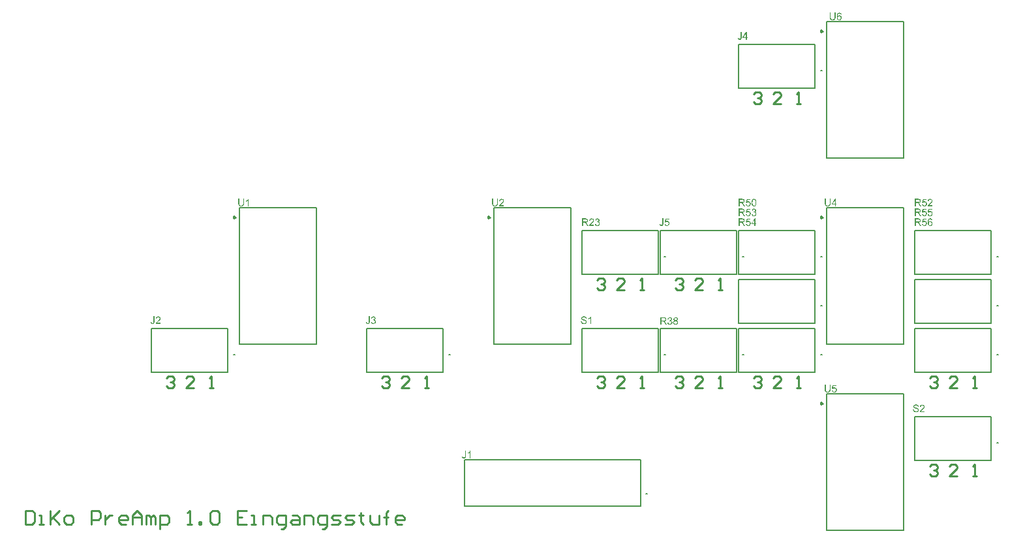
<source format=gto>
G04*
G04 #@! TF.GenerationSoftware,Altium Limited,Altium Designer,20.0.14 (345)*
G04*
G04 Layer_Color=65535*
%FSLAX25Y25*%
%MOIN*%
G70*
G01*
G75*
%ADD10C,0.00787*%
%ADD11C,0.00984*%
%ADD12C,0.00500*%
%ADD13C,0.01000*%
G36*
X441983Y274426D02*
X442022Y274421D01*
X442066Y274416D01*
X442116Y274411D01*
X442170Y274402D01*
X442283Y274372D01*
X442406Y274328D01*
X442470Y274298D01*
X442529Y274264D01*
X442588Y274224D01*
X442642Y274180D01*
X442647Y274175D01*
X442657Y274170D01*
X442667Y274156D01*
X442686Y274136D01*
X442711Y274106D01*
X442735Y274077D01*
X442765Y274042D01*
X442795Y273998D01*
X442824Y273954D01*
X442854Y273900D01*
X442878Y273846D01*
X442908Y273782D01*
X442957Y273649D01*
X442972Y273570D01*
X442986Y273491D01*
X442524Y273457D01*
Y273462D01*
X442519Y273467D01*
Y273481D01*
X442514Y273501D01*
X442499Y273550D01*
X442480Y273609D01*
X442455Y273673D01*
X442421Y273737D01*
X442386Y273796D01*
X442347Y273850D01*
X442337Y273860D01*
X442312Y273880D01*
X442273Y273915D01*
X442219Y273949D01*
X442150Y273983D01*
X442071Y274018D01*
X441978Y274038D01*
X441879Y274047D01*
X441840D01*
X441801Y274042D01*
X441747Y274033D01*
X441688Y274018D01*
X441619Y273993D01*
X441555Y273964D01*
X441486Y273919D01*
X441476Y273915D01*
X441451Y273890D01*
X441412Y273855D01*
X441363Y273801D01*
X441309Y273737D01*
X441250Y273659D01*
X441196Y273565D01*
X441141Y273457D01*
Y273452D01*
X441137Y273442D01*
X441132Y273427D01*
X441122Y273403D01*
X441112Y273368D01*
X441102Y273329D01*
X441092Y273285D01*
X441078Y273236D01*
X441068Y273177D01*
X441058Y273108D01*
X441048Y273039D01*
X441038Y272960D01*
X441028Y272876D01*
X441018Y272783D01*
X441013Y272685D01*
Y272586D01*
X441023Y272591D01*
X441043Y272625D01*
X441078Y272670D01*
X441127Y272724D01*
X441186Y272788D01*
X441255Y272847D01*
X441333Y272911D01*
X441422Y272960D01*
X441427D01*
X441432Y272965D01*
X441446Y272970D01*
X441466Y272980D01*
X441510Y272999D01*
X441574Y273024D01*
X441653Y273049D01*
X441737Y273068D01*
X441830Y273083D01*
X441929Y273088D01*
X441973D01*
X442007Y273083D01*
X442047Y273078D01*
X442096Y273068D01*
X442145Y273058D01*
X442204Y273044D01*
X442263Y273029D01*
X442327Y273004D01*
X442391Y272975D01*
X442460Y272945D01*
X442529Y272901D01*
X442593Y272857D01*
X442657Y272803D01*
X442721Y272744D01*
X442726Y272739D01*
X442735Y272729D01*
X442750Y272709D01*
X442775Y272680D01*
X442800Y272645D01*
X442824Y272606D01*
X442854Y272557D01*
X442888Y272502D01*
X442918Y272443D01*
X442947Y272375D01*
X442972Y272306D01*
X443001Y272227D01*
X443021Y272138D01*
X443036Y272050D01*
X443046Y271956D01*
X443050Y271858D01*
Y271853D01*
Y271843D01*
Y271824D01*
Y271799D01*
X443046Y271764D01*
X443041Y271730D01*
X443031Y271641D01*
X443011Y271543D01*
X442986Y271430D01*
X442947Y271317D01*
X442893Y271199D01*
Y271194D01*
X442888Y271184D01*
X442878Y271169D01*
X442863Y271149D01*
X442829Y271095D01*
X442785Y271026D01*
X442721Y270953D01*
X442652Y270874D01*
X442568Y270800D01*
X442470Y270731D01*
X442465D01*
X442460Y270726D01*
X442445Y270717D01*
X442426Y270707D01*
X442396Y270692D01*
X442367Y270682D01*
X442293Y270653D01*
X442204Y270618D01*
X442101Y270594D01*
X441988Y270574D01*
X441865Y270569D01*
X441840D01*
X441811Y270574D01*
X441766D01*
X441717Y270584D01*
X441663Y270594D01*
X441599Y270603D01*
X441530Y270623D01*
X441456Y270643D01*
X441378Y270672D01*
X441299Y270707D01*
X441220Y270746D01*
X441141Y270795D01*
X441063Y270854D01*
X440989Y270918D01*
X440915Y270992D01*
X440910Y270997D01*
X440900Y271012D01*
X440881Y271036D01*
X440856Y271076D01*
X440832Y271120D01*
X440802Y271179D01*
X440767Y271248D01*
X440733Y271327D01*
X440699Y271420D01*
X440664Y271523D01*
X440635Y271641D01*
X440610Y271764D01*
X440586Y271907D01*
X440566Y272060D01*
X440556Y272222D01*
X440551Y272399D01*
Y272404D01*
Y272414D01*
Y272429D01*
Y272448D01*
Y272473D01*
X440556Y272502D01*
Y272576D01*
X440566Y272670D01*
X440571Y272773D01*
X440586Y272886D01*
X440600Y273009D01*
X440625Y273137D01*
X440649Y273270D01*
X440684Y273403D01*
X440723Y273536D01*
X440767Y273664D01*
X440822Y273782D01*
X440886Y273895D01*
X440954Y273993D01*
X440959Y273998D01*
X440969Y274013D01*
X440989Y274033D01*
X441018Y274062D01*
X441053Y274096D01*
X441097Y274131D01*
X441151Y274170D01*
X441205Y274215D01*
X441269Y274254D01*
X441343Y274293D01*
X441422Y274328D01*
X441505Y274362D01*
X441599Y274392D01*
X441697Y274411D01*
X441801Y274426D01*
X441909Y274431D01*
X441953D01*
X441983Y274426D01*
D02*
G37*
G36*
X439926Y272227D02*
Y272222D01*
Y272202D01*
Y272173D01*
Y272133D01*
X439921Y272084D01*
Y272030D01*
X439916Y271966D01*
X439911Y271902D01*
X439892Y271755D01*
X439872Y271602D01*
X439838Y271455D01*
X439818Y271386D01*
X439793Y271322D01*
Y271317D01*
X439788Y271307D01*
X439779Y271287D01*
X439769Y271268D01*
X439754Y271238D01*
X439734Y271204D01*
X439685Y271130D01*
X439621Y271041D01*
X439542Y270953D01*
X439444Y270859D01*
X439385Y270815D01*
X439326Y270776D01*
X439321D01*
X439311Y270766D01*
X439291Y270756D01*
X439267Y270741D01*
X439232Y270726D01*
X439193Y270712D01*
X439144Y270692D01*
X439090Y270672D01*
X439031Y270653D01*
X438962Y270633D01*
X438893Y270618D01*
X438814Y270603D01*
X438731Y270589D01*
X438642Y270579D01*
X438544Y270574D01*
X438445Y270569D01*
X438396D01*
X438357Y270574D01*
X438312D01*
X438258Y270579D01*
X438199Y270584D01*
X438135Y270594D01*
X437998Y270613D01*
X437855Y270648D01*
X437707Y270692D01*
X437574Y270751D01*
X437570D01*
X437560Y270761D01*
X437540Y270771D01*
X437520Y270785D01*
X437461Y270825D01*
X437388Y270884D01*
X437309Y270958D01*
X437230Y271051D01*
X437156Y271154D01*
X437092Y271277D01*
Y271282D01*
X437087Y271292D01*
X437078Y271312D01*
X437073Y271341D01*
X437058Y271376D01*
X437048Y271420D01*
X437033Y271469D01*
X437023Y271528D01*
X437009Y271592D01*
X436994Y271661D01*
X436984Y271740D01*
X436974Y271824D01*
X436964Y271917D01*
X436954Y272015D01*
X436950Y272119D01*
Y272227D01*
Y274416D01*
X437451D01*
Y272232D01*
Y272227D01*
Y272212D01*
Y272183D01*
Y272153D01*
X437456Y272109D01*
Y272065D01*
X437461Y272010D01*
Y271956D01*
X437471Y271838D01*
X437491Y271715D01*
X437510Y271602D01*
X437525Y271553D01*
X437540Y271504D01*
Y271499D01*
X437545Y271494D01*
X437560Y271464D01*
X437579Y271425D01*
X437614Y271371D01*
X437658Y271317D01*
X437712Y271253D01*
X437776Y271199D01*
X437855Y271145D01*
X437860D01*
X437865Y271140D01*
X437894Y271125D01*
X437943Y271105D01*
X438007Y271086D01*
X438086Y271061D01*
X438180Y271041D01*
X438283Y271026D01*
X438401Y271022D01*
X438455D01*
X438490Y271026D01*
X438534Y271031D01*
X438588Y271036D01*
X438647Y271041D01*
X438706Y271051D01*
X438834Y271081D01*
X438967Y271125D01*
X439026Y271154D01*
X439085Y271189D01*
X439139Y271223D01*
X439188Y271268D01*
X439193Y271272D01*
X439198Y271282D01*
X439208Y271297D01*
X439228Y271317D01*
X439242Y271346D01*
X439262Y271386D01*
X439287Y271430D01*
X439306Y271484D01*
X439331Y271543D01*
X439351Y271612D01*
X439370Y271691D01*
X439390Y271779D01*
X439405Y271878D01*
X439415Y271986D01*
X439419Y272104D01*
X439424Y272232D01*
Y274416D01*
X439926D01*
Y272227D01*
D02*
G37*
G36*
X391996Y261846D02*
Y261841D01*
Y261826D01*
Y261801D01*
Y261767D01*
X391991Y261728D01*
Y261683D01*
X391986Y261629D01*
X391981Y261575D01*
X391966Y261457D01*
X391947Y261334D01*
X391917Y261216D01*
X391897Y261157D01*
X391878Y261108D01*
Y261103D01*
X391873Y261098D01*
X391868Y261083D01*
X391858Y261063D01*
X391828Y261019D01*
X391789Y260960D01*
X391740Y260896D01*
X391676Y260832D01*
X391602Y260768D01*
X391513Y260709D01*
X391509D01*
X391504Y260704D01*
X391489Y260699D01*
X391469Y260689D01*
X391420Y260665D01*
X391346Y260645D01*
X391263Y260621D01*
X391164Y260596D01*
X391051Y260581D01*
X390928Y260576D01*
X390879D01*
X390844Y260581D01*
X390805Y260586D01*
X390756Y260591D01*
X390702Y260601D01*
X390648Y260611D01*
X390525Y260645D01*
X390461Y260670D01*
X390397Y260699D01*
X390333Y260729D01*
X390274Y260768D01*
X390220Y260812D01*
X390165Y260862D01*
X390160Y260867D01*
X390156Y260876D01*
X390141Y260891D01*
X390126Y260916D01*
X390106Y260945D01*
X390082Y260980D01*
X390057Y261024D01*
X390033Y261073D01*
X390013Y261132D01*
X389988Y261196D01*
X389969Y261265D01*
X389949Y261339D01*
X389934Y261422D01*
X389919Y261511D01*
X389914Y261605D01*
Y261708D01*
X390367Y261772D01*
Y261767D01*
Y261752D01*
Y261733D01*
X390372Y261703D01*
X390377Y261668D01*
X390382Y261629D01*
X390392Y261536D01*
X390411Y261437D01*
X390441Y261339D01*
X390475Y261250D01*
X390500Y261216D01*
X390525Y261181D01*
X390529Y261176D01*
X390554Y261157D01*
X390584Y261132D01*
X390633Y261103D01*
X390687Y261073D01*
X390756Y261049D01*
X390840Y261029D01*
X390928Y261024D01*
X390958D01*
X390997Y261029D01*
X391041Y261034D01*
X391090Y261044D01*
X391144Y261058D01*
X391199Y261078D01*
X391253Y261108D01*
X391258Y261113D01*
X391277Y261122D01*
X391297Y261142D01*
X391327Y261172D01*
X391361Y261206D01*
X391390Y261245D01*
X391420Y261290D01*
X391440Y261344D01*
X391445Y261349D01*
X391450Y261373D01*
X391459Y261408D01*
X391469Y261457D01*
X391479Y261526D01*
X391484Y261605D01*
X391494Y261703D01*
Y261816D01*
Y264424D01*
X391996D01*
Y261846D01*
D02*
G37*
G36*
X394574Y261974D02*
X395086D01*
Y261545D01*
X394574D01*
Y260640D01*
X394111D01*
Y261545D01*
X392468D01*
Y261974D01*
X394195Y264424D01*
X394574D01*
Y261974D01*
D02*
G37*
G36*
X251128Y48208D02*
Y48203D01*
Y48189D01*
Y48164D01*
Y48130D01*
X251123Y48090D01*
Y48046D01*
X251118Y47992D01*
X251113Y47938D01*
X251098Y47820D01*
X251079Y47697D01*
X251049Y47579D01*
X251030Y47519D01*
X251010Y47470D01*
Y47465D01*
X251005Y47460D01*
X251000Y47446D01*
X250990Y47426D01*
X250961Y47382D01*
X250921Y47323D01*
X250872Y47259D01*
X250808Y47195D01*
X250734Y47131D01*
X250646Y47072D01*
X250641D01*
X250636Y47067D01*
X250621Y47062D01*
X250602Y47052D01*
X250552Y47028D01*
X250479Y47008D01*
X250395Y46983D01*
X250296Y46959D01*
X250183Y46944D01*
X250060Y46939D01*
X250011D01*
X249977Y46944D01*
X249937Y46949D01*
X249888Y46954D01*
X249834Y46964D01*
X249780Y46973D01*
X249657Y47008D01*
X249593Y47032D01*
X249529Y47062D01*
X249465Y47091D01*
X249406Y47131D01*
X249352Y47175D01*
X249298Y47224D01*
X249293Y47229D01*
X249288Y47239D01*
X249273Y47254D01*
X249258Y47278D01*
X249239Y47308D01*
X249214Y47342D01*
X249189Y47387D01*
X249165Y47436D01*
X249145Y47495D01*
X249121Y47559D01*
X249101Y47628D01*
X249081Y47702D01*
X249066Y47785D01*
X249052Y47874D01*
X249047Y47967D01*
Y48071D01*
X249500Y48134D01*
Y48130D01*
Y48115D01*
Y48095D01*
X249504Y48066D01*
X249509Y48031D01*
X249514Y47992D01*
X249524Y47898D01*
X249544Y47800D01*
X249573Y47702D01*
X249608Y47613D01*
X249632Y47579D01*
X249657Y47544D01*
X249662Y47539D01*
X249686Y47519D01*
X249716Y47495D01*
X249765Y47465D01*
X249819Y47436D01*
X249888Y47411D01*
X249972Y47392D01*
X250060Y47387D01*
X250090D01*
X250129Y47392D01*
X250173Y47396D01*
X250223Y47406D01*
X250277Y47421D01*
X250331Y47441D01*
X250385Y47470D01*
X250390Y47475D01*
X250410Y47485D01*
X250429Y47505D01*
X250459Y47534D01*
X250493Y47569D01*
X250523Y47608D01*
X250552Y47652D01*
X250572Y47706D01*
X250577Y47711D01*
X250582Y47736D01*
X250592Y47771D01*
X250602Y47820D01*
X250611Y47888D01*
X250616Y47967D01*
X250626Y48066D01*
Y48179D01*
Y50786D01*
X251128D01*
Y48208D01*
D02*
G37*
G36*
X253504Y47003D02*
X253042D01*
Y49960D01*
X253032Y49955D01*
X253012Y49935D01*
X252973Y49901D01*
X252924Y49861D01*
X252860Y49812D01*
X252781Y49758D01*
X252697Y49699D01*
X252599Y49640D01*
X252594D01*
X252589Y49635D01*
X252574Y49625D01*
X252555Y49615D01*
X252501Y49586D01*
X252437Y49551D01*
X252363Y49512D01*
X252279Y49473D01*
X252196Y49433D01*
X252112Y49399D01*
Y49852D01*
X252117D01*
X252132Y49861D01*
X252151Y49871D01*
X252176Y49886D01*
X252210Y49901D01*
X252250Y49925D01*
X252343Y49975D01*
X252447Y50039D01*
X252565Y50117D01*
X252678Y50201D01*
X252791Y50294D01*
X252796Y50299D01*
X252806Y50304D01*
X252820Y50319D01*
X252840Y50339D01*
X252889Y50388D01*
X252953Y50457D01*
X253017Y50531D01*
X253086Y50619D01*
X253150Y50708D01*
X253204Y50801D01*
X253504D01*
Y47003D01*
D02*
G37*
G36*
X486454Y178924D02*
X484943D01*
X484742Y177901D01*
X484747Y177906D01*
X484757Y177911D01*
X484776Y177926D01*
X484801Y177940D01*
X484830Y177955D01*
X484870Y177980D01*
X484909Y177999D01*
X484958Y178024D01*
X485066Y178068D01*
X485184Y178103D01*
X485317Y178132D01*
X485386Y178137D01*
X485455Y178142D01*
X485504D01*
X485539Y178137D01*
X485578Y178132D01*
X485627Y178122D01*
X485681Y178112D01*
X485745Y178098D01*
X485809Y178083D01*
X485873Y178058D01*
X485942Y178029D01*
X486016Y177999D01*
X486085Y177955D01*
X486154Y177911D01*
X486223Y177857D01*
X486287Y177798D01*
X486292Y177793D01*
X486301Y177783D01*
X486316Y177763D01*
X486341Y177734D01*
X486365Y177699D01*
X486395Y177660D01*
X486429Y177611D01*
X486459Y177557D01*
X486493Y177497D01*
X486523Y177429D01*
X486552Y177360D01*
X486577Y177281D01*
X486601Y177192D01*
X486616Y177104D01*
X486626Y177011D01*
X486631Y176912D01*
Y176907D01*
Y176888D01*
Y176863D01*
X486626Y176828D01*
X486621Y176784D01*
X486616Y176730D01*
X486606Y176671D01*
X486592Y176612D01*
X486557Y176469D01*
X486533Y176395D01*
X486503Y176322D01*
X486469Y176248D01*
X486429Y176174D01*
X486385Y176100D01*
X486331Y176026D01*
X486326Y176022D01*
X486316Y176007D01*
X486292Y175982D01*
X486262Y175958D01*
X486228Y175918D01*
X486183Y175884D01*
X486129Y175839D01*
X486070Y175800D01*
X486001Y175756D01*
X485927Y175712D01*
X485849Y175677D01*
X485760Y175643D01*
X485662Y175613D01*
X485558Y175589D01*
X485450Y175574D01*
X485337Y175569D01*
X485288D01*
X485253Y175574D01*
X485209Y175579D01*
X485155Y175584D01*
X485101Y175593D01*
X485037Y175603D01*
X484904Y175638D01*
X484835Y175662D01*
X484766Y175692D01*
X484692Y175721D01*
X484624Y175761D01*
X484560Y175805D01*
X484496Y175854D01*
X484491Y175859D01*
X484481Y175869D01*
X484466Y175884D01*
X484446Y175908D01*
X484417Y175938D01*
X484392Y175972D01*
X484358Y176012D01*
X484328Y176061D01*
X484294Y176110D01*
X484265Y176169D01*
X484230Y176233D01*
X484205Y176302D01*
X484176Y176376D01*
X484156Y176450D01*
X484136Y176533D01*
X484127Y176622D01*
X484614Y176656D01*
Y176651D01*
X484619Y176641D01*
Y176622D01*
X484624Y176597D01*
X484633Y176568D01*
X484643Y176533D01*
X484663Y176459D01*
X484697Y176371D01*
X484742Y176282D01*
X484796Y176199D01*
X484860Y176125D01*
X484870Y176120D01*
X484894Y176100D01*
X484938Y176071D01*
X484993Y176041D01*
X485062Y176007D01*
X485145Y175982D01*
X485234Y175962D01*
X485337Y175953D01*
X485371D01*
X485396Y175958D01*
X485421Y175962D01*
X485455Y175967D01*
X485534Y175982D01*
X485627Y176012D01*
X485721Y176061D01*
X485770Y176085D01*
X485819Y176120D01*
X485863Y176159D01*
X485908Y176204D01*
X485913Y176208D01*
X485918Y176213D01*
X485927Y176228D01*
X485942Y176248D01*
X485962Y176272D01*
X485982Y176307D01*
X486001Y176341D01*
X486026Y176381D01*
X486065Y176479D01*
X486104Y176592D01*
X486129Y176725D01*
X486139Y176794D01*
Y176873D01*
Y176878D01*
Y176892D01*
Y176912D01*
X486134Y176937D01*
Y176971D01*
X486129Y177011D01*
X486109Y177099D01*
X486085Y177202D01*
X486046Y177306D01*
X485991Y177409D01*
X485957Y177458D01*
X485918Y177503D01*
Y177507D01*
X485908Y177512D01*
X485893Y177522D01*
X485878Y177537D01*
X485829Y177576D01*
X485760Y177620D01*
X485676Y177660D01*
X485578Y177699D01*
X485460Y177724D01*
X485401Y177734D01*
X485293D01*
X485253Y177729D01*
X485194Y177719D01*
X485135Y177709D01*
X485066Y177689D01*
X484993Y177660D01*
X484924Y177626D01*
X484914Y177620D01*
X484894Y177606D01*
X484865Y177586D01*
X484825Y177552D01*
X484781Y177517D01*
X484732Y177468D01*
X484688Y177419D01*
X484648Y177360D01*
X484210Y177424D01*
X484574Y179367D01*
X486454D01*
Y178924D01*
D02*
G37*
G36*
X488397Y179426D02*
X488447Y179421D01*
X488501Y179416D01*
X488560Y179406D01*
X488624Y179392D01*
X488761Y179357D01*
X488830Y179333D01*
X488904Y179303D01*
X488978Y179269D01*
X489047Y179225D01*
X489111Y179180D01*
X489175Y179126D01*
X489180Y179121D01*
X489189Y179111D01*
X489204Y179096D01*
X489224Y179072D01*
X489248Y179042D01*
X489278Y179008D01*
X489302Y178969D01*
X489337Y178919D01*
X489366Y178870D01*
X489391Y178811D01*
X489445Y178683D01*
X489465Y178614D01*
X489480Y178541D01*
X489490Y178462D01*
X489494Y178378D01*
Y178368D01*
Y178339D01*
X489490Y178295D01*
X489485Y178235D01*
X489470Y178172D01*
X489455Y178093D01*
X489431Y178014D01*
X489401Y177930D01*
X489396Y177921D01*
X489381Y177891D01*
X489362Y177847D01*
X489327Y177793D01*
X489283Y177724D01*
X489229Y177645D01*
X489165Y177557D01*
X489091Y177468D01*
Y177463D01*
X489081Y177458D01*
X489066Y177443D01*
X489052Y177424D01*
X489027Y177399D01*
X488998Y177370D01*
X488963Y177335D01*
X488919Y177296D01*
X488874Y177252D01*
X488820Y177202D01*
X488761Y177143D01*
X488697Y177084D01*
X488624Y177020D01*
X488550Y176956D01*
X488461Y176883D01*
X488373Y176804D01*
X488368Y176799D01*
X488353Y176789D01*
X488333Y176769D01*
X488304Y176750D01*
X488274Y176720D01*
X488235Y176686D01*
X488151Y176612D01*
X488058Y176533D01*
X487969Y176454D01*
X487930Y176420D01*
X487895Y176386D01*
X487861Y176351D01*
X487836Y176327D01*
X487831Y176322D01*
X487817Y176307D01*
X487797Y176282D01*
X487768Y176248D01*
X487738Y176213D01*
X487704Y176169D01*
X487640Y176081D01*
X489499D01*
Y175633D01*
X486995D01*
Y175643D01*
Y175662D01*
Y175692D01*
X487000Y175736D01*
X487005Y175785D01*
X487015Y175839D01*
X487030Y175894D01*
X487049Y175953D01*
Y175958D01*
X487054Y175962D01*
X487059Y175977D01*
X487069Y175997D01*
X487088Y176046D01*
X487123Y176110D01*
X487167Y176189D01*
X487217Y176272D01*
X487280Y176361D01*
X487354Y176454D01*
X487359Y176459D01*
X487364Y176464D01*
X487379Y176479D01*
X487394Y176499D01*
X487443Y176553D01*
X487512Y176622D01*
X487595Y176705D01*
X487699Y176804D01*
X487822Y176912D01*
X487964Y177030D01*
X487969Y177035D01*
X487989Y177055D01*
X488023Y177079D01*
X488063Y177114D01*
X488112Y177158D01*
X488171Y177207D01*
X488235Y177261D01*
X488299Y177320D01*
X488437Y177448D01*
X488574Y177581D01*
X488638Y177650D01*
X488697Y177714D01*
X488752Y177773D01*
X488796Y177832D01*
X488801Y177837D01*
X488806Y177847D01*
X488815Y177862D01*
X488830Y177881D01*
X488845Y177911D01*
X488865Y177940D01*
X488909Y178014D01*
X488948Y178098D01*
X488983Y178191D01*
X489007Y178295D01*
X489017Y178344D01*
Y178393D01*
Y178398D01*
Y178408D01*
Y178418D01*
X489012Y178437D01*
X489007Y178491D01*
X488993Y178555D01*
X488968Y178629D01*
X488934Y178703D01*
X488884Y178782D01*
X488815Y178856D01*
X488806Y178865D01*
X488781Y178885D01*
X488737Y178914D01*
X488678Y178954D01*
X488604Y178988D01*
X488515Y179018D01*
X488412Y179037D01*
X488299Y179047D01*
X488264D01*
X488245Y179042D01*
X488215D01*
X488181Y179037D01*
X488107Y179023D01*
X488023Y178998D01*
X487930Y178964D01*
X487841Y178914D01*
X487763Y178846D01*
X487753Y178836D01*
X487733Y178811D01*
X487699Y178762D01*
X487664Y178703D01*
X487625Y178619D01*
X487590Y178526D01*
X487571Y178418D01*
X487561Y178290D01*
X487084Y178339D01*
Y178344D01*
X487088Y178364D01*
Y178388D01*
X487093Y178427D01*
X487103Y178472D01*
X487113Y178521D01*
X487128Y178580D01*
X487148Y178639D01*
X487192Y178772D01*
X487221Y178841D01*
X487256Y178905D01*
X487295Y178973D01*
X487339Y179037D01*
X487389Y179096D01*
X487448Y179151D01*
X487453Y179156D01*
X487463Y179160D01*
X487482Y179175D01*
X487507Y179195D01*
X487541Y179215D01*
X487580Y179239D01*
X487625Y179264D01*
X487679Y179293D01*
X487738Y179318D01*
X487802Y179342D01*
X487871Y179367D01*
X487950Y179387D01*
X488028Y179406D01*
X488117Y179421D01*
X488210Y179426D01*
X488309Y179431D01*
X488363D01*
X488397Y179426D01*
D02*
G37*
G36*
X482306Y179411D02*
X482351D01*
X482405Y179406D01*
X482464Y179402D01*
X482587Y179392D01*
X482715Y179372D01*
X482838Y179348D01*
X482897Y179333D01*
X482946Y179313D01*
X482951D01*
X482956Y179308D01*
X482971Y179303D01*
X482990Y179293D01*
X483039Y179269D01*
X483098Y179229D01*
X483167Y179180D01*
X483236Y179116D01*
X483305Y179037D01*
X483369Y178949D01*
Y178944D01*
X483374Y178939D01*
X483384Y178924D01*
X483394Y178905D01*
X483418Y178850D01*
X483448Y178782D01*
X483477Y178698D01*
X483502Y178600D01*
X483522Y178491D01*
X483527Y178378D01*
Y178373D01*
Y178358D01*
Y178339D01*
X483522Y178309D01*
X483517Y178275D01*
X483512Y178235D01*
X483492Y178142D01*
X483462Y178034D01*
X483418Y177921D01*
X483389Y177866D01*
X483354Y177807D01*
X483310Y177753D01*
X483266Y177699D01*
X483261Y177694D01*
X483256Y177689D01*
X483236Y177675D01*
X483216Y177655D01*
X483187Y177635D01*
X483152Y177611D01*
X483113Y177581D01*
X483069Y177552D01*
X483015Y177522D01*
X482956Y177493D01*
X482887Y177463D01*
X482813Y177434D01*
X482734Y177409D01*
X482651Y177384D01*
X482557Y177365D01*
X482459Y177350D01*
X482469Y177345D01*
X482493Y177335D01*
X482528Y177315D01*
X482572Y177291D01*
X482670Y177227D01*
X482715Y177192D01*
X482759Y177158D01*
X482764D01*
X482769Y177148D01*
X482798Y177124D01*
X482838Y177079D01*
X482897Y177020D01*
X482961Y176951D01*
X483030Y176863D01*
X483103Y176765D01*
X483177Y176656D01*
X483832Y175633D01*
X483202D01*
X482705Y176415D01*
Y176420D01*
X482695Y176430D01*
X482685Y176450D01*
X482670Y176469D01*
X482651Y176499D01*
X482626Y176533D01*
X482577Y176607D01*
X482518Y176691D01*
X482459Y176774D01*
X482400Y176858D01*
X482341Y176932D01*
X482336Y176942D01*
X482316Y176961D01*
X482292Y176996D01*
X482257Y177030D01*
X482218Y177074D01*
X482173Y177119D01*
X482129Y177153D01*
X482085Y177188D01*
X482080Y177192D01*
X482065Y177197D01*
X482046Y177212D01*
X482016Y177227D01*
X481982Y177247D01*
X481942Y177261D01*
X481859Y177291D01*
X481854D01*
X481844Y177296D01*
X481824D01*
X481795Y177301D01*
X481755Y177306D01*
X481706D01*
X481652Y177311D01*
X481003D01*
Y175633D01*
X480501D01*
Y179416D01*
X482262D01*
X482306Y179411D01*
D02*
G37*
G36*
X488451Y169426D02*
X488491Y169421D01*
X488535Y169416D01*
X488584Y169411D01*
X488638Y169402D01*
X488752Y169372D01*
X488874Y169328D01*
X488939Y169298D01*
X488998Y169264D01*
X489056Y169225D01*
X489111Y169180D01*
X489116Y169175D01*
X489125Y169170D01*
X489135Y169156D01*
X489155Y169136D01*
X489180Y169106D01*
X489204Y169077D01*
X489234Y169042D01*
X489263Y168998D01*
X489293Y168954D01*
X489322Y168900D01*
X489347Y168846D01*
X489376Y168782D01*
X489426Y168649D01*
X489440Y168570D01*
X489455Y168491D01*
X488993Y168457D01*
Y168462D01*
X488988Y168467D01*
Y168482D01*
X488983Y168501D01*
X488968Y168550D01*
X488948Y168609D01*
X488924Y168673D01*
X488889Y168737D01*
X488855Y168796D01*
X488815Y168851D01*
X488806Y168860D01*
X488781Y168880D01*
X488742Y168914D01*
X488688Y168949D01*
X488619Y168983D01*
X488540Y169018D01*
X488447Y169037D01*
X488348Y169047D01*
X488309D01*
X488269Y169042D01*
X488215Y169033D01*
X488156Y169018D01*
X488087Y168993D01*
X488023Y168964D01*
X487955Y168919D01*
X487945Y168914D01*
X487920Y168890D01*
X487881Y168856D01*
X487831Y168801D01*
X487777Y168737D01*
X487718Y168659D01*
X487664Y168565D01*
X487610Y168457D01*
Y168452D01*
X487605Y168442D01*
X487600Y168427D01*
X487590Y168403D01*
X487580Y168368D01*
X487571Y168329D01*
X487561Y168285D01*
X487546Y168236D01*
X487536Y168176D01*
X487526Y168108D01*
X487517Y168039D01*
X487507Y167960D01*
X487497Y167876D01*
X487487Y167783D01*
X487482Y167684D01*
Y167586D01*
X487492Y167591D01*
X487512Y167625D01*
X487546Y167670D01*
X487595Y167724D01*
X487654Y167788D01*
X487723Y167847D01*
X487802Y167911D01*
X487890Y167960D01*
X487895D01*
X487900Y167965D01*
X487915Y167970D01*
X487935Y167980D01*
X487979Y167999D01*
X488043Y168024D01*
X488122Y168049D01*
X488205Y168068D01*
X488299Y168083D01*
X488397Y168088D01*
X488442D01*
X488476Y168083D01*
X488515Y168078D01*
X488564Y168068D01*
X488614Y168058D01*
X488673Y168044D01*
X488732Y168029D01*
X488796Y168004D01*
X488860Y167975D01*
X488929Y167945D01*
X488998Y167901D01*
X489061Y167857D01*
X489125Y167803D01*
X489189Y167744D01*
X489194Y167739D01*
X489204Y167729D01*
X489219Y167709D01*
X489244Y167680D01*
X489268Y167645D01*
X489293Y167606D01*
X489322Y167557D01*
X489357Y167502D01*
X489386Y167443D01*
X489416Y167375D01*
X489440Y167306D01*
X489470Y167227D01*
X489490Y167138D01*
X489504Y167050D01*
X489514Y166956D01*
X489519Y166858D01*
Y166853D01*
Y166843D01*
Y166823D01*
Y166799D01*
X489514Y166764D01*
X489509Y166730D01*
X489499Y166641D01*
X489480Y166543D01*
X489455Y166430D01*
X489416Y166317D01*
X489362Y166199D01*
Y166194D01*
X489357Y166184D01*
X489347Y166169D01*
X489332Y166149D01*
X489298Y166095D01*
X489253Y166026D01*
X489189Y165953D01*
X489120Y165874D01*
X489037Y165800D01*
X488939Y165731D01*
X488934D01*
X488929Y165726D01*
X488914Y165717D01*
X488894Y165707D01*
X488865Y165692D01*
X488835Y165682D01*
X488761Y165653D01*
X488673Y165618D01*
X488569Y165594D01*
X488456Y165574D01*
X488333Y165569D01*
X488309D01*
X488279Y165574D01*
X488235D01*
X488186Y165584D01*
X488132Y165594D01*
X488068Y165603D01*
X487999Y165623D01*
X487925Y165643D01*
X487846Y165672D01*
X487768Y165707D01*
X487689Y165746D01*
X487610Y165795D01*
X487531Y165854D01*
X487458Y165918D01*
X487384Y165992D01*
X487379Y165997D01*
X487369Y166012D01*
X487349Y166036D01*
X487325Y166076D01*
X487300Y166120D01*
X487271Y166179D01*
X487236Y166248D01*
X487202Y166327D01*
X487167Y166420D01*
X487133Y166523D01*
X487103Y166641D01*
X487079Y166764D01*
X487054Y166907D01*
X487034Y167060D01*
X487025Y167222D01*
X487020Y167399D01*
Y167404D01*
Y167414D01*
Y167429D01*
Y167448D01*
Y167473D01*
X487025Y167502D01*
Y167576D01*
X487034Y167670D01*
X487039Y167773D01*
X487054Y167886D01*
X487069Y168009D01*
X487093Y168137D01*
X487118Y168270D01*
X487152Y168403D01*
X487192Y168536D01*
X487236Y168664D01*
X487290Y168782D01*
X487354Y168895D01*
X487423Y168993D01*
X487428Y168998D01*
X487438Y169013D01*
X487458Y169033D01*
X487487Y169062D01*
X487522Y169097D01*
X487566Y169131D01*
X487620Y169170D01*
X487674Y169215D01*
X487738Y169254D01*
X487812Y169293D01*
X487890Y169328D01*
X487974Y169362D01*
X488068Y169392D01*
X488166Y169411D01*
X488269Y169426D01*
X488378Y169431D01*
X488422D01*
X488451Y169426D01*
D02*
G37*
G36*
X486434Y168924D02*
X484924D01*
X484722Y167901D01*
X484727Y167906D01*
X484737Y167911D01*
X484757Y167926D01*
X484781Y167940D01*
X484811Y167955D01*
X484850Y167980D01*
X484889Y167999D01*
X484938Y168024D01*
X485047Y168068D01*
X485165Y168103D01*
X485298Y168132D01*
X485366Y168137D01*
X485435Y168142D01*
X485485D01*
X485519Y168137D01*
X485558Y168132D01*
X485608Y168122D01*
X485662Y168113D01*
X485726Y168098D01*
X485790Y168083D01*
X485854Y168058D01*
X485922Y168029D01*
X485996Y167999D01*
X486065Y167955D01*
X486134Y167911D01*
X486203Y167857D01*
X486267Y167798D01*
X486272Y167793D01*
X486282Y167783D01*
X486296Y167763D01*
X486321Y167734D01*
X486346Y167699D01*
X486375Y167660D01*
X486410Y167611D01*
X486439Y167557D01*
X486474Y167498D01*
X486503Y167429D01*
X486533Y167360D01*
X486557Y167281D01*
X486582Y167192D01*
X486596Y167104D01*
X486606Y167010D01*
X486611Y166912D01*
Y166907D01*
Y166887D01*
Y166863D01*
X486606Y166828D01*
X486601Y166784D01*
X486596Y166730D01*
X486587Y166671D01*
X486572Y166612D01*
X486538Y166469D01*
X486513Y166395D01*
X486483Y166322D01*
X486449Y166248D01*
X486410Y166174D01*
X486365Y166100D01*
X486311Y166026D01*
X486306Y166022D01*
X486296Y166007D01*
X486272Y165982D01*
X486242Y165958D01*
X486208Y165918D01*
X486164Y165884D01*
X486109Y165840D01*
X486050Y165800D01*
X485982Y165756D01*
X485908Y165712D01*
X485829Y165677D01*
X485741Y165643D01*
X485642Y165613D01*
X485539Y165589D01*
X485430Y165574D01*
X485317Y165569D01*
X485268D01*
X485234Y165574D01*
X485189Y165579D01*
X485135Y165584D01*
X485081Y165594D01*
X485017Y165603D01*
X484884Y165638D01*
X484816Y165662D01*
X484747Y165692D01*
X484673Y165721D01*
X484604Y165761D01*
X484540Y165805D01*
X484476Y165854D01*
X484471Y165859D01*
X484461Y165869D01*
X484446Y165884D01*
X484427Y165908D01*
X484397Y165938D01*
X484373Y165972D01*
X484338Y166012D01*
X484309Y166061D01*
X484274Y166110D01*
X484245Y166169D01*
X484210Y166233D01*
X484186Y166302D01*
X484156Y166376D01*
X484136Y166450D01*
X484117Y166533D01*
X484107Y166622D01*
X484594Y166656D01*
Y166651D01*
X484599Y166641D01*
Y166622D01*
X484604Y166597D01*
X484614Y166568D01*
X484624Y166533D01*
X484643Y166459D01*
X484678Y166371D01*
X484722Y166282D01*
X484776Y166199D01*
X484840Y166125D01*
X484850Y166120D01*
X484874Y166100D01*
X484919Y166071D01*
X484973Y166041D01*
X485042Y166007D01*
X485125Y165982D01*
X485214Y165963D01*
X485317Y165953D01*
X485352D01*
X485376Y165958D01*
X485401Y165963D01*
X485435Y165967D01*
X485514Y165982D01*
X485608Y166012D01*
X485701Y166061D01*
X485750Y166086D01*
X485800Y166120D01*
X485844Y166159D01*
X485888Y166204D01*
X485893Y166209D01*
X485898Y166213D01*
X485908Y166228D01*
X485922Y166248D01*
X485942Y166272D01*
X485962Y166307D01*
X485982Y166341D01*
X486006Y166381D01*
X486046Y166479D01*
X486085Y166592D01*
X486109Y166725D01*
X486119Y166794D01*
Y166873D01*
Y166878D01*
Y166892D01*
Y166912D01*
X486114Y166937D01*
Y166971D01*
X486109Y167010D01*
X486090Y167099D01*
X486065Y167202D01*
X486026Y167306D01*
X485972Y167409D01*
X485937Y167458D01*
X485898Y167502D01*
Y167507D01*
X485888Y167512D01*
X485873Y167522D01*
X485858Y167537D01*
X485809Y167576D01*
X485741Y167621D01*
X485657Y167660D01*
X485558Y167699D01*
X485440Y167724D01*
X485381Y167734D01*
X485273D01*
X485234Y167729D01*
X485175Y167719D01*
X485116Y167709D01*
X485047Y167689D01*
X484973Y167660D01*
X484904Y167625D01*
X484894Y167621D01*
X484874Y167606D01*
X484845Y167586D01*
X484806Y167552D01*
X484761Y167517D01*
X484712Y167468D01*
X484668Y167419D01*
X484628Y167360D01*
X484191Y167424D01*
X484555Y169367D01*
X486434D01*
Y168924D01*
D02*
G37*
G36*
X482287Y169411D02*
X482331D01*
X482385Y169406D01*
X482444Y169402D01*
X482567Y169392D01*
X482695Y169372D01*
X482818Y169348D01*
X482877Y169333D01*
X482926Y169313D01*
X482931D01*
X482936Y169308D01*
X482951Y169303D01*
X482971Y169293D01*
X483020Y169269D01*
X483079Y169229D01*
X483148Y169180D01*
X483216Y169116D01*
X483285Y169037D01*
X483349Y168949D01*
Y168944D01*
X483354Y168939D01*
X483364Y168924D01*
X483374Y168905D01*
X483398Y168851D01*
X483428Y168782D01*
X483458Y168698D01*
X483482Y168600D01*
X483502Y168491D01*
X483507Y168378D01*
Y168373D01*
Y168359D01*
Y168339D01*
X483502Y168309D01*
X483497Y168275D01*
X483492Y168236D01*
X483472Y168142D01*
X483443Y168034D01*
X483398Y167921D01*
X483369Y167867D01*
X483335Y167807D01*
X483290Y167753D01*
X483246Y167699D01*
X483241Y167694D01*
X483236Y167689D01*
X483216Y167675D01*
X483197Y167655D01*
X483167Y167635D01*
X483133Y167611D01*
X483094Y167581D01*
X483049Y167552D01*
X482995Y167522D01*
X482936Y167493D01*
X482867Y167463D01*
X482793Y167434D01*
X482715Y167409D01*
X482631Y167384D01*
X482538Y167365D01*
X482439Y167350D01*
X482449Y167345D01*
X482474Y167335D01*
X482508Y167315D01*
X482552Y167291D01*
X482651Y167227D01*
X482695Y167192D01*
X482739Y167158D01*
X482744D01*
X482749Y167148D01*
X482779Y167124D01*
X482818Y167079D01*
X482877Y167020D01*
X482941Y166951D01*
X483010Y166863D01*
X483084Y166764D01*
X483157Y166656D01*
X483812Y165633D01*
X483182D01*
X482685Y166415D01*
Y166420D01*
X482675Y166430D01*
X482665Y166450D01*
X482651Y166469D01*
X482631Y166499D01*
X482606Y166533D01*
X482557Y166607D01*
X482498Y166691D01*
X482439Y166774D01*
X482380Y166858D01*
X482321Y166932D01*
X482316Y166942D01*
X482297Y166961D01*
X482272Y166996D01*
X482237Y167030D01*
X482198Y167074D01*
X482154Y167119D01*
X482109Y167153D01*
X482065Y167188D01*
X482060Y167192D01*
X482046Y167197D01*
X482026Y167212D01*
X481996Y167227D01*
X481962Y167247D01*
X481922Y167261D01*
X481839Y167291D01*
X481834D01*
X481824Y167296D01*
X481805D01*
X481775Y167301D01*
X481736Y167306D01*
X481686D01*
X481632Y167311D01*
X480983D01*
Y165633D01*
X480481D01*
Y169416D01*
X482242D01*
X482287Y169411D01*
D02*
G37*
G36*
X489357Y173932D02*
X487846D01*
X487644Y172908D01*
X487649Y172913D01*
X487659Y172918D01*
X487679Y172933D01*
X487704Y172948D01*
X487733Y172962D01*
X487772Y172987D01*
X487812Y173007D01*
X487861Y173031D01*
X487969Y173076D01*
X488087Y173110D01*
X488220Y173140D01*
X488289Y173144D01*
X488358Y173149D01*
X488407D01*
X488442Y173144D01*
X488481Y173140D01*
X488530Y173130D01*
X488584Y173120D01*
X488648Y173105D01*
X488712Y173090D01*
X488776Y173066D01*
X488845Y173036D01*
X488919Y173007D01*
X488988Y172962D01*
X489056Y172918D01*
X489125Y172864D01*
X489189Y172805D01*
X489194Y172800D01*
X489204Y172790D01*
X489219Y172771D01*
X489244Y172741D01*
X489268Y172707D01*
X489298Y172667D01*
X489332Y172618D01*
X489362Y172564D01*
X489396Y172505D01*
X489426Y172436D01*
X489455Y172367D01*
X489480Y172288D01*
X489504Y172200D01*
X489519Y172111D01*
X489529Y172018D01*
X489534Y171919D01*
Y171915D01*
Y171895D01*
Y171870D01*
X489529Y171836D01*
X489524Y171792D01*
X489519Y171737D01*
X489509Y171678D01*
X489494Y171619D01*
X489460Y171477D01*
X489435Y171403D01*
X489406Y171329D01*
X489371Y171255D01*
X489332Y171181D01*
X489288Y171108D01*
X489234Y171034D01*
X489229Y171029D01*
X489219Y171014D01*
X489194Y170990D01*
X489165Y170965D01*
X489130Y170926D01*
X489086Y170891D01*
X489032Y170847D01*
X488973Y170808D01*
X488904Y170763D01*
X488830Y170719D01*
X488752Y170685D01*
X488663Y170650D01*
X488564Y170621D01*
X488461Y170596D01*
X488353Y170581D01*
X488240Y170576D01*
X488191D01*
X488156Y170581D01*
X488112Y170586D01*
X488058Y170591D01*
X488004Y170601D01*
X487940Y170611D01*
X487807Y170645D01*
X487738Y170670D01*
X487669Y170699D01*
X487595Y170729D01*
X487526Y170768D01*
X487463Y170812D01*
X487398Y170862D01*
X487394Y170867D01*
X487384Y170876D01*
X487369Y170891D01*
X487349Y170916D01*
X487320Y170945D01*
X487295Y170980D01*
X487261Y171019D01*
X487231Y171068D01*
X487197Y171117D01*
X487167Y171177D01*
X487133Y171240D01*
X487108Y171309D01*
X487079Y171383D01*
X487059Y171457D01*
X487039Y171541D01*
X487030Y171629D01*
X487517Y171664D01*
Y171659D01*
X487522Y171649D01*
Y171629D01*
X487526Y171605D01*
X487536Y171575D01*
X487546Y171541D01*
X487566Y171467D01*
X487600Y171378D01*
X487644Y171290D01*
X487699Y171206D01*
X487763Y171132D01*
X487772Y171127D01*
X487797Y171108D01*
X487841Y171078D01*
X487895Y171049D01*
X487964Y171014D01*
X488048Y170990D01*
X488136Y170970D01*
X488240Y170960D01*
X488274D01*
X488299Y170965D01*
X488323Y170970D01*
X488358Y170975D01*
X488437Y170990D01*
X488530Y171019D01*
X488624Y171068D01*
X488673Y171093D01*
X488722Y171127D01*
X488766Y171167D01*
X488810Y171211D01*
X488815Y171216D01*
X488820Y171221D01*
X488830Y171236D01*
X488845Y171255D01*
X488865Y171280D01*
X488884Y171314D01*
X488904Y171349D01*
X488929Y171388D01*
X488968Y171486D01*
X489007Y171600D01*
X489032Y171732D01*
X489042Y171801D01*
Y171880D01*
Y171885D01*
Y171900D01*
Y171919D01*
X489037Y171944D01*
Y171978D01*
X489032Y172018D01*
X489012Y172106D01*
X488988Y172210D01*
X488948Y172313D01*
X488894Y172416D01*
X488860Y172466D01*
X488820Y172510D01*
Y172515D01*
X488810Y172520D01*
X488796Y172529D01*
X488781Y172544D01*
X488732Y172584D01*
X488663Y172628D01*
X488579Y172667D01*
X488481Y172707D01*
X488363Y172731D01*
X488304Y172741D01*
X488196D01*
X488156Y172736D01*
X488097Y172726D01*
X488038Y172716D01*
X487969Y172697D01*
X487895Y172667D01*
X487826Y172633D01*
X487817Y172628D01*
X487797Y172613D01*
X487768Y172593D01*
X487728Y172559D01*
X487684Y172525D01*
X487635Y172475D01*
X487590Y172426D01*
X487551Y172367D01*
X487113Y172431D01*
X487477Y174374D01*
X489357D01*
Y173932D01*
D02*
G37*
G36*
X486419D02*
X484909D01*
X484707Y172908D01*
X484712Y172913D01*
X484722Y172918D01*
X484742Y172933D01*
X484766Y172948D01*
X484796Y172962D01*
X484835Y172987D01*
X484874Y173007D01*
X484924Y173031D01*
X485032Y173076D01*
X485150Y173110D01*
X485283Y173140D01*
X485352Y173144D01*
X485421Y173149D01*
X485470D01*
X485504Y173144D01*
X485544Y173140D01*
X485593Y173130D01*
X485647Y173120D01*
X485711Y173105D01*
X485775Y173090D01*
X485839Y173066D01*
X485908Y173036D01*
X485982Y173007D01*
X486050Y172962D01*
X486119Y172918D01*
X486188Y172864D01*
X486252Y172805D01*
X486257Y172800D01*
X486267Y172790D01*
X486282Y172771D01*
X486306Y172741D01*
X486331Y172707D01*
X486360Y172667D01*
X486395Y172618D01*
X486424Y172564D01*
X486459Y172505D01*
X486488Y172436D01*
X486518Y172367D01*
X486542Y172288D01*
X486567Y172200D01*
X486582Y172111D01*
X486592Y172018D01*
X486596Y171919D01*
Y171915D01*
Y171895D01*
Y171870D01*
X486592Y171836D01*
X486587Y171792D01*
X486582Y171737D01*
X486572Y171678D01*
X486557Y171619D01*
X486523Y171477D01*
X486498Y171403D01*
X486469Y171329D01*
X486434Y171255D01*
X486395Y171181D01*
X486350Y171108D01*
X486296Y171034D01*
X486292Y171029D01*
X486282Y171014D01*
X486257Y170990D01*
X486228Y170965D01*
X486193Y170926D01*
X486149Y170891D01*
X486095Y170847D01*
X486036Y170808D01*
X485967Y170763D01*
X485893Y170719D01*
X485814Y170685D01*
X485726Y170650D01*
X485627Y170621D01*
X485524Y170596D01*
X485416Y170581D01*
X485303Y170576D01*
X485253D01*
X485219Y170581D01*
X485175Y170586D01*
X485120Y170591D01*
X485066Y170601D01*
X485003Y170611D01*
X484870Y170645D01*
X484801Y170670D01*
X484732Y170699D01*
X484658Y170729D01*
X484589Y170768D01*
X484525Y170812D01*
X484461Y170862D01*
X484456Y170867D01*
X484446Y170876D01*
X484432Y170891D01*
X484412Y170916D01*
X484382Y170945D01*
X484358Y170980D01*
X484324Y171019D01*
X484294Y171068D01*
X484260Y171117D01*
X484230Y171177D01*
X484196Y171240D01*
X484171Y171309D01*
X484141Y171383D01*
X484122Y171457D01*
X484102Y171541D01*
X484092Y171629D01*
X484579Y171664D01*
Y171659D01*
X484584Y171649D01*
Y171629D01*
X484589Y171605D01*
X484599Y171575D01*
X484609Y171541D01*
X484628Y171467D01*
X484663Y171378D01*
X484707Y171290D01*
X484761Y171206D01*
X484825Y171132D01*
X484835Y171127D01*
X484860Y171108D01*
X484904Y171078D01*
X484958Y171049D01*
X485027Y171014D01*
X485111Y170990D01*
X485199Y170970D01*
X485303Y170960D01*
X485337D01*
X485362Y170965D01*
X485386Y170970D01*
X485421Y170975D01*
X485499Y170990D01*
X485593Y171019D01*
X485686Y171068D01*
X485736Y171093D01*
X485785Y171127D01*
X485829Y171167D01*
X485873Y171211D01*
X485878Y171216D01*
X485883Y171221D01*
X485893Y171236D01*
X485908Y171255D01*
X485927Y171280D01*
X485947Y171314D01*
X485967Y171349D01*
X485991Y171388D01*
X486031Y171486D01*
X486070Y171600D01*
X486095Y171732D01*
X486104Y171801D01*
Y171880D01*
Y171885D01*
Y171900D01*
Y171919D01*
X486100Y171944D01*
Y171978D01*
X486095Y172018D01*
X486075Y172106D01*
X486050Y172210D01*
X486011Y172313D01*
X485957Y172416D01*
X485922Y172466D01*
X485883Y172510D01*
Y172515D01*
X485873Y172520D01*
X485858Y172529D01*
X485844Y172544D01*
X485795Y172584D01*
X485726Y172628D01*
X485642Y172667D01*
X485544Y172707D01*
X485426Y172731D01*
X485366Y172741D01*
X485258D01*
X485219Y172736D01*
X485160Y172726D01*
X485101Y172716D01*
X485032Y172697D01*
X484958Y172667D01*
X484889Y172633D01*
X484879Y172628D01*
X484860Y172613D01*
X484830Y172593D01*
X484791Y172559D01*
X484747Y172525D01*
X484697Y172475D01*
X484653Y172426D01*
X484614Y172367D01*
X484176Y172431D01*
X484540Y174374D01*
X486419D01*
Y173932D01*
D02*
G37*
G36*
X482272Y174419D02*
X482316D01*
X482370Y174414D01*
X482429Y174409D01*
X482552Y174399D01*
X482680Y174379D01*
X482803Y174355D01*
X482862Y174340D01*
X482911Y174320D01*
X482916D01*
X482921Y174316D01*
X482936Y174311D01*
X482956Y174301D01*
X483005Y174276D01*
X483064Y174237D01*
X483133Y174188D01*
X483202Y174124D01*
X483271Y174045D01*
X483335Y173956D01*
Y173951D01*
X483340Y173946D01*
X483349Y173932D01*
X483359Y173912D01*
X483384Y173858D01*
X483413Y173789D01*
X483443Y173705D01*
X483467Y173607D01*
X483487Y173499D01*
X483492Y173386D01*
Y173381D01*
Y173366D01*
Y173346D01*
X483487Y173317D01*
X483482Y173282D01*
X483477Y173243D01*
X483458Y173149D01*
X483428Y173041D01*
X483384Y172928D01*
X483354Y172874D01*
X483320Y172815D01*
X483276Y172761D01*
X483231Y172707D01*
X483226Y172702D01*
X483221Y172697D01*
X483202Y172682D01*
X483182Y172662D01*
X483152Y172643D01*
X483118Y172618D01*
X483079Y172589D01*
X483035Y172559D01*
X482980Y172529D01*
X482921Y172500D01*
X482852Y172470D01*
X482779Y172441D01*
X482700Y172416D01*
X482616Y172392D01*
X482523Y172372D01*
X482424Y172357D01*
X482434Y172352D01*
X482459Y172343D01*
X482493Y172323D01*
X482538Y172298D01*
X482636Y172234D01*
X482680Y172200D01*
X482725Y172165D01*
X482729D01*
X482734Y172156D01*
X482764Y172131D01*
X482803Y172087D01*
X482862Y172028D01*
X482926Y171959D01*
X482995Y171870D01*
X483069Y171772D01*
X483143Y171664D01*
X483797Y170640D01*
X483167D01*
X482670Y171423D01*
Y171427D01*
X482660Y171437D01*
X482651Y171457D01*
X482636Y171477D01*
X482616Y171506D01*
X482592Y171541D01*
X482543Y171614D01*
X482483Y171698D01*
X482424Y171782D01*
X482365Y171865D01*
X482306Y171939D01*
X482301Y171949D01*
X482282Y171969D01*
X482257Y172003D01*
X482223Y172037D01*
X482183Y172082D01*
X482139Y172126D01*
X482095Y172160D01*
X482051Y172195D01*
X482046Y172200D01*
X482031Y172205D01*
X482011Y172220D01*
X481982Y172234D01*
X481947Y172254D01*
X481908Y172269D01*
X481824Y172298D01*
X481819D01*
X481809Y172303D01*
X481790D01*
X481760Y172308D01*
X481721Y172313D01*
X481672D01*
X481617Y172318D01*
X480968D01*
Y170640D01*
X480466D01*
Y174424D01*
X482228D01*
X482272Y174419D01*
D02*
G37*
G36*
X396442Y168932D02*
X394931D01*
X394729Y167908D01*
X394734Y167913D01*
X394744Y167918D01*
X394764Y167933D01*
X394788Y167948D01*
X394818Y167963D01*
X394857Y167987D01*
X394897Y168007D01*
X394946Y168031D01*
X395054Y168076D01*
X395172Y168110D01*
X395305Y168140D01*
X395374Y168145D01*
X395443Y168149D01*
X395492D01*
X395526Y168145D01*
X395566Y168140D01*
X395615Y168130D01*
X395669Y168120D01*
X395733Y168105D01*
X395797Y168090D01*
X395861Y168066D01*
X395930Y168036D01*
X396004Y168007D01*
X396073Y167963D01*
X396141Y167918D01*
X396210Y167864D01*
X396274Y167805D01*
X396279Y167800D01*
X396289Y167790D01*
X396304Y167771D01*
X396328Y167741D01*
X396353Y167707D01*
X396382Y167667D01*
X396417Y167618D01*
X396446Y167564D01*
X396481Y167505D01*
X396510Y167436D01*
X396540Y167367D01*
X396565Y167288D01*
X396589Y167200D01*
X396604Y167111D01*
X396614Y167018D01*
X396619Y166919D01*
Y166914D01*
Y166895D01*
Y166870D01*
X396614Y166836D01*
X396609Y166791D01*
X396604Y166737D01*
X396594Y166678D01*
X396579Y166619D01*
X396545Y166477D01*
X396520Y166403D01*
X396491Y166329D01*
X396456Y166255D01*
X396417Y166181D01*
X396373Y166108D01*
X396319Y166034D01*
X396314Y166029D01*
X396304Y166014D01*
X396279Y165990D01*
X396250Y165965D01*
X396215Y165926D01*
X396171Y165891D01*
X396117Y165847D01*
X396058Y165807D01*
X395989Y165763D01*
X395915Y165719D01*
X395836Y165684D01*
X395748Y165650D01*
X395649Y165621D01*
X395546Y165596D01*
X395438Y165581D01*
X395325Y165576D01*
X395275D01*
X395241Y165581D01*
X395197Y165586D01*
X395143Y165591D01*
X395089Y165601D01*
X395025Y165611D01*
X394892Y165645D01*
X394823Y165670D01*
X394754Y165699D01*
X394680Y165729D01*
X394611Y165768D01*
X394547Y165812D01*
X394483Y165862D01*
X394479Y165867D01*
X394469Y165876D01*
X394454Y165891D01*
X394434Y165916D01*
X394405Y165945D01*
X394380Y165980D01*
X394346Y166019D01*
X394316Y166068D01*
X394282Y166118D01*
X394252Y166176D01*
X394218Y166241D01*
X394193Y166309D01*
X394164Y166383D01*
X394144Y166457D01*
X394124Y166541D01*
X394114Y166629D01*
X394601Y166664D01*
Y166659D01*
X394606Y166649D01*
Y166629D01*
X394611Y166605D01*
X394621Y166575D01*
X394631Y166541D01*
X394651Y166467D01*
X394685Y166378D01*
X394729Y166290D01*
X394783Y166206D01*
X394847Y166132D01*
X394857Y166127D01*
X394882Y166108D01*
X394926Y166078D01*
X394980Y166049D01*
X395049Y166014D01*
X395133Y165990D01*
X395221Y165970D01*
X395325Y165960D01*
X395359D01*
X395384Y165965D01*
X395408Y165970D01*
X395443Y165975D01*
X395521Y165990D01*
X395615Y166019D01*
X395708Y166068D01*
X395758Y166093D01*
X395807Y166127D01*
X395851Y166167D01*
X395895Y166211D01*
X395900Y166216D01*
X395905Y166221D01*
X395915Y166236D01*
X395930Y166255D01*
X395950Y166280D01*
X395969Y166314D01*
X395989Y166349D01*
X396013Y166388D01*
X396053Y166487D01*
X396092Y166600D01*
X396117Y166733D01*
X396127Y166801D01*
Y166880D01*
Y166885D01*
Y166900D01*
Y166919D01*
X396122Y166944D01*
Y166979D01*
X396117Y167018D01*
X396097Y167106D01*
X396073Y167210D01*
X396033Y167313D01*
X395979Y167416D01*
X395945Y167466D01*
X395905Y167510D01*
Y167515D01*
X395895Y167520D01*
X395881Y167529D01*
X395866Y167544D01*
X395817Y167584D01*
X395748Y167628D01*
X395664Y167667D01*
X395566Y167707D01*
X395448Y167731D01*
X395389Y167741D01*
X395280D01*
X395241Y167736D01*
X395182Y167726D01*
X395123Y167717D01*
X395054Y167697D01*
X394980Y167667D01*
X394911Y167633D01*
X394902Y167628D01*
X394882Y167613D01*
X394852Y167594D01*
X394813Y167559D01*
X394769Y167525D01*
X394720Y167475D01*
X394675Y167426D01*
X394636Y167367D01*
X394198Y167431D01*
X394562Y169375D01*
X396442D01*
Y168932D01*
D02*
G37*
G36*
X399000Y166974D02*
X399512D01*
Y166545D01*
X399000D01*
Y165640D01*
X398537D01*
Y166545D01*
X396894D01*
Y166974D01*
X398621Y169424D01*
X399000D01*
Y166974D01*
D02*
G37*
G36*
X392294Y169419D02*
X392338D01*
X392392Y169414D01*
X392451Y169409D01*
X392574Y169399D01*
X392702Y169379D01*
X392825Y169355D01*
X392884Y169340D01*
X392934Y169320D01*
X392938D01*
X392943Y169316D01*
X392958Y169311D01*
X392978Y169301D01*
X393027Y169276D01*
X393086Y169237D01*
X393155Y169188D01*
X393224Y169124D01*
X393293Y169045D01*
X393357Y168956D01*
Y168951D01*
X393362Y168947D01*
X393372Y168932D01*
X393381Y168912D01*
X393406Y168858D01*
X393435Y168789D01*
X393465Y168705D01*
X393490Y168607D01*
X393509Y168499D01*
X393514Y168386D01*
Y168381D01*
Y168366D01*
Y168346D01*
X393509Y168317D01*
X393504Y168282D01*
X393499Y168243D01*
X393480Y168149D01*
X393450Y168041D01*
X393406Y167928D01*
X393376Y167874D01*
X393342Y167815D01*
X393298Y167761D01*
X393253Y167707D01*
X393249Y167702D01*
X393244Y167697D01*
X393224Y167682D01*
X393204Y167662D01*
X393175Y167643D01*
X393140Y167618D01*
X393101Y167589D01*
X393057Y167559D01*
X393003Y167529D01*
X392943Y167500D01*
X392875Y167471D01*
X392801Y167441D01*
X392722Y167416D01*
X392638Y167392D01*
X392545Y167372D01*
X392446Y167357D01*
X392456Y167352D01*
X392481Y167343D01*
X392515Y167323D01*
X392560Y167298D01*
X392658Y167234D01*
X392702Y167200D01*
X392747Y167165D01*
X392752D01*
X392757Y167156D01*
X392786Y167131D01*
X392825Y167087D01*
X392884Y167028D01*
X392948Y166959D01*
X393017Y166870D01*
X393091Y166772D01*
X393165Y166664D01*
X393819Y165640D01*
X393189D01*
X392692Y166422D01*
Y166427D01*
X392683Y166437D01*
X392673Y166457D01*
X392658Y166477D01*
X392638Y166506D01*
X392614Y166541D01*
X392565Y166614D01*
X392506Y166698D01*
X392446Y166782D01*
X392388Y166865D01*
X392328Y166939D01*
X392323Y166949D01*
X392304Y166969D01*
X392279Y167003D01*
X392245Y167037D01*
X392205Y167082D01*
X392161Y167126D01*
X392117Y167160D01*
X392073Y167195D01*
X392068Y167200D01*
X392053Y167205D01*
X392033Y167220D01*
X392004Y167234D01*
X391969Y167254D01*
X391930Y167269D01*
X391846Y167298D01*
X391841D01*
X391831Y167303D01*
X391812D01*
X391782Y167308D01*
X391743Y167313D01*
X391694D01*
X391640Y167318D01*
X390990D01*
Y165640D01*
X390488D01*
Y169424D01*
X392250D01*
X392294Y169419D01*
D02*
G37*
G36*
X398304Y174426D02*
X398338D01*
X398412Y174416D01*
X398501Y174397D01*
X398594Y174377D01*
X398692Y174343D01*
X398791Y174298D01*
X398796D01*
X398801Y174293D01*
X398815Y174284D01*
X398835Y174274D01*
X398879Y174244D01*
X398938Y174205D01*
X399002Y174151D01*
X399071Y174087D01*
X399135Y174018D01*
X399189Y173934D01*
Y173929D01*
X399194Y173924D01*
X399214Y173895D01*
X399234Y173846D01*
X399263Y173787D01*
X399288Y173713D01*
X399312Y173629D01*
X399327Y173541D01*
X399332Y173447D01*
Y173442D01*
Y173437D01*
Y173408D01*
X399327Y173359D01*
X399317Y173300D01*
X399298Y173231D01*
X399278Y173157D01*
X399243Y173078D01*
X399199Y172999D01*
X399194Y172989D01*
X399175Y172965D01*
X399145Y172931D01*
X399101Y172886D01*
X399047Y172832D01*
X398978Y172778D01*
X398899Y172729D01*
X398811Y172680D01*
X398815D01*
X398825Y172675D01*
X398845Y172670D01*
X398865Y172665D01*
X398894Y172655D01*
X398929Y172640D01*
X399002Y172611D01*
X399086Y172566D01*
X399170Y172507D01*
X399258Y172439D01*
X399332Y172355D01*
Y172350D01*
X399342Y172345D01*
X399352Y172330D01*
X399362Y172311D01*
X399376Y172286D01*
X399391Y172261D01*
X399426Y172188D01*
X399460Y172099D01*
X399489Y171996D01*
X399509Y171882D01*
X399519Y171750D01*
Y171745D01*
Y171730D01*
Y171701D01*
X399514Y171666D01*
X399509Y171622D01*
X399499Y171573D01*
X399489Y171519D01*
X399475Y171459D01*
X399455Y171396D01*
X399430Y171327D01*
X399401Y171258D01*
X399366Y171184D01*
X399322Y171115D01*
X399273Y171041D01*
X399219Y170972D01*
X399155Y170908D01*
X399150Y170904D01*
X399140Y170894D01*
X399120Y170879D01*
X399091Y170854D01*
X399057Y170830D01*
X399012Y170800D01*
X398963Y170771D01*
X398909Y170741D01*
X398845Y170707D01*
X398776Y170677D01*
X398702Y170648D01*
X398619Y170623D01*
X398535Y170598D01*
X398442Y170584D01*
X398348Y170574D01*
X398245Y170569D01*
X398196D01*
X398161Y170574D01*
X398122Y170579D01*
X398073Y170584D01*
X398013Y170594D01*
X397955Y170608D01*
X397827Y170643D01*
X397758Y170667D01*
X397689Y170692D01*
X397615Y170726D01*
X397546Y170766D01*
X397482Y170810D01*
X397418Y170864D01*
X397413Y170869D01*
X397403Y170879D01*
X397389Y170894D01*
X397364Y170918D01*
X397340Y170948D01*
X397310Y170982D01*
X397280Y171027D01*
X397246Y171071D01*
X397217Y171125D01*
X397182Y171184D01*
X397152Y171248D01*
X397123Y171317D01*
X397094Y171390D01*
X397074Y171464D01*
X397054Y171548D01*
X397044Y171636D01*
X397507Y171701D01*
Y171696D01*
X397512Y171681D01*
X397517Y171661D01*
X397521Y171636D01*
X397531Y171602D01*
X397541Y171568D01*
X397571Y171479D01*
X397605Y171386D01*
X397654Y171292D01*
X397709Y171199D01*
X397738Y171159D01*
X397772Y171125D01*
X397782Y171120D01*
X397807Y171100D01*
X397846Y171071D01*
X397905Y171041D01*
X397974Y171007D01*
X398053Y170982D01*
X398146Y170963D01*
X398245Y170953D01*
X398279D01*
X398299Y170958D01*
X398328D01*
X398363Y170963D01*
X398437Y170982D01*
X398525Y171007D01*
X398619Y171046D01*
X398712Y171105D01*
X398756Y171140D01*
X398801Y171179D01*
X398806Y171184D01*
X398811Y171189D01*
X398820Y171204D01*
X398835Y171218D01*
X398874Y171267D01*
X398914Y171336D01*
X398953Y171415D01*
X398993Y171513D01*
X399017Y171622D01*
X399027Y171681D01*
Y171740D01*
Y171745D01*
Y171755D01*
Y171769D01*
X399022Y171794D01*
Y171819D01*
X399017Y171853D01*
X399002Y171927D01*
X398978Y172011D01*
X398938Y172099D01*
X398884Y172183D01*
X398855Y172227D01*
X398815Y172266D01*
X398806Y172276D01*
X398776Y172301D01*
X398732Y172330D01*
X398673Y172370D01*
X398594Y172409D01*
X398505Y172439D01*
X398402Y172463D01*
X398284Y172473D01*
X398230D01*
X398196Y172468D01*
X398146Y172463D01*
X398087Y172453D01*
X398023Y172439D01*
X397955Y172424D01*
X398009Y172832D01*
X398018D01*
X398033Y172827D01*
X398058Y172822D01*
X398112D01*
X398132Y172827D01*
X398191Y172832D01*
X398259Y172842D01*
X398343Y172862D01*
X398432Y172886D01*
X398525Y172926D01*
X398614Y172975D01*
X398619D01*
X398624Y172985D01*
X398653Y173004D01*
X398692Y173044D01*
X398737Y173093D01*
X398781Y173162D01*
X398815Y173245D01*
X398845Y173344D01*
X398850Y173398D01*
X398855Y173457D01*
Y173462D01*
Y173467D01*
X398850Y173501D01*
X398845Y173546D01*
X398835Y173605D01*
X398811Y173669D01*
X398781Y173737D01*
X398737Y173811D01*
X398678Y173875D01*
X398668Y173885D01*
X398648Y173905D01*
X398609Y173929D01*
X398560Y173964D01*
X398496Y173993D01*
X398417Y174023D01*
X398333Y174042D01*
X398235Y174047D01*
X398210D01*
X398191Y174042D01*
X398136Y174038D01*
X398073Y174028D01*
X398004Y174003D01*
X397925Y173974D01*
X397851Y173934D01*
X397777Y173875D01*
X397767Y173865D01*
X397748Y173846D01*
X397718Y173806D01*
X397684Y173747D01*
X397644Y173678D01*
X397605Y173590D01*
X397576Y173486D01*
X397551Y173368D01*
X397089Y173452D01*
Y173457D01*
X397094Y173472D01*
X397098Y173496D01*
X397108Y173531D01*
X397118Y173565D01*
X397133Y173614D01*
X397148Y173664D01*
X397167Y173718D01*
X397221Y173831D01*
X397285Y173949D01*
X397369Y174067D01*
X397418Y174121D01*
X397472Y174170D01*
X397477Y174175D01*
X397487Y174180D01*
X397502Y174195D01*
X397526Y174210D01*
X397556Y174229D01*
X397590Y174254D01*
X397635Y174279D01*
X397679Y174303D01*
X397733Y174323D01*
X397787Y174347D01*
X397915Y174392D01*
X398063Y174421D01*
X398141Y174426D01*
X398225Y174431D01*
X398279D01*
X398304Y174426D01*
D02*
G37*
G36*
X396434Y173924D02*
X394924D01*
X394722Y172901D01*
X394727Y172906D01*
X394737Y172911D01*
X394757Y172926D01*
X394781Y172940D01*
X394811Y172955D01*
X394850Y172980D01*
X394889Y172999D01*
X394938Y173024D01*
X395047Y173068D01*
X395165Y173103D01*
X395298Y173132D01*
X395367Y173137D01*
X395435Y173142D01*
X395485D01*
X395519Y173137D01*
X395558Y173132D01*
X395608Y173122D01*
X395662Y173112D01*
X395726Y173098D01*
X395790Y173083D01*
X395854Y173058D01*
X395922Y173029D01*
X395996Y172999D01*
X396065Y172955D01*
X396134Y172911D01*
X396203Y172857D01*
X396267Y172798D01*
X396272Y172793D01*
X396282Y172783D01*
X396296Y172763D01*
X396321Y172734D01*
X396346Y172699D01*
X396375Y172660D01*
X396410Y172611D01*
X396439Y172557D01*
X396474Y172497D01*
X396503Y172429D01*
X396533Y172360D01*
X396557Y172281D01*
X396582Y172193D01*
X396597Y172104D01*
X396606Y172011D01*
X396611Y171912D01*
Y171907D01*
Y171888D01*
Y171863D01*
X396606Y171828D01*
X396602Y171784D01*
X396597Y171730D01*
X396587Y171671D01*
X396572Y171612D01*
X396537Y171469D01*
X396513Y171396D01*
X396483Y171322D01*
X396449Y171248D01*
X396410Y171174D01*
X396365Y171100D01*
X396311Y171027D01*
X396306Y171021D01*
X396296Y171007D01*
X396272Y170982D01*
X396242Y170958D01*
X396208Y170918D01*
X396164Y170884D01*
X396110Y170840D01*
X396050Y170800D01*
X395982Y170756D01*
X395908Y170712D01*
X395829Y170677D01*
X395741Y170643D01*
X395642Y170613D01*
X395539Y170589D01*
X395430Y170574D01*
X395317Y170569D01*
X395268D01*
X395234Y170574D01*
X395189Y170579D01*
X395135Y170584D01*
X395081Y170594D01*
X395017Y170603D01*
X394884Y170638D01*
X394815Y170662D01*
X394747Y170692D01*
X394673Y170721D01*
X394604Y170761D01*
X394540Y170805D01*
X394476Y170854D01*
X394471Y170859D01*
X394461Y170869D01*
X394446Y170884D01*
X394427Y170908D01*
X394397Y170938D01*
X394373Y170972D01*
X394338Y171012D01*
X394309Y171061D01*
X394274Y171110D01*
X394245Y171169D01*
X394210Y171233D01*
X394186Y171302D01*
X394156Y171376D01*
X394137Y171450D01*
X394117Y171533D01*
X394107Y171622D01*
X394594Y171656D01*
Y171651D01*
X394599Y171642D01*
Y171622D01*
X394604Y171597D01*
X394614Y171568D01*
X394624Y171533D01*
X394643Y171459D01*
X394678Y171371D01*
X394722Y171282D01*
X394776Y171199D01*
X394840Y171125D01*
X394850Y171120D01*
X394875Y171100D01*
X394919Y171071D01*
X394973Y171041D01*
X395042Y171007D01*
X395126Y170982D01*
X395214Y170963D01*
X395317Y170953D01*
X395352D01*
X395376Y170958D01*
X395401Y170963D01*
X395435Y170967D01*
X395514Y170982D01*
X395608Y171012D01*
X395701Y171061D01*
X395750Y171086D01*
X395799Y171120D01*
X395844Y171159D01*
X395888Y171204D01*
X395893Y171209D01*
X395898Y171213D01*
X395908Y171228D01*
X395922Y171248D01*
X395942Y171273D01*
X395962Y171307D01*
X395982Y171341D01*
X396006Y171381D01*
X396045Y171479D01*
X396085Y171592D01*
X396110Y171725D01*
X396119Y171794D01*
Y171873D01*
Y171878D01*
Y171892D01*
Y171912D01*
X396114Y171937D01*
Y171971D01*
X396110Y172011D01*
X396090Y172099D01*
X396065Y172202D01*
X396026Y172306D01*
X395972Y172409D01*
X395937Y172458D01*
X395898Y172503D01*
Y172507D01*
X395888Y172512D01*
X395873Y172522D01*
X395859Y172537D01*
X395809Y172576D01*
X395741Y172620D01*
X395657Y172660D01*
X395558Y172699D01*
X395440Y172724D01*
X395381Y172734D01*
X395273D01*
X395234Y172729D01*
X395175Y172719D01*
X395116Y172709D01*
X395047Y172689D01*
X394973Y172660D01*
X394904Y172626D01*
X394894Y172620D01*
X394875Y172606D01*
X394845Y172586D01*
X394806Y172552D01*
X394761Y172517D01*
X394712Y172468D01*
X394668Y172419D01*
X394629Y172360D01*
X394191Y172424D01*
X394555Y174367D01*
X396434D01*
Y173924D01*
D02*
G37*
G36*
X392287Y174411D02*
X392331D01*
X392385Y174407D01*
X392444Y174402D01*
X392567Y174392D01*
X392695Y174372D01*
X392818Y174347D01*
X392877Y174333D01*
X392926Y174313D01*
X392931D01*
X392936Y174308D01*
X392951Y174303D01*
X392970Y174293D01*
X393020Y174269D01*
X393079Y174229D01*
X393148Y174180D01*
X393216Y174116D01*
X393285Y174038D01*
X393349Y173949D01*
Y173944D01*
X393354Y173939D01*
X393364Y173924D01*
X393374Y173905D01*
X393398Y173851D01*
X393428Y173782D01*
X393458Y173698D01*
X393482Y173600D01*
X393502Y173491D01*
X393507Y173378D01*
Y173373D01*
Y173359D01*
Y173339D01*
X393502Y173309D01*
X393497Y173275D01*
X393492Y173235D01*
X393472Y173142D01*
X393443Y173034D01*
X393398Y172921D01*
X393369Y172866D01*
X393335Y172808D01*
X393290Y172753D01*
X393246Y172699D01*
X393241Y172694D01*
X393236Y172689D01*
X393216Y172675D01*
X393197Y172655D01*
X393167Y172635D01*
X393133Y172611D01*
X393093Y172581D01*
X393049Y172552D01*
X392995Y172522D01*
X392936Y172493D01*
X392867Y172463D01*
X392793Y172434D01*
X392715Y172409D01*
X392631Y172384D01*
X392537Y172365D01*
X392439Y172350D01*
X392449Y172345D01*
X392474Y172335D01*
X392508Y172316D01*
X392552Y172291D01*
X392651Y172227D01*
X392695Y172193D01*
X392739Y172158D01*
X392744D01*
X392749Y172148D01*
X392779Y172124D01*
X392818Y172079D01*
X392877Y172020D01*
X392941Y171951D01*
X393010Y171863D01*
X393084Y171765D01*
X393158Y171656D01*
X393812Y170633D01*
X393182D01*
X392685Y171415D01*
Y171420D01*
X392675Y171430D01*
X392666Y171450D01*
X392651Y171469D01*
X392631Y171499D01*
X392606Y171533D01*
X392557Y171607D01*
X392498Y171691D01*
X392439Y171774D01*
X392380Y171858D01*
X392321Y171932D01*
X392316Y171942D01*
X392297Y171961D01*
X392272Y171996D01*
X392237Y172030D01*
X392198Y172074D01*
X392154Y172119D01*
X392109Y172153D01*
X392065Y172188D01*
X392060Y172193D01*
X392045Y172197D01*
X392026Y172212D01*
X391996Y172227D01*
X391962Y172247D01*
X391922Y172261D01*
X391839Y172291D01*
X391834D01*
X391824Y172296D01*
X391805D01*
X391775Y172301D01*
X391736Y172306D01*
X391686D01*
X391632Y172311D01*
X390983D01*
Y170633D01*
X390481D01*
Y174416D01*
X392242D01*
X392287Y174411D01*
D02*
G37*
G36*
X437411Y82234D02*
Y82229D01*
Y82210D01*
Y82180D01*
Y82141D01*
X437406Y82092D01*
Y82038D01*
X437402Y81974D01*
X437397Y81910D01*
X437377Y81762D01*
X437357Y81609D01*
X437323Y81462D01*
X437303Y81393D01*
X437279Y81329D01*
Y81324D01*
X437274Y81314D01*
X437264Y81295D01*
X437254Y81275D01*
X437239Y81245D01*
X437220Y81211D01*
X437170Y81137D01*
X437106Y81049D01*
X437028Y80960D01*
X436929Y80867D01*
X436870Y80822D01*
X436811Y80783D01*
X436806D01*
X436796Y80773D01*
X436777Y80763D01*
X436752Y80748D01*
X436718Y80734D01*
X436678Y80719D01*
X436629Y80699D01*
X436575Y80680D01*
X436516Y80660D01*
X436447Y80640D01*
X436378Y80625D01*
X436300Y80611D01*
X436216Y80596D01*
X436127Y80586D01*
X436029Y80581D01*
X435930Y80576D01*
X435881D01*
X435842Y80581D01*
X435798D01*
X435744Y80586D01*
X435684Y80591D01*
X435621Y80601D01*
X435483Y80621D01*
X435340Y80655D01*
X435192Y80699D01*
X435060Y80758D01*
X435055D01*
X435045Y80768D01*
X435025Y80778D01*
X435006Y80793D01*
X434946Y80832D01*
X434873Y80891D01*
X434794Y80965D01*
X434715Y81058D01*
X434642Y81162D01*
X434578Y81285D01*
Y81290D01*
X434573Y81300D01*
X434563Y81319D01*
X434558Y81349D01*
X434543Y81383D01*
X434533Y81427D01*
X434518Y81477D01*
X434509Y81536D01*
X434494Y81600D01*
X434479Y81669D01*
X434469Y81747D01*
X434459Y81831D01*
X434450Y81924D01*
X434440Y82023D01*
X434435Y82126D01*
Y82234D01*
Y84424D01*
X434937D01*
Y82239D01*
Y82234D01*
Y82220D01*
Y82190D01*
Y82161D01*
X434942Y82116D01*
Y82072D01*
X434946Y82018D01*
Y81964D01*
X434956Y81846D01*
X434976Y81723D01*
X434996Y81609D01*
X435010Y81560D01*
X435025Y81511D01*
Y81506D01*
X435030Y81501D01*
X435045Y81472D01*
X435065Y81432D01*
X435099Y81378D01*
X435143Y81324D01*
X435197Y81260D01*
X435261Y81206D01*
X435340Y81152D01*
X435345D01*
X435350Y81147D01*
X435380Y81132D01*
X435429Y81113D01*
X435493Y81093D01*
X435571Y81068D01*
X435665Y81049D01*
X435768Y81034D01*
X435886Y81029D01*
X435940D01*
X435975Y81034D01*
X436019Y81039D01*
X436073Y81044D01*
X436132Y81049D01*
X436191Y81058D01*
X436319Y81088D01*
X436452Y81132D01*
X436511Y81162D01*
X436570Y81196D01*
X436624Y81231D01*
X436673Y81275D01*
X436678Y81280D01*
X436683Y81290D01*
X436693Y81304D01*
X436713Y81324D01*
X436728Y81354D01*
X436747Y81393D01*
X436772Y81437D01*
X436792Y81491D01*
X436816Y81550D01*
X436836Y81619D01*
X436856Y81698D01*
X436875Y81787D01*
X436890Y81885D01*
X436900Y81993D01*
X436905Y82111D01*
X436910Y82239D01*
Y84424D01*
X437411D01*
Y82234D01*
D02*
G37*
G36*
X440388Y83932D02*
X438878D01*
X438676Y82908D01*
X438681Y82913D01*
X438691Y82918D01*
X438710Y82933D01*
X438735Y82948D01*
X438764Y82963D01*
X438804Y82987D01*
X438843Y83007D01*
X438892Y83031D01*
X439001Y83076D01*
X439119Y83110D01*
X439252Y83140D01*
X439320Y83144D01*
X439389Y83149D01*
X439438D01*
X439473Y83144D01*
X439512Y83140D01*
X439562Y83130D01*
X439616Y83120D01*
X439680Y83105D01*
X439744Y83090D01*
X439808Y83066D01*
X439876Y83036D01*
X439950Y83007D01*
X440019Y82963D01*
X440088Y82918D01*
X440157Y82864D01*
X440221Y82805D01*
X440226Y82800D01*
X440236Y82790D01*
X440250Y82771D01*
X440275Y82741D01*
X440300Y82707D01*
X440329Y82667D01*
X440363Y82618D01*
X440393Y82564D01*
X440427Y82505D01*
X440457Y82436D01*
X440486Y82367D01*
X440511Y82288D01*
X440536Y82200D01*
X440550Y82111D01*
X440560Y82018D01*
X440565Y81919D01*
Y81915D01*
Y81895D01*
Y81870D01*
X440560Y81836D01*
X440555Y81792D01*
X440550Y81737D01*
X440541Y81678D01*
X440526Y81619D01*
X440491Y81477D01*
X440467Y81403D01*
X440437Y81329D01*
X440403Y81255D01*
X440363Y81181D01*
X440319Y81108D01*
X440265Y81034D01*
X440260Y81029D01*
X440250Y81014D01*
X440226Y80990D01*
X440196Y80965D01*
X440162Y80926D01*
X440117Y80891D01*
X440063Y80847D01*
X440004Y80808D01*
X439935Y80763D01*
X439862Y80719D01*
X439783Y80685D01*
X439694Y80650D01*
X439596Y80621D01*
X439493Y80596D01*
X439384Y80581D01*
X439271Y80576D01*
X439222D01*
X439188Y80581D01*
X439143Y80586D01*
X439089Y80591D01*
X439035Y80601D01*
X438971Y80611D01*
X438838Y80645D01*
X438769Y80670D01*
X438700Y80699D01*
X438627Y80729D01*
X438558Y80768D01*
X438494Y80812D01*
X438430Y80862D01*
X438425Y80867D01*
X438415Y80876D01*
X438400Y80891D01*
X438381Y80916D01*
X438351Y80945D01*
X438327Y80980D01*
X438292Y81019D01*
X438263Y81068D01*
X438228Y81117D01*
X438199Y81177D01*
X438164Y81240D01*
X438140Y81309D01*
X438110Y81383D01*
X438090Y81457D01*
X438071Y81541D01*
X438061Y81629D01*
X438548Y81664D01*
Y81659D01*
X438553Y81649D01*
Y81629D01*
X438558Y81605D01*
X438568Y81575D01*
X438578Y81541D01*
X438597Y81467D01*
X438632Y81378D01*
X438676Y81290D01*
X438730Y81206D01*
X438794Y81132D01*
X438804Y81127D01*
X438828Y81108D01*
X438873Y81078D01*
X438927Y81049D01*
X438996Y81014D01*
X439079Y80990D01*
X439168Y80970D01*
X439271Y80960D01*
X439306D01*
X439330Y80965D01*
X439355Y80970D01*
X439389Y80975D01*
X439468Y80990D01*
X439562Y81019D01*
X439655Y81068D01*
X439704Y81093D01*
X439753Y81127D01*
X439798Y81167D01*
X439842Y81211D01*
X439847Y81216D01*
X439852Y81221D01*
X439862Y81236D01*
X439876Y81255D01*
X439896Y81280D01*
X439916Y81314D01*
X439935Y81349D01*
X439960Y81388D01*
X439999Y81486D01*
X440039Y81600D01*
X440063Y81732D01*
X440073Y81801D01*
Y81880D01*
Y81885D01*
Y81900D01*
Y81919D01*
X440068Y81944D01*
Y81978D01*
X440063Y82018D01*
X440044Y82106D01*
X440019Y82210D01*
X439980Y82313D01*
X439926Y82416D01*
X439891Y82466D01*
X439852Y82510D01*
Y82515D01*
X439842Y82520D01*
X439827Y82529D01*
X439812Y82544D01*
X439763Y82584D01*
X439694Y82628D01*
X439611Y82667D01*
X439512Y82707D01*
X439394Y82731D01*
X439335Y82741D01*
X439227D01*
X439188Y82736D01*
X439128Y82726D01*
X439070Y82717D01*
X439001Y82697D01*
X438927Y82667D01*
X438858Y82633D01*
X438848Y82628D01*
X438828Y82613D01*
X438799Y82594D01*
X438760Y82559D01*
X438715Y82525D01*
X438666Y82475D01*
X438622Y82426D01*
X438582Y82367D01*
X438144Y82431D01*
X438509Y84374D01*
X440388D01*
Y83932D01*
D02*
G37*
G36*
X481110Y74451D02*
X481149D01*
X481199Y74446D01*
X481253Y74441D01*
X481366Y74421D01*
X481489Y74397D01*
X481617Y74362D01*
X481740Y74318D01*
X481745D01*
X481755Y74313D01*
X481769Y74303D01*
X481794Y74293D01*
X481853Y74259D01*
X481922Y74215D01*
X482006Y74160D01*
X482084Y74092D01*
X482168Y74008D01*
X482237Y73914D01*
Y73910D01*
X482247Y73905D01*
X482252Y73890D01*
X482266Y73870D01*
X482276Y73846D01*
X482291Y73816D01*
X482325Y73742D01*
X482360Y73654D01*
X482389Y73555D01*
X482414Y73442D01*
X482424Y73324D01*
X481942Y73290D01*
Y73295D01*
Y73304D01*
X481937Y73324D01*
X481932Y73349D01*
X481927Y73378D01*
X481917Y73413D01*
X481892Y73491D01*
X481858Y73575D01*
X481814Y73664D01*
X481755Y73752D01*
X481676Y73826D01*
X481666Y73836D01*
X481651Y73841D01*
X481636Y73856D01*
X481612Y73870D01*
X481582Y73885D01*
X481548Y73900D01*
X481514Y73919D01*
X481469Y73934D01*
X481420Y73949D01*
X481366Y73964D01*
X481307Y73979D01*
X481243Y73993D01*
X481174Y73998D01*
X481100Y74008D01*
X480948D01*
X480908Y74003D01*
X480869Y73998D01*
X480771Y73988D01*
X480662Y73969D01*
X480554Y73939D01*
X480451Y73895D01*
X480402Y73870D01*
X480362Y73841D01*
X480352Y73831D01*
X480328Y73811D01*
X480298Y73777D01*
X480259Y73728D01*
X480220Y73668D01*
X480190Y73600D01*
X480165Y73521D01*
X480156Y73437D01*
Y73427D01*
Y73403D01*
X480165Y73368D01*
X480175Y73319D01*
X480190Y73265D01*
X480215Y73211D01*
X480249Y73157D01*
X480298Y73103D01*
X480308Y73098D01*
X480318Y73088D01*
X480333Y73083D01*
X480352Y73068D01*
X480377Y73053D01*
X480411Y73039D01*
X480446Y73024D01*
X480495Y73004D01*
X480549Y72980D01*
X480608Y72960D01*
X480677Y72935D01*
X480756Y72911D01*
X480844Y72886D01*
X480943Y72862D01*
X481051Y72837D01*
X481056D01*
X481076Y72832D01*
X481110Y72822D01*
X481149Y72812D01*
X481199Y72803D01*
X481258Y72788D01*
X481317Y72773D01*
X481386Y72753D01*
X481523Y72719D01*
X481661Y72680D01*
X481725Y72655D01*
X481789Y72635D01*
X481843Y72616D01*
X481887Y72596D01*
X481892D01*
X481902Y72591D01*
X481917Y72581D01*
X481942Y72566D01*
X482001Y72537D01*
X482074Y72493D01*
X482153Y72434D01*
X482232Y72370D01*
X482311Y72291D01*
X482374Y72207D01*
Y72202D01*
X482379Y72197D01*
X482389Y72183D01*
X482399Y72168D01*
X482424Y72119D01*
X482458Y72055D01*
X482488Y71976D01*
X482512Y71882D01*
X482532Y71784D01*
X482537Y71671D01*
Y71666D01*
Y71656D01*
Y71641D01*
X482532Y71622D01*
Y71592D01*
X482527Y71563D01*
X482517Y71489D01*
X482493Y71400D01*
X482463Y71307D01*
X482419Y71204D01*
X482360Y71105D01*
Y71100D01*
X482350Y71095D01*
X482340Y71081D01*
X482330Y71061D01*
X482286Y71012D01*
X482232Y70953D01*
X482163Y70889D01*
X482079Y70820D01*
X481976Y70751D01*
X481863Y70692D01*
X481858D01*
X481848Y70687D01*
X481828Y70677D01*
X481809Y70667D01*
X481774Y70657D01*
X481740Y70648D01*
X481701Y70633D01*
X481651Y70618D01*
X481548Y70594D01*
X481425Y70569D01*
X481287Y70549D01*
X481140Y70544D01*
X481090D01*
X481056Y70549D01*
X481012D01*
X480958Y70554D01*
X480903Y70559D01*
X480839Y70564D01*
X480707Y70579D01*
X480559Y70608D01*
X480416Y70643D01*
X480279Y70692D01*
X480274D01*
X480264Y70697D01*
X480244Y70707D01*
X480220Y70721D01*
X480195Y70736D01*
X480161Y70756D01*
X480082Y70805D01*
X479993Y70869D01*
X479905Y70948D01*
X479816Y71041D01*
X479737Y71144D01*
Y71149D01*
X479728Y71159D01*
X479718Y71174D01*
X479708Y71199D01*
X479693Y71228D01*
X479673Y71258D01*
X479659Y71297D01*
X479639Y71341D01*
X479600Y71445D01*
X479565Y71558D01*
X479541Y71691D01*
X479531Y71828D01*
X480003Y71868D01*
Y71863D01*
Y71853D01*
X480008Y71838D01*
Y71819D01*
X480018Y71769D01*
X480033Y71701D01*
X480052Y71627D01*
X480082Y71548D01*
X480116Y71469D01*
X480156Y71395D01*
X480161Y71386D01*
X480180Y71366D01*
X480210Y71332D01*
X480249Y71292D01*
X480303Y71243D01*
X480367Y71194D01*
X480446Y71144D01*
X480535Y71100D01*
X480539D01*
X480544Y71095D01*
X480559Y71090D01*
X480579Y71086D01*
X480603Y71076D01*
X480633Y71066D01*
X480707Y71046D01*
X480790Y71026D01*
X480889Y71007D01*
X480997Y70997D01*
X481115Y70992D01*
X481164D01*
X481218Y70997D01*
X481287Y71002D01*
X481361Y71012D01*
X481450Y71026D01*
X481533Y71046D01*
X481617Y71076D01*
X481622D01*
X481627Y71081D01*
X481651Y71090D01*
X481691Y71110D01*
X481740Y71135D01*
X481794Y71169D01*
X481848Y71209D01*
X481902Y71253D01*
X481947Y71307D01*
X481951Y71312D01*
X481961Y71332D01*
X481981Y71366D01*
X482001Y71405D01*
X482020Y71455D01*
X482040Y71509D01*
X482050Y71568D01*
X482055Y71632D01*
Y71641D01*
Y71661D01*
X482050Y71696D01*
X482040Y71735D01*
X482030Y71784D01*
X482011Y71838D01*
X481981Y71892D01*
X481947Y71942D01*
X481942Y71947D01*
X481927Y71966D01*
X481902Y71991D01*
X481868Y72020D01*
X481819Y72055D01*
X481760Y72089D01*
X481691Y72128D01*
X481607Y72163D01*
X481597Y72168D01*
X481577Y72173D01*
X481558Y72183D01*
X481533Y72188D01*
X481504Y72197D01*
X481464Y72207D01*
X481425Y72222D01*
X481376Y72232D01*
X481322Y72247D01*
X481258Y72266D01*
X481189Y72281D01*
X481110Y72301D01*
X481027Y72320D01*
X480933Y72345D01*
X480928D01*
X480908Y72350D01*
X480884Y72360D01*
X480849Y72365D01*
X480805Y72379D01*
X480761Y72389D01*
X480648Y72424D01*
X480529Y72458D01*
X480407Y72502D01*
X480298Y72542D01*
X480249Y72566D01*
X480205Y72586D01*
X480200D01*
X480195Y72591D01*
X480180Y72601D01*
X480161Y72611D01*
X480111Y72640D01*
X480052Y72685D01*
X479988Y72734D01*
X479919Y72793D01*
X479855Y72862D01*
X479801Y72935D01*
Y72940D01*
X479797Y72945D01*
X479782Y72975D01*
X479762Y73014D01*
X479737Y73073D01*
X479713Y73142D01*
X479693Y73226D01*
X479678Y73314D01*
X479673Y73408D01*
Y73413D01*
Y73422D01*
Y73437D01*
X479678Y73457D01*
X479683Y73511D01*
X479693Y73585D01*
X479713Y73668D01*
X479742Y73757D01*
X479782Y73851D01*
X479836Y73944D01*
Y73949D01*
X479846Y73954D01*
X479865Y73983D01*
X479905Y74033D01*
X479954Y74087D01*
X480023Y74146D01*
X480101Y74210D01*
X480200Y74269D01*
X480308Y74323D01*
X480313D01*
X480323Y74328D01*
X480338Y74338D01*
X480362Y74343D01*
X480392Y74352D01*
X480426Y74367D01*
X480466Y74377D01*
X480510Y74392D01*
X480613Y74411D01*
X480731Y74436D01*
X480864Y74451D01*
X481002Y74456D01*
X481071D01*
X481110Y74451D01*
D02*
G37*
G36*
X484367Y74402D02*
X484416Y74397D01*
X484471Y74392D01*
X484529Y74382D01*
X484593Y74367D01*
X484731Y74333D01*
X484800Y74308D01*
X484874Y74279D01*
X484948Y74244D01*
X485017Y74200D01*
X485080Y74156D01*
X485145Y74102D01*
X485149Y74097D01*
X485159Y74087D01*
X485174Y74072D01*
X485194Y74047D01*
X485218Y74018D01*
X485248Y73983D01*
X485272Y73944D01*
X485307Y73895D01*
X485336Y73846D01*
X485361Y73787D01*
X485415Y73659D01*
X485435Y73590D01*
X485450Y73516D01*
X485459Y73437D01*
X485464Y73354D01*
Y73344D01*
Y73314D01*
X485459Y73270D01*
X485455Y73211D01*
X485440Y73147D01*
X485425Y73068D01*
X485400Y72989D01*
X485371Y72906D01*
X485366Y72896D01*
X485351Y72866D01*
X485331Y72822D01*
X485297Y72768D01*
X485253Y72699D01*
X485199Y72620D01*
X485135Y72532D01*
X485061Y72443D01*
Y72439D01*
X485051Y72434D01*
X485036Y72419D01*
X485021Y72399D01*
X484997Y72374D01*
X484967Y72345D01*
X484933Y72311D01*
X484889Y72271D01*
X484844Y72227D01*
X484790Y72178D01*
X484731Y72119D01*
X484667Y72060D01*
X484593Y71996D01*
X484520Y71932D01*
X484431Y71858D01*
X484342Y71779D01*
X484338Y71774D01*
X484323Y71764D01*
X484303Y71745D01*
X484274Y71725D01*
X484244Y71696D01*
X484205Y71661D01*
X484121Y71587D01*
X484028Y71509D01*
X483939Y71430D01*
X483900Y71395D01*
X483865Y71361D01*
X483831Y71327D01*
X483806Y71302D01*
X483801Y71297D01*
X483787Y71282D01*
X483767Y71258D01*
X483737Y71223D01*
X483708Y71189D01*
X483673Y71144D01*
X483609Y71056D01*
X485469D01*
Y70608D01*
X482965D01*
Y70618D01*
Y70638D01*
Y70667D01*
X482970Y70712D01*
X482975Y70761D01*
X482985Y70815D01*
X482999Y70869D01*
X483019Y70928D01*
Y70933D01*
X483024Y70938D01*
X483029Y70953D01*
X483039Y70972D01*
X483058Y71021D01*
X483093Y71086D01*
X483137Y71164D01*
X483186Y71248D01*
X483250Y71336D01*
X483324Y71430D01*
X483329Y71435D01*
X483334Y71440D01*
X483349Y71455D01*
X483363Y71474D01*
X483413Y71528D01*
X483482Y71597D01*
X483565Y71681D01*
X483669Y71779D01*
X483791Y71887D01*
X483934Y72005D01*
X483939Y72010D01*
X483959Y72030D01*
X483993Y72055D01*
X484033Y72089D01*
X484082Y72133D01*
X484141Y72183D01*
X484205Y72237D01*
X484269Y72296D01*
X484407Y72424D01*
X484544Y72557D01*
X484608Y72625D01*
X484667Y72689D01*
X484721Y72749D01*
X484766Y72808D01*
X484771Y72812D01*
X484775Y72822D01*
X484785Y72837D01*
X484800Y72857D01*
X484815Y72886D01*
X484834Y72916D01*
X484879Y72989D01*
X484918Y73073D01*
X484953Y73167D01*
X484977Y73270D01*
X484987Y73319D01*
Y73368D01*
Y73373D01*
Y73383D01*
Y73393D01*
X484982Y73413D01*
X484977Y73467D01*
X484963Y73531D01*
X484938Y73605D01*
X484903Y73678D01*
X484854Y73757D01*
X484785Y73831D01*
X484775Y73841D01*
X484751Y73860D01*
X484707Y73890D01*
X484648Y73929D01*
X484574Y73964D01*
X484485Y73993D01*
X484382Y74013D01*
X484269Y74023D01*
X484234D01*
X484215Y74018D01*
X484185D01*
X484151Y74013D01*
X484077Y73998D01*
X483993Y73974D01*
X483900Y73939D01*
X483811Y73890D01*
X483733Y73821D01*
X483723Y73811D01*
X483703Y73787D01*
X483669Y73737D01*
X483634Y73678D01*
X483595Y73595D01*
X483560Y73501D01*
X483541Y73393D01*
X483531Y73265D01*
X483053Y73314D01*
Y73319D01*
X483058Y73339D01*
Y73364D01*
X483063Y73403D01*
X483073Y73447D01*
X483083Y73496D01*
X483098Y73555D01*
X483117Y73614D01*
X483162Y73747D01*
X483191Y73816D01*
X483226Y73880D01*
X483265Y73949D01*
X483309Y74013D01*
X483358Y74072D01*
X483418Y74126D01*
X483423Y74131D01*
X483432Y74136D01*
X483452Y74151D01*
X483477Y74170D01*
X483511Y74190D01*
X483550Y74215D01*
X483595Y74239D01*
X483649Y74269D01*
X483708Y74293D01*
X483772Y74318D01*
X483841Y74343D01*
X483919Y74362D01*
X483998Y74382D01*
X484087Y74397D01*
X484180Y74402D01*
X484279Y74406D01*
X484333D01*
X484367Y74402D01*
D02*
G37*
G36*
X355362Y118973D02*
X355396D01*
X355470Y118964D01*
X355558Y118944D01*
X355652Y118924D01*
X355750Y118890D01*
X355849Y118845D01*
X355854D01*
X355858Y118841D01*
X355873Y118831D01*
X355893Y118821D01*
X355937Y118791D01*
X355996Y118752D01*
X356060Y118698D01*
X356129Y118634D01*
X356193Y118565D01*
X356247Y118481D01*
Y118476D01*
X356252Y118472D01*
X356272Y118442D01*
X356292Y118393D01*
X356321Y118334D01*
X356346Y118260D01*
X356370Y118176D01*
X356385Y118088D01*
X356390Y117994D01*
Y117989D01*
Y117984D01*
Y117955D01*
X356385Y117906D01*
X356375Y117847D01*
X356356Y117778D01*
X356336Y117704D01*
X356301Y117625D01*
X356257Y117547D01*
X356252Y117537D01*
X356233Y117512D01*
X356203Y117478D01*
X356159Y117434D01*
X356104Y117379D01*
X356036Y117325D01*
X355957Y117276D01*
X355868Y117227D01*
X355873D01*
X355883Y117222D01*
X355903Y117217D01*
X355923Y117212D01*
X355952Y117202D01*
X355986Y117188D01*
X356060Y117158D01*
X356144Y117114D01*
X356227Y117055D01*
X356316Y116986D01*
X356390Y116902D01*
Y116897D01*
X356400Y116892D01*
X356410Y116877D01*
X356419Y116858D01*
X356434Y116833D01*
X356449Y116809D01*
X356483Y116735D01*
X356518Y116646D01*
X356547Y116543D01*
X356567Y116430D01*
X356577Y116297D01*
Y116292D01*
Y116277D01*
Y116248D01*
X356572Y116213D01*
X356567Y116169D01*
X356557Y116120D01*
X356547Y116066D01*
X356533Y116007D01*
X356513Y115943D01*
X356488Y115874D01*
X356459Y115805D01*
X356424Y115731D01*
X356380Y115662D01*
X356331Y115588D01*
X356277Y115520D01*
X356213Y115456D01*
X356208Y115451D01*
X356198Y115441D01*
X356178Y115426D01*
X356149Y115401D01*
X356114Y115377D01*
X356070Y115347D01*
X356021Y115318D01*
X355967Y115288D01*
X355903Y115254D01*
X355834Y115224D01*
X355760Y115195D01*
X355677Y115170D01*
X355593Y115146D01*
X355499Y115131D01*
X355406Y115121D01*
X355303Y115116D01*
X355253D01*
X355219Y115121D01*
X355180Y115126D01*
X355130Y115131D01*
X355071Y115141D01*
X355012Y115155D01*
X354884Y115190D01*
X354816Y115215D01*
X354747Y115239D01*
X354673Y115274D01*
X354604Y115313D01*
X354540Y115357D01*
X354476Y115411D01*
X354471Y115416D01*
X354461Y115426D01*
X354447Y115441D01*
X354422Y115465D01*
X354397Y115495D01*
X354368Y115529D01*
X354338Y115574D01*
X354304Y115618D01*
X354274Y115672D01*
X354240Y115731D01*
X354210Y115795D01*
X354181Y115864D01*
X354151Y115938D01*
X354132Y116012D01*
X354112Y116095D01*
X354102Y116184D01*
X354565Y116248D01*
Y116243D01*
X354570Y116228D01*
X354574Y116208D01*
X354579Y116184D01*
X354589Y116149D01*
X354599Y116115D01*
X354628Y116026D01*
X354663Y115933D01*
X354712Y115839D01*
X354766Y115746D01*
X354796Y115707D01*
X354830Y115672D01*
X354840Y115667D01*
X354865Y115647D01*
X354904Y115618D01*
X354963Y115588D01*
X355032Y115554D01*
X355111Y115529D01*
X355204Y115510D01*
X355303Y115500D01*
X355337D01*
X355357Y115505D01*
X355386D01*
X355421Y115510D01*
X355494Y115529D01*
X355583Y115554D01*
X355677Y115593D01*
X355770Y115652D01*
X355814Y115687D01*
X355858Y115726D01*
X355863Y115731D01*
X355868Y115736D01*
X355878Y115751D01*
X355893Y115766D01*
X355932Y115815D01*
X355972Y115884D01*
X356011Y115962D01*
X356050Y116061D01*
X356075Y116169D01*
X356085Y116228D01*
Y116287D01*
Y116292D01*
Y116302D01*
Y116317D01*
X356080Y116341D01*
Y116366D01*
X356075Y116400D01*
X356060Y116474D01*
X356036Y116558D01*
X355996Y116646D01*
X355942Y116730D01*
X355913Y116774D01*
X355873Y116814D01*
X355863Y116823D01*
X355834Y116848D01*
X355790Y116877D01*
X355731Y116917D01*
X355652Y116956D01*
X355563Y116986D01*
X355460Y117010D01*
X355342Y117020D01*
X355288D01*
X355253Y117015D01*
X355204Y117010D01*
X355145Y117000D01*
X355081Y116986D01*
X355012Y116971D01*
X355066Y117379D01*
X355076D01*
X355091Y117374D01*
X355116Y117369D01*
X355170D01*
X355189Y117374D01*
X355248Y117379D01*
X355317Y117389D01*
X355401Y117409D01*
X355489Y117434D01*
X355583Y117473D01*
X355672Y117522D01*
X355677D01*
X355681Y117532D01*
X355711Y117552D01*
X355750Y117591D01*
X355795Y117640D01*
X355839Y117709D01*
X355873Y117793D01*
X355903Y117891D01*
X355908Y117945D01*
X355913Y118004D01*
Y118009D01*
Y118014D01*
X355908Y118049D01*
X355903Y118093D01*
X355893Y118152D01*
X355868Y118216D01*
X355839Y118285D01*
X355795Y118358D01*
X355735Y118422D01*
X355726Y118432D01*
X355706Y118452D01*
X355667Y118476D01*
X355617Y118511D01*
X355554Y118541D01*
X355475Y118570D01*
X355391Y118590D01*
X355293Y118595D01*
X355268D01*
X355248Y118590D01*
X355194Y118585D01*
X355130Y118575D01*
X355062Y118550D01*
X354983Y118521D01*
X354909Y118481D01*
X354835Y118422D01*
X354825Y118413D01*
X354806Y118393D01*
X354776Y118353D01*
X354742Y118295D01*
X354702Y118226D01*
X354663Y118137D01*
X354633Y118034D01*
X354609Y117916D01*
X354146Y117999D01*
Y118004D01*
X354151Y118019D01*
X354156Y118044D01*
X354166Y118078D01*
X354176Y118112D01*
X354191Y118162D01*
X354205Y118211D01*
X354225Y118265D01*
X354279Y118378D01*
X354343Y118496D01*
X354427Y118614D01*
X354476Y118668D01*
X354530Y118718D01*
X354535Y118722D01*
X354545Y118727D01*
X354560Y118742D01*
X354584Y118757D01*
X354614Y118777D01*
X354648Y118801D01*
X354693Y118826D01*
X354737Y118850D01*
X354791Y118870D01*
X354845Y118895D01*
X354973Y118939D01*
X355120Y118968D01*
X355199Y118973D01*
X355283Y118978D01*
X355337D01*
X355362Y118973D01*
D02*
G37*
G36*
X352282Y118959D02*
X352326D01*
X352380Y118954D01*
X352439Y118949D01*
X352562Y118939D01*
X352690Y118919D01*
X352813Y118895D01*
X352872Y118880D01*
X352921Y118860D01*
X352926D01*
X352931Y118855D01*
X352946Y118850D01*
X352966Y118841D01*
X353015Y118816D01*
X353074Y118777D01*
X353143Y118727D01*
X353212Y118664D01*
X353280Y118585D01*
X353344Y118496D01*
Y118491D01*
X353349Y118486D01*
X353359Y118472D01*
X353369Y118452D01*
X353394Y118398D01*
X353423Y118329D01*
X353453Y118245D01*
X353477Y118147D01*
X353497Y118039D01*
X353502Y117926D01*
Y117921D01*
Y117906D01*
Y117886D01*
X353497Y117857D01*
X353492Y117822D01*
X353487Y117783D01*
X353467Y117689D01*
X353438Y117581D01*
X353394Y117468D01*
X353364Y117414D01*
X353330Y117355D01*
X353285Y117301D01*
X353241Y117246D01*
X353236Y117242D01*
X353231Y117237D01*
X353212Y117222D01*
X353192Y117202D01*
X353162Y117183D01*
X353128Y117158D01*
X353089Y117128D01*
X353044Y117099D01*
X352990Y117069D01*
X352931Y117040D01*
X352862Y117010D01*
X352788Y116981D01*
X352710Y116956D01*
X352626Y116932D01*
X352533Y116912D01*
X352434Y116897D01*
X352444Y116892D01*
X352469Y116882D01*
X352503Y116863D01*
X352547Y116838D01*
X352646Y116774D01*
X352690Y116740D01*
X352734Y116705D01*
X352739D01*
X352744Y116695D01*
X352774Y116671D01*
X352813Y116627D01*
X352872Y116568D01*
X352936Y116499D01*
X353005Y116410D01*
X353079Y116312D01*
X353152Y116203D01*
X353807Y115180D01*
X353177D01*
X352680Y115962D01*
Y115967D01*
X352670Y115977D01*
X352660Y115997D01*
X352646Y116016D01*
X352626Y116046D01*
X352602Y116080D01*
X352552Y116154D01*
X352493Y116238D01*
X352434Y116322D01*
X352375Y116405D01*
X352316Y116479D01*
X352311Y116489D01*
X352291Y116508D01*
X352267Y116543D01*
X352233Y116577D01*
X352193Y116622D01*
X352149Y116666D01*
X352105Y116700D01*
X352060Y116735D01*
X352055Y116740D01*
X352041Y116745D01*
X352021Y116759D01*
X351991Y116774D01*
X351957Y116794D01*
X351918Y116809D01*
X351834Y116838D01*
X351829D01*
X351819Y116843D01*
X351800D01*
X351770Y116848D01*
X351731Y116853D01*
X351681D01*
X351627Y116858D01*
X350978D01*
Y115180D01*
X350476D01*
Y118964D01*
X352237D01*
X352282Y118959D01*
D02*
G37*
G36*
X358353Y118973D02*
X358392Y118968D01*
X358441Y118964D01*
X358496Y118954D01*
X358555Y118944D01*
X358683Y118910D01*
X358747Y118885D01*
X358816Y118855D01*
X358879Y118821D01*
X358948Y118787D01*
X359007Y118737D01*
X359066Y118688D01*
X359071Y118683D01*
X359081Y118673D01*
X359096Y118658D01*
X359116Y118639D01*
X359135Y118609D01*
X359165Y118575D01*
X359189Y118535D01*
X359219Y118496D01*
X359273Y118393D01*
X359322Y118275D01*
X359342Y118206D01*
X359357Y118137D01*
X359366Y118063D01*
X359371Y117989D01*
Y117984D01*
Y117980D01*
Y117965D01*
Y117945D01*
X359366Y117896D01*
X359352Y117832D01*
X359337Y117758D01*
X359312Y117684D01*
X359278Y117606D01*
X359229Y117527D01*
X359224Y117517D01*
X359204Y117497D01*
X359170Y117463D01*
X359125Y117419D01*
X359066Y117369D01*
X358993Y117320D01*
X358909Y117271D01*
X358810Y117227D01*
X358816D01*
X358825Y117222D01*
X358845Y117217D01*
X358870Y117207D01*
X358899Y117192D01*
X358929Y117178D01*
X359007Y117138D01*
X359096Y117089D01*
X359185Y117025D01*
X359268Y116951D01*
X359342Y116863D01*
Y116858D01*
X359352Y116853D01*
X359357Y116838D01*
X359371Y116818D01*
X359386Y116794D01*
X359401Y116764D01*
X359435Y116695D01*
X359465Y116607D01*
X359494Y116504D01*
X359514Y116385D01*
X359524Y116258D01*
Y116253D01*
Y116238D01*
Y116213D01*
X359519Y116179D01*
X359514Y116135D01*
X359504Y116085D01*
X359494Y116036D01*
X359480Y115977D01*
X359465Y115913D01*
X359440Y115849D01*
X359411Y115780D01*
X359381Y115711D01*
X359337Y115643D01*
X359293Y115574D01*
X359239Y115510D01*
X359179Y115446D01*
X359175Y115441D01*
X359165Y115431D01*
X359145Y115416D01*
X359116Y115397D01*
X359081Y115367D01*
X359042Y115342D01*
X358993Y115313D01*
X358939Y115283D01*
X358875Y115249D01*
X358810Y115219D01*
X358737Y115195D01*
X358653Y115170D01*
X358570Y115146D01*
X358476Y115131D01*
X358383Y115121D01*
X358279Y115116D01*
X358225D01*
X358186Y115121D01*
X358137Y115126D01*
X358082Y115136D01*
X358023Y115146D01*
X357955Y115155D01*
X357812Y115195D01*
X357738Y115224D01*
X357659Y115254D01*
X357586Y115293D01*
X357512Y115338D01*
X357443Y115387D01*
X357374Y115446D01*
X357369Y115451D01*
X357359Y115461D01*
X357344Y115480D01*
X357320Y115505D01*
X357295Y115539D01*
X357266Y115579D01*
X357236Y115623D01*
X357207Y115672D01*
X357172Y115731D01*
X357143Y115790D01*
X357113Y115859D01*
X357088Y115933D01*
X357064Y116012D01*
X357049Y116095D01*
X357039Y116184D01*
X357034Y116272D01*
Y116277D01*
Y116287D01*
Y116307D01*
X357039Y116336D01*
Y116366D01*
X357044Y116400D01*
X357059Y116489D01*
X357079Y116587D01*
X357113Y116686D01*
X357157Y116789D01*
X357221Y116887D01*
Y116892D01*
X357231Y116897D01*
X357256Y116927D01*
X357300Y116971D01*
X357359Y117025D01*
X357433Y117079D01*
X357526Y117138D01*
X357630Y117188D01*
X357753Y117227D01*
X357748D01*
X357738Y117232D01*
X357723Y117237D01*
X357703Y117246D01*
X357654Y117271D01*
X357590Y117306D01*
X357522Y117350D01*
X357448Y117399D01*
X357384Y117463D01*
X357325Y117532D01*
X357320Y117542D01*
X357305Y117566D01*
X357280Y117611D01*
X357256Y117665D01*
X357231Y117734D01*
X357207Y117812D01*
X357192Y117901D01*
X357187Y117999D01*
Y118004D01*
Y118019D01*
Y118039D01*
X357192Y118068D01*
X357197Y118103D01*
X357202Y118147D01*
X357226Y118240D01*
X357261Y118349D01*
X357285Y118408D01*
X357310Y118467D01*
X357344Y118526D01*
X357384Y118585D01*
X357428Y118639D01*
X357482Y118693D01*
X357487Y118698D01*
X357497Y118708D01*
X357512Y118718D01*
X357536Y118737D01*
X357566Y118757D01*
X357600Y118781D01*
X357645Y118811D01*
X357694Y118836D01*
X357743Y118860D01*
X357802Y118890D01*
X357871Y118914D01*
X357940Y118934D01*
X358014Y118954D01*
X358092Y118968D01*
X358181Y118973D01*
X358269Y118978D01*
X358318D01*
X358353Y118973D01*
D02*
G37*
G36*
X351974Y166846D02*
Y166841D01*
Y166826D01*
Y166801D01*
Y166767D01*
X351969Y166728D01*
Y166683D01*
X351964Y166629D01*
X351959Y166575D01*
X351944Y166457D01*
X351924Y166334D01*
X351895Y166216D01*
X351875Y166157D01*
X351855Y166108D01*
Y166103D01*
X351851Y166098D01*
X351846Y166083D01*
X351836Y166063D01*
X351806Y166019D01*
X351767Y165960D01*
X351718Y165896D01*
X351654Y165832D01*
X351580Y165768D01*
X351491Y165709D01*
X351486D01*
X351482Y165704D01*
X351467Y165699D01*
X351447Y165689D01*
X351398Y165665D01*
X351324Y165645D01*
X351240Y165621D01*
X351142Y165596D01*
X351029Y165581D01*
X350906Y165576D01*
X350857D01*
X350822Y165581D01*
X350783Y165586D01*
X350734Y165591D01*
X350680Y165601D01*
X350625Y165611D01*
X350502Y165645D01*
X350438Y165670D01*
X350375Y165699D01*
X350311Y165729D01*
X350252Y165768D01*
X350197Y165812D01*
X350143Y165862D01*
X350138Y165867D01*
X350133Y165876D01*
X350119Y165891D01*
X350104Y165916D01*
X350084Y165945D01*
X350060Y165980D01*
X350035Y166024D01*
X350010Y166073D01*
X349991Y166132D01*
X349966Y166196D01*
X349946Y166265D01*
X349927Y166339D01*
X349912Y166422D01*
X349897Y166511D01*
X349892Y166605D01*
Y166708D01*
X350345Y166772D01*
Y166767D01*
Y166752D01*
Y166733D01*
X350350Y166703D01*
X350355Y166668D01*
X350360Y166629D01*
X350370Y166536D01*
X350389Y166437D01*
X350419Y166339D01*
X350453Y166250D01*
X350478Y166216D01*
X350502Y166181D01*
X350507Y166176D01*
X350532Y166157D01*
X350561Y166132D01*
X350611Y166103D01*
X350665Y166073D01*
X350734Y166049D01*
X350817Y166029D01*
X350906Y166024D01*
X350935D01*
X350975Y166029D01*
X351019Y166034D01*
X351068Y166044D01*
X351122Y166058D01*
X351177Y166078D01*
X351231Y166108D01*
X351236Y166113D01*
X351255Y166122D01*
X351275Y166142D01*
X351304Y166172D01*
X351339Y166206D01*
X351368Y166245D01*
X351398Y166290D01*
X351418Y166344D01*
X351423Y166349D01*
X351427Y166373D01*
X351437Y166408D01*
X351447Y166457D01*
X351457Y166526D01*
X351462Y166605D01*
X351472Y166703D01*
Y166816D01*
Y169424D01*
X351974D01*
Y166846D01*
D02*
G37*
G36*
X354930Y168932D02*
X353420D01*
X353218Y167908D01*
X353223Y167913D01*
X353233Y167918D01*
X353253Y167933D01*
X353277Y167948D01*
X353307Y167963D01*
X353346Y167987D01*
X353386Y168007D01*
X353435Y168031D01*
X353543Y168076D01*
X353661Y168110D01*
X353794Y168140D01*
X353863Y168145D01*
X353932Y168149D01*
X353981D01*
X354015Y168145D01*
X354055Y168140D01*
X354104Y168130D01*
X354158Y168120D01*
X354222Y168105D01*
X354286Y168090D01*
X354350Y168066D01*
X354419Y168036D01*
X354493Y168007D01*
X354561Y167963D01*
X354630Y167918D01*
X354699Y167864D01*
X354763Y167805D01*
X354768Y167800D01*
X354778Y167790D01*
X354793Y167771D01*
X354817Y167741D01*
X354842Y167707D01*
X354871Y167667D01*
X354906Y167618D01*
X354935Y167564D01*
X354970Y167505D01*
X354999Y167436D01*
X355029Y167367D01*
X355053Y167288D01*
X355078Y167200D01*
X355093Y167111D01*
X355103Y167018D01*
X355108Y166919D01*
Y166914D01*
Y166895D01*
Y166870D01*
X355103Y166836D01*
X355098Y166791D01*
X355093Y166737D01*
X355083Y166678D01*
X355068Y166619D01*
X355034Y166477D01*
X355009Y166403D01*
X354980Y166329D01*
X354945Y166255D01*
X354906Y166181D01*
X354862Y166108D01*
X354807Y166034D01*
X354803Y166029D01*
X354793Y166014D01*
X354768Y165990D01*
X354739Y165965D01*
X354704Y165926D01*
X354660Y165891D01*
X354606Y165847D01*
X354547Y165807D01*
X354478Y165763D01*
X354404Y165719D01*
X354325Y165684D01*
X354237Y165650D01*
X354138Y165621D01*
X354035Y165596D01*
X353927Y165581D01*
X353814Y165576D01*
X353764D01*
X353730Y165581D01*
X353686Y165586D01*
X353632Y165591D01*
X353577Y165601D01*
X353514Y165611D01*
X353381Y165645D01*
X353312Y165670D01*
X353243Y165699D01*
X353169Y165729D01*
X353100Y165768D01*
X353036Y165812D01*
X352972Y165862D01*
X352967Y165867D01*
X352958Y165876D01*
X352943Y165891D01*
X352923Y165916D01*
X352894Y165945D01*
X352869Y165980D01*
X352835Y166019D01*
X352805Y166068D01*
X352771Y166118D01*
X352741Y166176D01*
X352707Y166241D01*
X352682Y166309D01*
X352653Y166383D01*
X352633Y166457D01*
X352613Y166541D01*
X352603Y166629D01*
X353090Y166664D01*
Y166659D01*
X353095Y166649D01*
Y166629D01*
X353100Y166605D01*
X353110Y166575D01*
X353120Y166541D01*
X353140Y166467D01*
X353174Y166378D01*
X353218Y166290D01*
X353272Y166206D01*
X353336Y166132D01*
X353346Y166127D01*
X353371Y166108D01*
X353415Y166078D01*
X353469Y166049D01*
X353538Y166014D01*
X353622Y165990D01*
X353710Y165970D01*
X353814Y165960D01*
X353848D01*
X353873Y165965D01*
X353897Y165970D01*
X353932Y165975D01*
X354010Y165990D01*
X354104Y166019D01*
X354197Y166068D01*
X354247Y166093D01*
X354296Y166127D01*
X354340Y166167D01*
X354384Y166211D01*
X354389Y166216D01*
X354394Y166221D01*
X354404Y166236D01*
X354419Y166255D01*
X354438Y166280D01*
X354458Y166314D01*
X354478Y166349D01*
X354502Y166388D01*
X354542Y166487D01*
X354581Y166600D01*
X354606Y166733D01*
X354616Y166801D01*
Y166880D01*
Y166885D01*
Y166900D01*
Y166919D01*
X354611Y166944D01*
Y166979D01*
X354606Y167018D01*
X354586Y167106D01*
X354561Y167210D01*
X354522Y167313D01*
X354468Y167416D01*
X354434Y167466D01*
X354394Y167510D01*
Y167515D01*
X354384Y167520D01*
X354370Y167529D01*
X354355Y167544D01*
X354306Y167584D01*
X354237Y167628D01*
X354153Y167667D01*
X354055Y167707D01*
X353937Y167731D01*
X353878Y167741D01*
X353769D01*
X353730Y167736D01*
X353671Y167726D01*
X353612Y167717D01*
X353543Y167697D01*
X353469Y167667D01*
X353400Y167633D01*
X353391Y167628D01*
X353371Y167613D01*
X353341Y167594D01*
X353302Y167559D01*
X353258Y167525D01*
X353208Y167475D01*
X353164Y167426D01*
X353125Y167367D01*
X352687Y167431D01*
X353051Y169375D01*
X354930D01*
Y168932D01*
D02*
G37*
G36*
X437434Y177234D02*
Y177229D01*
Y177210D01*
Y177180D01*
Y177141D01*
X437429Y177092D01*
Y177038D01*
X437424Y176974D01*
X437419Y176910D01*
X437399Y176762D01*
X437380Y176610D01*
X437345Y176462D01*
X437325Y176393D01*
X437301Y176329D01*
Y176324D01*
X437296Y176314D01*
X437286Y176295D01*
X437276Y176275D01*
X437261Y176245D01*
X437242Y176211D01*
X437192Y176137D01*
X437128Y176049D01*
X437050Y175960D01*
X436951Y175867D01*
X436892Y175822D01*
X436833Y175783D01*
X436828D01*
X436819Y175773D01*
X436799Y175763D01*
X436774Y175749D01*
X436740Y175734D01*
X436700Y175719D01*
X436651Y175699D01*
X436597Y175680D01*
X436538Y175660D01*
X436469Y175640D01*
X436400Y175626D01*
X436322Y175611D01*
X436238Y175596D01*
X436150Y175586D01*
X436051Y175581D01*
X435953Y175576D01*
X435904D01*
X435864Y175581D01*
X435820D01*
X435766Y175586D01*
X435707Y175591D01*
X435643Y175601D01*
X435505Y175621D01*
X435362Y175655D01*
X435215Y175699D01*
X435082Y175758D01*
X435077D01*
X435067Y175768D01*
X435047Y175778D01*
X435028Y175793D01*
X434969Y175832D01*
X434895Y175891D01*
X434816Y175965D01*
X434737Y176058D01*
X434664Y176162D01*
X434600Y176285D01*
Y176290D01*
X434595Y176300D01*
X434585Y176319D01*
X434580Y176349D01*
X434565Y176383D01*
X434555Y176427D01*
X434541Y176477D01*
X434531Y176536D01*
X434516Y176600D01*
X434501Y176669D01*
X434491Y176747D01*
X434482Y176831D01*
X434472Y176924D01*
X434462Y177023D01*
X434457Y177126D01*
Y177234D01*
Y179424D01*
X434959D01*
Y177239D01*
Y177234D01*
Y177220D01*
Y177190D01*
Y177161D01*
X434964Y177116D01*
Y177072D01*
X434969Y177018D01*
Y176964D01*
X434978Y176846D01*
X434998Y176723D01*
X435018Y176610D01*
X435033Y176560D01*
X435047Y176511D01*
Y176506D01*
X435052Y176501D01*
X435067Y176472D01*
X435087Y176432D01*
X435121Y176378D01*
X435166Y176324D01*
X435220Y176260D01*
X435284Y176206D01*
X435362Y176152D01*
X435367D01*
X435372Y176147D01*
X435402Y176132D01*
X435451Y176113D01*
X435515Y176093D01*
X435594Y176068D01*
X435687Y176049D01*
X435790Y176034D01*
X435908Y176029D01*
X435962D01*
X435997Y176034D01*
X436041Y176039D01*
X436095Y176044D01*
X436154Y176049D01*
X436213Y176058D01*
X436341Y176088D01*
X436474Y176132D01*
X436533Y176162D01*
X436592Y176196D01*
X436646Y176231D01*
X436696Y176275D01*
X436700Y176280D01*
X436705Y176290D01*
X436715Y176304D01*
X436735Y176324D01*
X436750Y176354D01*
X436769Y176393D01*
X436794Y176437D01*
X436814Y176491D01*
X436838Y176550D01*
X436858Y176619D01*
X436878Y176698D01*
X436897Y176787D01*
X436912Y176885D01*
X436922Y176993D01*
X436927Y177111D01*
X436932Y177239D01*
Y179424D01*
X437434D01*
Y177234D01*
D02*
G37*
G36*
X440031Y176974D02*
X440543D01*
Y176546D01*
X440031D01*
Y175640D01*
X439569D01*
Y176546D01*
X437926D01*
Y176974D01*
X439652Y179424D01*
X440031D01*
Y176974D01*
D02*
G37*
G36*
X396439Y178924D02*
X394929D01*
X394727Y177901D01*
X394732Y177906D01*
X394742Y177911D01*
X394761Y177926D01*
X394786Y177940D01*
X394815Y177955D01*
X394855Y177980D01*
X394894Y177999D01*
X394943Y178024D01*
X395052Y178068D01*
X395170Y178103D01*
X395303Y178132D01*
X395372Y178137D01*
X395440Y178142D01*
X395490D01*
X395524Y178137D01*
X395563Y178132D01*
X395613Y178122D01*
X395667Y178112D01*
X395731Y178098D01*
X395795Y178083D01*
X395859Y178058D01*
X395927Y178029D01*
X396001Y177999D01*
X396070Y177955D01*
X396139Y177911D01*
X396208Y177857D01*
X396272Y177798D01*
X396277Y177793D01*
X396287Y177783D01*
X396301Y177763D01*
X396326Y177734D01*
X396351Y177699D01*
X396380Y177660D01*
X396414Y177611D01*
X396444Y177557D01*
X396479Y177497D01*
X396508Y177429D01*
X396537Y177360D01*
X396562Y177281D01*
X396587Y177192D01*
X396602Y177104D01*
X396611Y177011D01*
X396616Y176912D01*
Y176907D01*
Y176888D01*
Y176863D01*
X396611Y176828D01*
X396606Y176784D01*
X396602Y176730D01*
X396592Y176671D01*
X396577Y176612D01*
X396542Y176469D01*
X396518Y176395D01*
X396488Y176322D01*
X396454Y176248D01*
X396414Y176174D01*
X396370Y176100D01*
X396316Y176026D01*
X396311Y176022D01*
X396301Y176007D01*
X396277Y175982D01*
X396247Y175958D01*
X396213Y175918D01*
X396168Y175884D01*
X396114Y175839D01*
X396055Y175800D01*
X395987Y175756D01*
X395913Y175712D01*
X395834Y175677D01*
X395745Y175643D01*
X395647Y175613D01*
X395544Y175589D01*
X395435Y175574D01*
X395322Y175569D01*
X395273D01*
X395239Y175574D01*
X395194Y175579D01*
X395140Y175584D01*
X395086Y175593D01*
X395022Y175603D01*
X394889Y175638D01*
X394820Y175662D01*
X394752Y175692D01*
X394678Y175721D01*
X394609Y175761D01*
X394545Y175805D01*
X394481Y175854D01*
X394476Y175859D01*
X394466Y175869D01*
X394451Y175884D01*
X394432Y175908D01*
X394402Y175938D01*
X394378Y175972D01*
X394343Y176012D01*
X394314Y176061D01*
X394279Y176110D01*
X394250Y176169D01*
X394215Y176233D01*
X394191Y176302D01*
X394161Y176376D01*
X394142Y176450D01*
X394122Y176533D01*
X394112Y176622D01*
X394599Y176656D01*
Y176651D01*
X394604Y176641D01*
Y176622D01*
X394609Y176597D01*
X394619Y176568D01*
X394629Y176533D01*
X394648Y176459D01*
X394683Y176371D01*
X394727Y176282D01*
X394781Y176199D01*
X394845Y176125D01*
X394855Y176120D01*
X394880Y176100D01*
X394924Y176071D01*
X394978Y176041D01*
X395047Y176007D01*
X395130Y175982D01*
X395219Y175962D01*
X395322Y175953D01*
X395357D01*
X395381Y175958D01*
X395406Y175962D01*
X395440Y175967D01*
X395519Y175982D01*
X395613Y176012D01*
X395706Y176061D01*
X395755Y176085D01*
X395804Y176120D01*
X395849Y176159D01*
X395893Y176204D01*
X395898Y176208D01*
X395903Y176213D01*
X395913Y176228D01*
X395927Y176248D01*
X395947Y176272D01*
X395967Y176307D01*
X395987Y176341D01*
X396011Y176381D01*
X396050Y176479D01*
X396090Y176592D01*
X396114Y176725D01*
X396124Y176794D01*
Y176873D01*
Y176878D01*
Y176892D01*
Y176912D01*
X396119Y176937D01*
Y176971D01*
X396114Y177011D01*
X396095Y177099D01*
X396070Y177202D01*
X396031Y177306D01*
X395977Y177409D01*
X395942Y177458D01*
X395903Y177503D01*
Y177507D01*
X395893Y177512D01*
X395878Y177522D01*
X395864Y177537D01*
X395814Y177576D01*
X395745Y177620D01*
X395662Y177660D01*
X395563Y177699D01*
X395445Y177724D01*
X395386Y177734D01*
X395278D01*
X395239Y177729D01*
X395180Y177719D01*
X395121Y177709D01*
X395052Y177689D01*
X394978Y177660D01*
X394909Y177626D01*
X394899Y177620D01*
X394880Y177606D01*
X394850Y177586D01*
X394811Y177552D01*
X394766Y177517D01*
X394717Y177468D01*
X394673Y177419D01*
X394634Y177360D01*
X394196Y177424D01*
X394560Y179367D01*
X396439D01*
Y178924D01*
D02*
G37*
G36*
X392291Y179411D02*
X392336D01*
X392390Y179406D01*
X392449Y179402D01*
X392572Y179392D01*
X392700Y179372D01*
X392823Y179348D01*
X392882Y179333D01*
X392931Y179313D01*
X392936D01*
X392941Y179308D01*
X392956Y179303D01*
X392975Y179293D01*
X393025Y179269D01*
X393084Y179229D01*
X393152Y179180D01*
X393221Y179116D01*
X393290Y179037D01*
X393354Y178949D01*
Y178944D01*
X393359Y178939D01*
X393369Y178924D01*
X393379Y178905D01*
X393404Y178850D01*
X393433Y178782D01*
X393462Y178698D01*
X393487Y178600D01*
X393507Y178491D01*
X393512Y178378D01*
Y178373D01*
Y178358D01*
Y178339D01*
X393507Y178309D01*
X393502Y178275D01*
X393497Y178235D01*
X393477Y178142D01*
X393448Y178034D01*
X393404Y177921D01*
X393374Y177866D01*
X393339Y177807D01*
X393295Y177753D01*
X393251Y177699D01*
X393246Y177694D01*
X393241Y177689D01*
X393221Y177675D01*
X393202Y177655D01*
X393172Y177635D01*
X393138Y177611D01*
X393098Y177581D01*
X393054Y177552D01*
X393000Y177522D01*
X392941Y177493D01*
X392872Y177463D01*
X392798Y177434D01*
X392720Y177409D01*
X392636Y177384D01*
X392543Y177365D01*
X392444Y177350D01*
X392454Y177345D01*
X392478Y177335D01*
X392513Y177315D01*
X392557Y177291D01*
X392656Y177227D01*
X392700Y177192D01*
X392744Y177158D01*
X392749D01*
X392754Y177148D01*
X392783Y177124D01*
X392823Y177079D01*
X392882Y177020D01*
X392946Y176951D01*
X393015Y176863D01*
X393089Y176765D01*
X393162Y176656D01*
X393817Y175633D01*
X393187D01*
X392690Y176415D01*
Y176420D01*
X392680Y176430D01*
X392670Y176450D01*
X392656Y176469D01*
X392636Y176499D01*
X392611Y176533D01*
X392562Y176607D01*
X392503Y176691D01*
X392444Y176774D01*
X392385Y176858D01*
X392326Y176932D01*
X392321Y176942D01*
X392301Y176961D01*
X392277Y176996D01*
X392242Y177030D01*
X392203Y177074D01*
X392159Y177119D01*
X392114Y177153D01*
X392070Y177188D01*
X392065Y177192D01*
X392051Y177197D01*
X392031Y177212D01*
X392001Y177227D01*
X391967Y177247D01*
X391928Y177261D01*
X391844Y177291D01*
X391839D01*
X391829Y177296D01*
X391809D01*
X391780Y177301D01*
X391740Y177306D01*
X391691D01*
X391637Y177311D01*
X390988D01*
Y175633D01*
X390486D01*
Y179416D01*
X392247D01*
X392291Y179411D01*
D02*
G37*
G36*
X398358Y179426D02*
X398387D01*
X398461Y179416D01*
X398545Y179402D01*
X398633Y179377D01*
X398727Y179348D01*
X398815Y179308D01*
X398820D01*
X398825Y179303D01*
X398855Y179283D01*
X398894Y179259D01*
X398948Y179219D01*
X399007Y179165D01*
X399071Y179106D01*
X399135Y179037D01*
X399194Y178954D01*
Y178949D01*
X399199Y178944D01*
X399209Y178929D01*
X399219Y178914D01*
X399243Y178865D01*
X399278Y178796D01*
X399317Y178713D01*
X399357Y178619D01*
X399391Y178506D01*
X399426Y178388D01*
Y178383D01*
X399430Y178373D01*
X399435Y178354D01*
X399440Y178329D01*
X399445Y178295D01*
X399455Y178255D01*
X399460Y178206D01*
X399470Y178152D01*
X399480Y178093D01*
X399485Y178024D01*
X399494Y177955D01*
X399499Y177872D01*
X399504Y177788D01*
X399509Y177699D01*
X399514Y177601D01*
Y177497D01*
Y177488D01*
Y177468D01*
Y177434D01*
Y177384D01*
X399509Y177330D01*
Y177266D01*
X399504Y177192D01*
X399499Y177114D01*
X399480Y176942D01*
X399455Y176760D01*
X399421Y176582D01*
X399401Y176499D01*
X399376Y176420D01*
Y176415D01*
X399371Y176400D01*
X399362Y176381D01*
X399352Y176351D01*
X399337Y176317D01*
X399317Y176277D01*
X399273Y176189D01*
X399214Y176085D01*
X399145Y175982D01*
X399061Y175879D01*
X398963Y175790D01*
X398958D01*
X398953Y175780D01*
X398934Y175771D01*
X398914Y175756D01*
X398889Y175741D01*
X398855Y175721D01*
X398820Y175702D01*
X398776Y175682D01*
X398678Y175638D01*
X398560Y175603D01*
X398427Y175579D01*
X398353Y175574D01*
X398279Y175569D01*
X398255D01*
X398225Y175574D01*
X398191D01*
X398141Y175579D01*
X398092Y175589D01*
X398033Y175603D01*
X397969Y175618D01*
X397900Y175638D01*
X397832Y175662D01*
X397758Y175697D01*
X397684Y175731D01*
X397615Y175776D01*
X397546Y175830D01*
X397482Y175889D01*
X397418Y175958D01*
X397413Y175962D01*
X397403Y175982D01*
X397384Y176007D01*
X397359Y176046D01*
X397335Y176100D01*
X397300Y176164D01*
X397271Y176238D01*
X397236Y176327D01*
X397202Y176430D01*
X397167Y176543D01*
X397133Y176666D01*
X397108Y176809D01*
X397084Y176961D01*
X397064Y177124D01*
X397054Y177306D01*
X397049Y177497D01*
Y177507D01*
Y177527D01*
Y177561D01*
Y177611D01*
X397054Y177665D01*
X397059Y177729D01*
Y177803D01*
X397069Y177881D01*
X397084Y178053D01*
X397108Y178235D01*
X397143Y178413D01*
X397162Y178496D01*
X397187Y178575D01*
Y178580D01*
X397192Y178595D01*
X397202Y178614D01*
X397212Y178644D01*
X397226Y178678D01*
X397246Y178718D01*
X397290Y178811D01*
X397349Y178910D01*
X397418Y179018D01*
X397502Y179121D01*
X397595Y179210D01*
X397600Y179215D01*
X397610Y179219D01*
X397625Y179229D01*
X397644Y179244D01*
X397669Y179259D01*
X397704Y179279D01*
X397738Y179298D01*
X397782Y179323D01*
X397881Y179362D01*
X397999Y179397D01*
X398132Y179421D01*
X398205Y179431D01*
X398328D01*
X398358Y179426D01*
D02*
G37*
G36*
X267446Y177227D02*
Y177222D01*
Y177202D01*
Y177173D01*
Y177134D01*
X267441Y177084D01*
Y177030D01*
X267436Y176966D01*
X267431Y176902D01*
X267411Y176755D01*
X267392Y176602D01*
X267357Y176454D01*
X267338Y176386D01*
X267313Y176322D01*
Y176317D01*
X267308Y176307D01*
X267298Y176287D01*
X267288Y176268D01*
X267274Y176238D01*
X267254Y176204D01*
X267205Y176130D01*
X267141Y176041D01*
X267062Y175953D01*
X266964Y175859D01*
X266905Y175815D01*
X266846Y175776D01*
X266841D01*
X266831Y175766D01*
X266811Y175756D01*
X266787Y175741D01*
X266752Y175726D01*
X266713Y175712D01*
X266664Y175692D01*
X266610Y175672D01*
X266550Y175653D01*
X266482Y175633D01*
X266413Y175618D01*
X266334Y175603D01*
X266250Y175589D01*
X266162Y175579D01*
X266063Y175574D01*
X265965Y175569D01*
X265916D01*
X265876Y175574D01*
X265832D01*
X265778Y175579D01*
X265719Y175584D01*
X265655Y175593D01*
X265517Y175613D01*
X265375Y175648D01*
X265227Y175692D01*
X265094Y175751D01*
X265089D01*
X265079Y175761D01*
X265060Y175771D01*
X265040Y175785D01*
X264981Y175825D01*
X264907Y175884D01*
X264828Y175958D01*
X264750Y176051D01*
X264676Y176154D01*
X264612Y176277D01*
Y176282D01*
X264607Y176292D01*
X264597Y176312D01*
X264592Y176341D01*
X264578Y176376D01*
X264568Y176420D01*
X264553Y176469D01*
X264543Y176528D01*
X264528Y176592D01*
X264514Y176661D01*
X264504Y176740D01*
X264494Y176823D01*
X264484Y176917D01*
X264474Y177015D01*
X264469Y177119D01*
Y177227D01*
Y179416D01*
X264971D01*
Y177232D01*
Y177227D01*
Y177212D01*
Y177183D01*
Y177153D01*
X264976Y177109D01*
Y177065D01*
X264981Y177011D01*
Y176956D01*
X264991Y176838D01*
X265010Y176715D01*
X265030Y176602D01*
X265045Y176553D01*
X265060Y176504D01*
Y176499D01*
X265065Y176494D01*
X265079Y176464D01*
X265099Y176425D01*
X265134Y176371D01*
X265178Y176317D01*
X265232Y176253D01*
X265296Y176199D01*
X265375Y176145D01*
X265380D01*
X265384Y176140D01*
X265414Y176125D01*
X265463Y176105D01*
X265527Y176085D01*
X265606Y176061D01*
X265699Y176041D01*
X265803Y176026D01*
X265921Y176022D01*
X265975D01*
X266009Y176026D01*
X266054Y176031D01*
X266108Y176036D01*
X266167Y176041D01*
X266226Y176051D01*
X266354Y176081D01*
X266487Y176125D01*
X266546Y176154D01*
X266605Y176189D01*
X266659Y176223D01*
X266708Y176268D01*
X266713Y176272D01*
X266718Y176282D01*
X266728Y176297D01*
X266747Y176317D01*
X266762Y176346D01*
X266782Y176386D01*
X266806Y176430D01*
X266826Y176484D01*
X266851Y176543D01*
X266870Y176612D01*
X266890Y176691D01*
X266910Y176779D01*
X266924Y176878D01*
X266934Y176986D01*
X266939Y177104D01*
X266944Y177232D01*
Y179416D01*
X267446D01*
Y177227D01*
D02*
G37*
G36*
X269429Y179426D02*
X269478Y179421D01*
X269532Y179416D01*
X269591Y179406D01*
X269655Y179392D01*
X269793Y179357D01*
X269862Y179333D01*
X269935Y179303D01*
X270009Y179269D01*
X270078Y179225D01*
X270142Y179180D01*
X270206Y179126D01*
X270211Y179121D01*
X270221Y179111D01*
X270235Y179096D01*
X270255Y179072D01*
X270280Y179042D01*
X270309Y179008D01*
X270334Y178969D01*
X270368Y178919D01*
X270398Y178870D01*
X270423Y178811D01*
X270477Y178683D01*
X270496Y178614D01*
X270511Y178541D01*
X270521Y178462D01*
X270526Y178378D01*
Y178368D01*
Y178339D01*
X270521Y178295D01*
X270516Y178235D01*
X270501Y178172D01*
X270486Y178093D01*
X270462Y178014D01*
X270432Y177930D01*
X270427Y177921D01*
X270413Y177891D01*
X270393Y177847D01*
X270358Y177793D01*
X270314Y177724D01*
X270260Y177645D01*
X270196Y177557D01*
X270122Y177468D01*
Y177463D01*
X270112Y177458D01*
X270098Y177443D01*
X270083Y177424D01*
X270058Y177399D01*
X270029Y177370D01*
X269994Y177335D01*
X269950Y177296D01*
X269906Y177252D01*
X269852Y177202D01*
X269793Y177143D01*
X269729Y177084D01*
X269655Y177020D01*
X269581Y176956D01*
X269493Y176883D01*
X269404Y176804D01*
X269399Y176799D01*
X269384Y176789D01*
X269365Y176769D01*
X269335Y176750D01*
X269306Y176720D01*
X269266Y176686D01*
X269183Y176612D01*
X269089Y176533D01*
X269001Y176454D01*
X268961Y176420D01*
X268927Y176386D01*
X268892Y176351D01*
X268868Y176327D01*
X268863Y176322D01*
X268848Y176307D01*
X268828Y176282D01*
X268799Y176248D01*
X268769Y176213D01*
X268735Y176169D01*
X268671Y176081D01*
X270531D01*
Y175633D01*
X268026D01*
Y175643D01*
Y175662D01*
Y175692D01*
X268031Y175736D01*
X268036Y175785D01*
X268046Y175839D01*
X268061Y175894D01*
X268081Y175953D01*
Y175958D01*
X268086Y175962D01*
X268090Y175977D01*
X268100Y175997D01*
X268120Y176046D01*
X268154Y176110D01*
X268199Y176189D01*
X268248Y176272D01*
X268312Y176361D01*
X268386Y176454D01*
X268390Y176459D01*
X268395Y176464D01*
X268410Y176479D01*
X268425Y176499D01*
X268474Y176553D01*
X268543Y176622D01*
X268627Y176705D01*
X268730Y176804D01*
X268853Y176912D01*
X268996Y177030D01*
X269001Y177035D01*
X269020Y177055D01*
X269055Y177079D01*
X269094Y177114D01*
X269143Y177158D01*
X269202Y177207D01*
X269266Y177261D01*
X269330Y177320D01*
X269468Y177448D01*
X269606Y177581D01*
X269670Y177650D01*
X269729Y177714D01*
X269783Y177773D01*
X269827Y177832D01*
X269832Y177837D01*
X269837Y177847D01*
X269847Y177862D01*
X269862Y177881D01*
X269876Y177911D01*
X269896Y177940D01*
X269940Y178014D01*
X269980Y178098D01*
X270014Y178191D01*
X270039Y178295D01*
X270049Y178344D01*
Y178393D01*
Y178398D01*
Y178408D01*
Y178418D01*
X270044Y178437D01*
X270039Y178491D01*
X270024Y178555D01*
X269999Y178629D01*
X269965Y178703D01*
X269916Y178782D01*
X269847Y178856D01*
X269837Y178865D01*
X269812Y178885D01*
X269768Y178914D01*
X269709Y178954D01*
X269635Y178988D01*
X269547Y179018D01*
X269443Y179037D01*
X269330Y179047D01*
X269296D01*
X269276Y179042D01*
X269247D01*
X269212Y179037D01*
X269138Y179023D01*
X269055Y178998D01*
X268961Y178964D01*
X268873Y178914D01*
X268794Y178846D01*
X268784Y178836D01*
X268764Y178811D01*
X268730Y178762D01*
X268696Y178703D01*
X268656Y178619D01*
X268622Y178526D01*
X268602Y178418D01*
X268592Y178290D01*
X268115Y178339D01*
Y178344D01*
X268120Y178364D01*
Y178388D01*
X268125Y178427D01*
X268135Y178472D01*
X268144Y178521D01*
X268159Y178580D01*
X268179Y178639D01*
X268223Y178772D01*
X268253Y178841D01*
X268287Y178905D01*
X268327Y178973D01*
X268371Y179037D01*
X268420Y179096D01*
X268479Y179151D01*
X268484Y179156D01*
X268494Y179160D01*
X268513Y179175D01*
X268538Y179195D01*
X268573Y179215D01*
X268612Y179239D01*
X268656Y179264D01*
X268710Y179293D01*
X268769Y179318D01*
X268833Y179342D01*
X268902Y179367D01*
X268981Y179387D01*
X269060Y179406D01*
X269148Y179421D01*
X269242Y179426D01*
X269340Y179431D01*
X269394D01*
X269429Y179426D01*
D02*
G37*
G36*
X137790Y177227D02*
Y177222D01*
Y177202D01*
Y177173D01*
Y177134D01*
X137785Y177084D01*
Y177030D01*
X137780Y176966D01*
X137776Y176902D01*
X137756Y176755D01*
X137736Y176602D01*
X137702Y176454D01*
X137682Y176386D01*
X137657Y176322D01*
Y176317D01*
X137653Y176307D01*
X137643Y176287D01*
X137633Y176268D01*
X137618Y176238D01*
X137598Y176204D01*
X137549Y176130D01*
X137485Y176041D01*
X137407Y175953D01*
X137308Y175859D01*
X137249Y175815D01*
X137190Y175776D01*
X137185D01*
X137175Y175766D01*
X137156Y175756D01*
X137131Y175741D01*
X137097Y175726D01*
X137057Y175712D01*
X137008Y175692D01*
X136954Y175672D01*
X136895Y175653D01*
X136826Y175633D01*
X136757Y175618D01*
X136678Y175603D01*
X136595Y175589D01*
X136506Y175579D01*
X136408Y175574D01*
X136309Y175569D01*
X136260D01*
X136221Y175574D01*
X136177D01*
X136122Y175579D01*
X136063Y175584D01*
X135999Y175593D01*
X135862Y175613D01*
X135719Y175648D01*
X135571Y175692D01*
X135439Y175751D01*
X135434D01*
X135424Y175761D01*
X135404Y175771D01*
X135384Y175785D01*
X135325Y175825D01*
X135252Y175884D01*
X135173Y175958D01*
X135094Y176051D01*
X135020Y176154D01*
X134956Y176277D01*
Y176282D01*
X134951Y176292D01*
X134942Y176312D01*
X134937Y176341D01*
X134922Y176376D01*
X134912Y176420D01*
X134897Y176469D01*
X134888Y176528D01*
X134873Y176592D01*
X134858Y176661D01*
X134848Y176740D01*
X134838Y176823D01*
X134828Y176917D01*
X134819Y177015D01*
X134814Y177119D01*
Y177227D01*
Y179416D01*
X135316D01*
Y177232D01*
Y177227D01*
Y177212D01*
Y177183D01*
Y177153D01*
X135320Y177109D01*
Y177065D01*
X135325Y177011D01*
Y176956D01*
X135335Y176838D01*
X135355Y176715D01*
X135375Y176602D01*
X135389Y176553D01*
X135404Y176504D01*
Y176499D01*
X135409Y176494D01*
X135424Y176464D01*
X135443Y176425D01*
X135478Y176371D01*
X135522Y176317D01*
X135576Y176253D01*
X135640Y176199D01*
X135719Y176145D01*
X135724D01*
X135729Y176140D01*
X135758Y176125D01*
X135808Y176105D01*
X135872Y176085D01*
X135950Y176061D01*
X136044Y176041D01*
X136147Y176026D01*
X136265Y176022D01*
X136319D01*
X136354Y176026D01*
X136398Y176031D01*
X136452Y176036D01*
X136511Y176041D01*
X136570Y176051D01*
X136698Y176081D01*
X136831Y176125D01*
X136890Y176154D01*
X136949Y176189D01*
X137003Y176223D01*
X137052Y176268D01*
X137057Y176272D01*
X137062Y176282D01*
X137072Y176297D01*
X137092Y176317D01*
X137106Y176346D01*
X137126Y176386D01*
X137151Y176430D01*
X137170Y176484D01*
X137195Y176543D01*
X137215Y176612D01*
X137234Y176691D01*
X137254Y176779D01*
X137269Y176878D01*
X137279Y176986D01*
X137284Y177104D01*
X137288Y177232D01*
Y179416D01*
X137790D01*
Y177227D01*
D02*
G37*
G36*
X140186Y175633D02*
X139724D01*
Y178590D01*
X139714Y178585D01*
X139694Y178565D01*
X139655Y178531D01*
X139606Y178491D01*
X139542Y178442D01*
X139463Y178388D01*
X139379Y178329D01*
X139281Y178270D01*
X139276D01*
X139271Y178265D01*
X139256Y178255D01*
X139237Y178245D01*
X139183Y178216D01*
X139119Y178181D01*
X139045Y178142D01*
X138961Y178103D01*
X138878Y178063D01*
X138794Y178029D01*
Y178481D01*
X138799D01*
X138814Y178491D01*
X138833Y178501D01*
X138858Y178516D01*
X138892Y178531D01*
X138932Y178555D01*
X139025Y178604D01*
X139128Y178668D01*
X139247Y178747D01*
X139360Y178831D01*
X139473Y178924D01*
X139478Y178929D01*
X139488Y178934D01*
X139502Y178949D01*
X139522Y178969D01*
X139571Y179018D01*
X139635Y179087D01*
X139699Y179160D01*
X139768Y179249D01*
X139832Y179338D01*
X139886Y179431D01*
X140186D01*
Y175633D01*
D02*
G37*
G36*
X311455Y119451D02*
X311494D01*
X311543Y119446D01*
X311597Y119441D01*
X311710Y119421D01*
X311833Y119397D01*
X311961Y119362D01*
X312084Y119318D01*
X312089D01*
X312099Y119313D01*
X312114Y119303D01*
X312138Y119293D01*
X312197Y119259D01*
X312266Y119215D01*
X312350Y119160D01*
X312429Y119092D01*
X312512Y119008D01*
X312581Y118914D01*
Y118910D01*
X312591Y118905D01*
X312596Y118890D01*
X312611Y118870D01*
X312620Y118846D01*
X312635Y118816D01*
X312670Y118742D01*
X312704Y118654D01*
X312734Y118555D01*
X312758Y118442D01*
X312768Y118324D01*
X312286Y118290D01*
Y118295D01*
Y118304D01*
X312281Y118324D01*
X312276Y118349D01*
X312271Y118378D01*
X312261Y118413D01*
X312237Y118491D01*
X312202Y118575D01*
X312158Y118664D01*
X312099Y118752D01*
X312020Y118826D01*
X312011Y118836D01*
X311996Y118841D01*
X311981Y118856D01*
X311956Y118870D01*
X311927Y118885D01*
X311892Y118900D01*
X311858Y118919D01*
X311814Y118934D01*
X311765Y118949D01*
X311710Y118964D01*
X311651Y118979D01*
X311587Y118993D01*
X311519Y118998D01*
X311445Y119008D01*
X311292D01*
X311253Y119003D01*
X311213Y118998D01*
X311115Y118988D01*
X311007Y118969D01*
X310898Y118939D01*
X310795Y118895D01*
X310746Y118870D01*
X310707Y118841D01*
X310697Y118831D01*
X310672Y118811D01*
X310643Y118777D01*
X310603Y118728D01*
X310564Y118668D01*
X310535Y118600D01*
X310510Y118521D01*
X310500Y118437D01*
Y118427D01*
Y118403D01*
X310510Y118368D01*
X310520Y118319D01*
X310535Y118265D01*
X310559Y118211D01*
X310594Y118157D01*
X310643Y118103D01*
X310652Y118098D01*
X310662Y118088D01*
X310677Y118083D01*
X310697Y118068D01*
X310721Y118053D01*
X310756Y118039D01*
X310790Y118024D01*
X310840Y118004D01*
X310894Y117980D01*
X310953Y117960D01*
X311021Y117935D01*
X311100Y117911D01*
X311189Y117886D01*
X311287Y117862D01*
X311396Y117837D01*
X311400D01*
X311420Y117832D01*
X311455Y117822D01*
X311494Y117812D01*
X311543Y117803D01*
X311602Y117788D01*
X311661Y117773D01*
X311730Y117753D01*
X311868Y117719D01*
X312005Y117680D01*
X312070Y117655D01*
X312134Y117635D01*
X312188Y117616D01*
X312232Y117596D01*
X312237D01*
X312247Y117591D01*
X312261Y117581D01*
X312286Y117566D01*
X312345Y117537D01*
X312419Y117493D01*
X312497Y117434D01*
X312576Y117370D01*
X312655Y117291D01*
X312719Y117207D01*
Y117202D01*
X312724Y117197D01*
X312734Y117183D01*
X312743Y117168D01*
X312768Y117119D01*
X312803Y117055D01*
X312832Y116976D01*
X312857Y116883D01*
X312876Y116784D01*
X312881Y116671D01*
Y116666D01*
Y116656D01*
Y116641D01*
X312876Y116622D01*
Y116592D01*
X312872Y116563D01*
X312862Y116489D01*
X312837Y116400D01*
X312807Y116307D01*
X312763Y116204D01*
X312704Y116105D01*
Y116100D01*
X312694Y116095D01*
X312684Y116081D01*
X312675Y116061D01*
X312630Y116012D01*
X312576Y115953D01*
X312507Y115889D01*
X312424Y115820D01*
X312320Y115751D01*
X312207Y115692D01*
X312202D01*
X312193Y115687D01*
X312173Y115677D01*
X312153Y115667D01*
X312119Y115657D01*
X312084Y115648D01*
X312045Y115633D01*
X311996Y115618D01*
X311892Y115594D01*
X311769Y115569D01*
X311632Y115549D01*
X311484Y115544D01*
X311435D01*
X311400Y115549D01*
X311356D01*
X311302Y115554D01*
X311248Y115559D01*
X311184Y115564D01*
X311051Y115579D01*
X310904Y115608D01*
X310761Y115643D01*
X310623Y115692D01*
X310618D01*
X310608Y115697D01*
X310589Y115707D01*
X310564Y115721D01*
X310539Y115736D01*
X310505Y115756D01*
X310426Y115805D01*
X310338Y115869D01*
X310249Y115948D01*
X310160Y116041D01*
X310082Y116145D01*
Y116149D01*
X310072Y116159D01*
X310062Y116174D01*
X310052Y116199D01*
X310037Y116228D01*
X310018Y116258D01*
X310003Y116297D01*
X309983Y116341D01*
X309944Y116445D01*
X309910Y116558D01*
X309885Y116691D01*
X309875Y116828D01*
X310348Y116868D01*
Y116863D01*
Y116853D01*
X310352Y116838D01*
Y116819D01*
X310362Y116769D01*
X310377Y116700D01*
X310397Y116627D01*
X310426Y116548D01*
X310461Y116469D01*
X310500Y116395D01*
X310505Y116386D01*
X310525Y116366D01*
X310554Y116332D01*
X310594Y116292D01*
X310648Y116243D01*
X310712Y116194D01*
X310790Y116145D01*
X310879Y116100D01*
X310884D01*
X310889Y116095D01*
X310904Y116090D01*
X310923Y116086D01*
X310948Y116076D01*
X310977Y116066D01*
X311051Y116046D01*
X311135Y116026D01*
X311233Y116007D01*
X311341Y115997D01*
X311459Y115992D01*
X311509D01*
X311563Y115997D01*
X311632Y116002D01*
X311705Y116012D01*
X311794Y116026D01*
X311878Y116046D01*
X311961Y116076D01*
X311966D01*
X311971Y116081D01*
X311996Y116090D01*
X312035Y116110D01*
X312084Y116135D01*
X312138Y116169D01*
X312193Y116209D01*
X312247Y116253D01*
X312291Y116307D01*
X312296Y116312D01*
X312306Y116332D01*
X312325Y116366D01*
X312345Y116405D01*
X312365Y116455D01*
X312384Y116509D01*
X312394Y116568D01*
X312399Y116632D01*
Y116641D01*
Y116661D01*
X312394Y116696D01*
X312384Y116735D01*
X312374Y116784D01*
X312355Y116838D01*
X312325Y116892D01*
X312291Y116942D01*
X312286Y116946D01*
X312271Y116966D01*
X312247Y116991D01*
X312212Y117020D01*
X312163Y117055D01*
X312104Y117089D01*
X312035Y117129D01*
X311951Y117163D01*
X311942Y117168D01*
X311922Y117173D01*
X311902Y117183D01*
X311878Y117188D01*
X311848Y117197D01*
X311809Y117207D01*
X311769Y117222D01*
X311720Y117232D01*
X311666Y117247D01*
X311602Y117266D01*
X311533Y117281D01*
X311455Y117301D01*
X311371Y117320D01*
X311277Y117345D01*
X311273D01*
X311253Y117350D01*
X311228Y117360D01*
X311194Y117365D01*
X311150Y117379D01*
X311105Y117389D01*
X310992Y117424D01*
X310874Y117458D01*
X310751Y117502D01*
X310643Y117542D01*
X310594Y117566D01*
X310549Y117586D01*
X310544D01*
X310539Y117591D01*
X310525Y117601D01*
X310505Y117611D01*
X310456Y117640D01*
X310397Y117684D01*
X310333Y117734D01*
X310264Y117793D01*
X310200Y117862D01*
X310146Y117935D01*
Y117940D01*
X310141Y117945D01*
X310126Y117975D01*
X310106Y118014D01*
X310082Y118073D01*
X310057Y118142D01*
X310037Y118226D01*
X310023Y118314D01*
X310018Y118408D01*
Y118413D01*
Y118422D01*
Y118437D01*
X310023Y118457D01*
X310028Y118511D01*
X310037Y118585D01*
X310057Y118668D01*
X310087Y118757D01*
X310126Y118851D01*
X310180Y118944D01*
Y118949D01*
X310190Y118954D01*
X310210Y118983D01*
X310249Y119033D01*
X310298Y119087D01*
X310367Y119146D01*
X310446Y119210D01*
X310544Y119269D01*
X310652Y119323D01*
X310658D01*
X310667Y119328D01*
X310682Y119338D01*
X310707Y119343D01*
X310736Y119352D01*
X310771Y119367D01*
X310810Y119377D01*
X310854Y119392D01*
X310958Y119411D01*
X311076Y119436D01*
X311209Y119451D01*
X311346Y119456D01*
X311415D01*
X311455Y119451D01*
D02*
G37*
G36*
X315125Y115608D02*
X314662D01*
Y118565D01*
X314652Y118560D01*
X314633Y118541D01*
X314594Y118506D01*
X314544Y118467D01*
X314480Y118418D01*
X314402Y118363D01*
X314318Y118304D01*
X314219Y118245D01*
X314215D01*
X314210Y118240D01*
X314195Y118231D01*
X314175Y118221D01*
X314121Y118191D01*
X314057Y118157D01*
X313983Y118117D01*
X313900Y118078D01*
X313816Y118039D01*
X313733Y118004D01*
Y118457D01*
X313737D01*
X313752Y118467D01*
X313772Y118477D01*
X313796Y118491D01*
X313831Y118506D01*
X313870Y118531D01*
X313964Y118580D01*
X314067Y118644D01*
X314185Y118723D01*
X314298Y118806D01*
X314411Y118900D01*
X314416Y118905D01*
X314426Y118910D01*
X314441Y118924D01*
X314461Y118944D01*
X314510Y118993D01*
X314574Y119062D01*
X314638Y119136D01*
X314707Y119225D01*
X314771Y119313D01*
X314825Y119406D01*
X315125D01*
Y115608D01*
D02*
G37*
G36*
X318304Y169426D02*
X318338D01*
X318412Y169416D01*
X318501Y169397D01*
X318594Y169377D01*
X318692Y169343D01*
X318791Y169298D01*
X318796D01*
X318801Y169293D01*
X318815Y169283D01*
X318835Y169274D01*
X318879Y169244D01*
X318938Y169205D01*
X319002Y169151D01*
X319071Y169087D01*
X319135Y169018D01*
X319189Y168934D01*
Y168929D01*
X319194Y168924D01*
X319214Y168895D01*
X319234Y168846D01*
X319263Y168787D01*
X319288Y168713D01*
X319312Y168629D01*
X319327Y168541D01*
X319332Y168447D01*
Y168442D01*
Y168437D01*
Y168408D01*
X319327Y168359D01*
X319317Y168299D01*
X319298Y168231D01*
X319278Y168157D01*
X319244Y168078D01*
X319199Y167999D01*
X319194Y167990D01*
X319175Y167965D01*
X319145Y167930D01*
X319101Y167886D01*
X319047Y167832D01*
X318978Y167778D01*
X318899Y167729D01*
X318811Y167680D01*
X318815D01*
X318825Y167675D01*
X318845Y167670D01*
X318865Y167665D01*
X318894Y167655D01*
X318929Y167640D01*
X319002Y167611D01*
X319086Y167566D01*
X319170Y167507D01*
X319258Y167438D01*
X319332Y167355D01*
Y167350D01*
X319342Y167345D01*
X319352Y167330D01*
X319362Y167311D01*
X319376Y167286D01*
X319391Y167261D01*
X319426Y167188D01*
X319460Y167099D01*
X319490Y166996D01*
X319509Y166883D01*
X319519Y166750D01*
Y166745D01*
Y166730D01*
Y166700D01*
X319514Y166666D01*
X319509Y166622D01*
X319499Y166573D01*
X319490Y166518D01*
X319475Y166459D01*
X319455Y166395D01*
X319430Y166327D01*
X319401Y166258D01*
X319367Y166184D01*
X319322Y166115D01*
X319273Y166041D01*
X319219Y165972D01*
X319155Y165908D01*
X319150Y165903D01*
X319140Y165894D01*
X319121Y165879D01*
X319091Y165854D01*
X319057Y165830D01*
X319012Y165800D01*
X318963Y165771D01*
X318909Y165741D01*
X318845Y165707D01*
X318776Y165677D01*
X318702Y165648D01*
X318619Y165623D01*
X318535Y165598D01*
X318442Y165584D01*
X318348Y165574D01*
X318245Y165569D01*
X318196D01*
X318161Y165574D01*
X318122Y165579D01*
X318073Y165584D01*
X318014Y165594D01*
X317954Y165608D01*
X317827Y165643D01*
X317758Y165667D01*
X317689Y165692D01*
X317615Y165726D01*
X317546Y165766D01*
X317482Y165810D01*
X317418Y165864D01*
X317413Y165869D01*
X317403Y165879D01*
X317389Y165894D01*
X317364Y165918D01*
X317339Y165948D01*
X317310Y165982D01*
X317280Y166026D01*
X317246Y166071D01*
X317216Y166125D01*
X317182Y166184D01*
X317153Y166248D01*
X317123Y166317D01*
X317093Y166391D01*
X317074Y166464D01*
X317054Y166548D01*
X317044Y166637D01*
X317507Y166700D01*
Y166696D01*
X317512Y166681D01*
X317517Y166661D01*
X317522Y166637D01*
X317531Y166602D01*
X317541Y166568D01*
X317571Y166479D01*
X317605Y166386D01*
X317654Y166292D01*
X317708Y166199D01*
X317738Y166159D01*
X317772Y166125D01*
X317782Y166120D01*
X317807Y166100D01*
X317846Y166071D01*
X317905Y166041D01*
X317974Y166007D01*
X318053Y165982D01*
X318146Y165963D01*
X318245Y165953D01*
X318279D01*
X318299Y165958D01*
X318328D01*
X318363Y165963D01*
X318437Y165982D01*
X318525Y166007D01*
X318619Y166046D01*
X318712Y166105D01*
X318756Y166140D01*
X318801Y166179D01*
X318806Y166184D01*
X318811Y166189D01*
X318820Y166204D01*
X318835Y166218D01*
X318875Y166268D01*
X318914Y166336D01*
X318953Y166415D01*
X318993Y166514D01*
X319017Y166622D01*
X319027Y166681D01*
Y166740D01*
Y166745D01*
Y166755D01*
Y166769D01*
X319022Y166794D01*
Y166819D01*
X319017Y166853D01*
X319002Y166927D01*
X318978Y167010D01*
X318938Y167099D01*
X318884Y167183D01*
X318855Y167227D01*
X318815Y167266D01*
X318806Y167276D01*
X318776Y167301D01*
X318732Y167330D01*
X318673Y167370D01*
X318594Y167409D01*
X318506Y167438D01*
X318402Y167463D01*
X318284Y167473D01*
X318230D01*
X318196Y167468D01*
X318146Y167463D01*
X318087Y167453D01*
X318023Y167438D01*
X317954Y167424D01*
X318009Y167832D01*
X318018D01*
X318033Y167827D01*
X318058Y167822D01*
X318112D01*
X318132Y167827D01*
X318191Y167832D01*
X318260Y167842D01*
X318343Y167862D01*
X318432Y167886D01*
X318525Y167926D01*
X318614Y167975D01*
X318619D01*
X318624Y167985D01*
X318653Y168004D01*
X318692Y168044D01*
X318737Y168093D01*
X318781Y168162D01*
X318815Y168245D01*
X318845Y168344D01*
X318850Y168398D01*
X318855Y168457D01*
Y168462D01*
Y168467D01*
X318850Y168501D01*
X318845Y168545D01*
X318835Y168605D01*
X318811Y168668D01*
X318781Y168737D01*
X318737Y168811D01*
X318678Y168875D01*
X318668Y168885D01*
X318648Y168905D01*
X318609Y168929D01*
X318560Y168964D01*
X318496Y168993D01*
X318417Y169023D01*
X318333Y169042D01*
X318235Y169047D01*
X318210D01*
X318191Y169042D01*
X318137Y169037D01*
X318073Y169028D01*
X318004Y169003D01*
X317925Y168974D01*
X317851Y168934D01*
X317777Y168875D01*
X317768Y168865D01*
X317748Y168846D01*
X317718Y168806D01*
X317684Y168747D01*
X317645Y168678D01*
X317605Y168590D01*
X317576Y168486D01*
X317551Y168368D01*
X317089Y168452D01*
Y168457D01*
X317093Y168472D01*
X317098Y168496D01*
X317108Y168531D01*
X317118Y168565D01*
X317133Y168614D01*
X317148Y168664D01*
X317167Y168718D01*
X317221Y168831D01*
X317285Y168949D01*
X317369Y169067D01*
X317418Y169121D01*
X317472Y169170D01*
X317477Y169175D01*
X317487Y169180D01*
X317502Y169195D01*
X317526Y169210D01*
X317556Y169229D01*
X317590Y169254D01*
X317635Y169279D01*
X317679Y169303D01*
X317733Y169323D01*
X317787Y169348D01*
X317915Y169392D01*
X318063Y169421D01*
X318141Y169426D01*
X318225Y169431D01*
X318279D01*
X318304Y169426D01*
D02*
G37*
G36*
X315440D02*
X315490Y169421D01*
X315544Y169416D01*
X315603Y169406D01*
X315667Y169392D01*
X315804Y169357D01*
X315873Y169333D01*
X315947Y169303D01*
X316021Y169269D01*
X316090Y169225D01*
X316154Y169180D01*
X316218Y169126D01*
X316223Y169121D01*
X316232Y169111D01*
X316247Y169097D01*
X316267Y169072D01*
X316291Y169042D01*
X316321Y169008D01*
X316346Y168969D01*
X316380Y168919D01*
X316410Y168870D01*
X316434Y168811D01*
X316488Y168683D01*
X316508Y168614D01*
X316523Y168541D01*
X316533Y168462D01*
X316537Y168378D01*
Y168368D01*
Y168339D01*
X316533Y168295D01*
X316528Y168236D01*
X316513Y168172D01*
X316498Y168093D01*
X316474Y168014D01*
X316444Y167930D01*
X316439Y167921D01*
X316424Y167891D01*
X316405Y167847D01*
X316370Y167793D01*
X316326Y167724D01*
X316272Y167645D01*
X316208Y167557D01*
X316134Y167468D01*
Y167463D01*
X316124Y167458D01*
X316109Y167443D01*
X316095Y167424D01*
X316070Y167399D01*
X316041Y167370D01*
X316006Y167335D01*
X315962Y167296D01*
X315918Y167252D01*
X315863Y167202D01*
X315804Y167143D01*
X315740Y167084D01*
X315667Y167020D01*
X315593Y166956D01*
X315504Y166883D01*
X315416Y166804D01*
X315411Y166799D01*
X315396Y166789D01*
X315376Y166769D01*
X315347Y166750D01*
X315317Y166720D01*
X315278Y166686D01*
X315194Y166612D01*
X315101Y166533D01*
X315012Y166455D01*
X314973Y166420D01*
X314938Y166386D01*
X314904Y166351D01*
X314879Y166327D01*
X314875Y166322D01*
X314860Y166307D01*
X314840Y166282D01*
X314811Y166248D01*
X314781Y166213D01*
X314747Y166169D01*
X314683Y166081D01*
X316542D01*
Y165633D01*
X314038D01*
Y165643D01*
Y165662D01*
Y165692D01*
X314043Y165736D01*
X314048Y165785D01*
X314058Y165840D01*
X314073Y165894D01*
X314092Y165953D01*
Y165958D01*
X314097Y165963D01*
X314102Y165977D01*
X314112Y165997D01*
X314132Y166046D01*
X314166Y166110D01*
X314210Y166189D01*
X314260Y166272D01*
X314323Y166361D01*
X314397Y166455D01*
X314402Y166459D01*
X314407Y166464D01*
X314422Y166479D01*
X314437Y166499D01*
X314486Y166553D01*
X314555Y166622D01*
X314638Y166705D01*
X314742Y166804D01*
X314865Y166912D01*
X315007Y167030D01*
X315012Y167035D01*
X315032Y167055D01*
X315066Y167079D01*
X315106Y167114D01*
X315155Y167158D01*
X315214Y167207D01*
X315278Y167261D01*
X315342Y167320D01*
X315480Y167448D01*
X315617Y167581D01*
X315681Y167650D01*
X315740Y167714D01*
X315795Y167773D01*
X315839Y167832D01*
X315844Y167837D01*
X315849Y167847D01*
X315859Y167862D01*
X315873Y167881D01*
X315888Y167911D01*
X315908Y167940D01*
X315952Y168014D01*
X315991Y168098D01*
X316026Y168191D01*
X316050Y168295D01*
X316060Y168344D01*
Y168393D01*
Y168398D01*
Y168408D01*
Y168418D01*
X316055Y168437D01*
X316050Y168491D01*
X316036Y168555D01*
X316011Y168629D01*
X315977Y168703D01*
X315927Y168782D01*
X315859Y168856D01*
X315849Y168865D01*
X315824Y168885D01*
X315780Y168914D01*
X315721Y168954D01*
X315647Y168988D01*
X315558Y169018D01*
X315455Y169037D01*
X315342Y169047D01*
X315307D01*
X315288Y169042D01*
X315258D01*
X315224Y169037D01*
X315150Y169023D01*
X315066Y168998D01*
X314973Y168964D01*
X314884Y168914D01*
X314806Y168846D01*
X314796Y168836D01*
X314776Y168811D01*
X314742Y168762D01*
X314707Y168703D01*
X314668Y168619D01*
X314633Y168526D01*
X314614Y168418D01*
X314604Y168290D01*
X314127Y168339D01*
Y168344D01*
X314132Y168363D01*
Y168388D01*
X314137Y168427D01*
X314146Y168472D01*
X314156Y168521D01*
X314171Y168580D01*
X314191Y168639D01*
X314235Y168772D01*
X314264Y168841D01*
X314299Y168905D01*
X314338Y168974D01*
X314383Y169037D01*
X314432Y169097D01*
X314491Y169151D01*
X314496Y169156D01*
X314506Y169160D01*
X314525Y169175D01*
X314550Y169195D01*
X314584Y169215D01*
X314624Y169239D01*
X314668Y169264D01*
X314722Y169293D01*
X314781Y169318D01*
X314845Y169343D01*
X314914Y169367D01*
X314993Y169387D01*
X315071Y169406D01*
X315160Y169421D01*
X315253Y169426D01*
X315352Y169431D01*
X315406D01*
X315440Y169426D01*
D02*
G37*
G36*
X312287Y169411D02*
X312331D01*
X312385Y169406D01*
X312444Y169402D01*
X312567Y169392D01*
X312695Y169372D01*
X312818Y169348D01*
X312877Y169333D01*
X312926Y169313D01*
X312931D01*
X312936Y169308D01*
X312951Y169303D01*
X312970Y169293D01*
X313020Y169269D01*
X313079Y169229D01*
X313148Y169180D01*
X313216Y169116D01*
X313285Y169037D01*
X313349Y168949D01*
Y168944D01*
X313354Y168939D01*
X313364Y168924D01*
X313374Y168905D01*
X313399Y168851D01*
X313428Y168782D01*
X313458Y168698D01*
X313482Y168600D01*
X313502Y168491D01*
X313507Y168378D01*
Y168373D01*
Y168359D01*
Y168339D01*
X313502Y168309D01*
X313497Y168275D01*
X313492Y168236D01*
X313472Y168142D01*
X313443Y168034D01*
X313399Y167921D01*
X313369Y167867D01*
X313335Y167807D01*
X313290Y167753D01*
X313246Y167699D01*
X313241Y167694D01*
X313236Y167689D01*
X313216Y167675D01*
X313197Y167655D01*
X313167Y167635D01*
X313133Y167611D01*
X313093Y167581D01*
X313049Y167552D01*
X312995Y167522D01*
X312936Y167493D01*
X312867Y167463D01*
X312793Y167434D01*
X312715Y167409D01*
X312631Y167384D01*
X312538Y167365D01*
X312439Y167350D01*
X312449Y167345D01*
X312474Y167335D01*
X312508Y167315D01*
X312552Y167291D01*
X312651Y167227D01*
X312695Y167192D01*
X312739Y167158D01*
X312744D01*
X312749Y167148D01*
X312779Y167124D01*
X312818Y167079D01*
X312877Y167020D01*
X312941Y166951D01*
X313010Y166863D01*
X313084Y166764D01*
X313158Y166656D01*
X313812Y165633D01*
X313182D01*
X312685Y166415D01*
Y166420D01*
X312675Y166430D01*
X312666Y166450D01*
X312651Y166469D01*
X312631Y166499D01*
X312606Y166533D01*
X312557Y166607D01*
X312498Y166691D01*
X312439Y166774D01*
X312380Y166858D01*
X312321Y166932D01*
X312316Y166942D01*
X312297Y166961D01*
X312272Y166996D01*
X312237Y167030D01*
X312198Y167074D01*
X312154Y167119D01*
X312109Y167153D01*
X312065Y167188D01*
X312060Y167192D01*
X312046Y167197D01*
X312026Y167212D01*
X311996Y167227D01*
X311962Y167247D01*
X311923Y167261D01*
X311839Y167291D01*
X311834D01*
X311824Y167296D01*
X311805D01*
X311775Y167301D01*
X311736Y167306D01*
X311686D01*
X311632Y167311D01*
X310983D01*
Y165633D01*
X310481D01*
Y169416D01*
X312242D01*
X312287Y169411D01*
D02*
G37*
G36*
X203878Y119426D02*
X203912D01*
X203986Y119416D01*
X204074Y119397D01*
X204168Y119377D01*
X204266Y119343D01*
X204365Y119298D01*
X204370D01*
X204375Y119293D01*
X204389Y119283D01*
X204409Y119274D01*
X204453Y119244D01*
X204512Y119205D01*
X204576Y119151D01*
X204645Y119087D01*
X204709Y119018D01*
X204763Y118934D01*
Y118929D01*
X204768Y118924D01*
X204788Y118895D01*
X204807Y118846D01*
X204837Y118787D01*
X204862Y118713D01*
X204886Y118629D01*
X204901Y118541D01*
X204906Y118447D01*
Y118442D01*
Y118437D01*
Y118408D01*
X204901Y118359D01*
X204891Y118299D01*
X204871Y118231D01*
X204852Y118157D01*
X204817Y118078D01*
X204773Y117999D01*
X204768Y117990D01*
X204748Y117965D01*
X204719Y117930D01*
X204675Y117886D01*
X204621Y117832D01*
X204552Y117778D01*
X204473Y117729D01*
X204384Y117680D01*
X204389D01*
X204399Y117675D01*
X204419Y117670D01*
X204438Y117665D01*
X204468Y117655D01*
X204502Y117640D01*
X204576Y117611D01*
X204660Y117566D01*
X204744Y117507D01*
X204832Y117438D01*
X204906Y117355D01*
Y117350D01*
X204916Y117345D01*
X204926Y117330D01*
X204935Y117311D01*
X204950Y117286D01*
X204965Y117261D01*
X204999Y117188D01*
X205034Y117099D01*
X205063Y116996D01*
X205083Y116883D01*
X205093Y116750D01*
Y116745D01*
Y116730D01*
Y116700D01*
X205088Y116666D01*
X205083Y116622D01*
X205073Y116573D01*
X205063Y116518D01*
X205049Y116459D01*
X205029Y116395D01*
X205004Y116327D01*
X204975Y116258D01*
X204940Y116184D01*
X204896Y116115D01*
X204847Y116041D01*
X204793Y115972D01*
X204729Y115908D01*
X204724Y115903D01*
X204714Y115894D01*
X204694Y115879D01*
X204665Y115854D01*
X204630Y115830D01*
X204586Y115800D01*
X204537Y115771D01*
X204483Y115741D01*
X204419Y115707D01*
X204350Y115677D01*
X204276Y115648D01*
X204192Y115623D01*
X204109Y115598D01*
X204015Y115584D01*
X203922Y115574D01*
X203819Y115569D01*
X203769D01*
X203735Y115574D01*
X203696Y115579D01*
X203646Y115584D01*
X203587Y115594D01*
X203528Y115608D01*
X203400Y115643D01*
X203331Y115667D01*
X203263Y115692D01*
X203189Y115726D01*
X203120Y115766D01*
X203056Y115810D01*
X202992Y115864D01*
X202987Y115869D01*
X202977Y115879D01*
X202962Y115894D01*
X202938Y115918D01*
X202913Y115948D01*
X202884Y115982D01*
X202854Y116026D01*
X202820Y116071D01*
X202790Y116125D01*
X202756Y116184D01*
X202726Y116248D01*
X202697Y116317D01*
X202667Y116391D01*
X202648Y116464D01*
X202628Y116548D01*
X202618Y116637D01*
X203081Y116700D01*
Y116696D01*
X203085Y116681D01*
X203090Y116661D01*
X203095Y116637D01*
X203105Y116602D01*
X203115Y116568D01*
X203145Y116479D01*
X203179Y116386D01*
X203228Y116292D01*
X203282Y116199D01*
X203312Y116159D01*
X203346Y116125D01*
X203356Y116120D01*
X203381Y116100D01*
X203420Y116071D01*
X203479Y116041D01*
X203548Y116007D01*
X203627Y115982D01*
X203720Y115963D01*
X203819Y115953D01*
X203853D01*
X203873Y115958D01*
X203902D01*
X203937Y115963D01*
X204010Y115982D01*
X204099Y116007D01*
X204192Y116046D01*
X204286Y116105D01*
X204330Y116140D01*
X204375Y116179D01*
X204379Y116184D01*
X204384Y116189D01*
X204394Y116204D01*
X204409Y116218D01*
X204448Y116268D01*
X204488Y116336D01*
X204527Y116415D01*
X204566Y116514D01*
X204591Y116622D01*
X204601Y116681D01*
Y116740D01*
Y116745D01*
Y116755D01*
Y116769D01*
X204596Y116794D01*
Y116819D01*
X204591Y116853D01*
X204576Y116927D01*
X204552Y117010D01*
X204512Y117099D01*
X204458Y117183D01*
X204429Y117227D01*
X204389Y117266D01*
X204379Y117276D01*
X204350Y117301D01*
X204306Y117330D01*
X204247Y117370D01*
X204168Y117409D01*
X204079Y117438D01*
X203976Y117463D01*
X203858Y117473D01*
X203804D01*
X203769Y117468D01*
X203720Y117463D01*
X203661Y117453D01*
X203597Y117438D01*
X203528Y117424D01*
X203582Y117832D01*
X203592D01*
X203607Y117827D01*
X203632Y117822D01*
X203686D01*
X203705Y117827D01*
X203764Y117832D01*
X203833Y117842D01*
X203917Y117862D01*
X204006Y117886D01*
X204099Y117926D01*
X204188Y117975D01*
X204192D01*
X204197Y117985D01*
X204227Y118004D01*
X204266Y118044D01*
X204311Y118093D01*
X204355Y118162D01*
X204389Y118245D01*
X204419Y118344D01*
X204424Y118398D01*
X204429Y118457D01*
Y118462D01*
Y118467D01*
X204424Y118501D01*
X204419Y118545D01*
X204409Y118605D01*
X204384Y118668D01*
X204355Y118737D01*
X204311Y118811D01*
X204252Y118875D01*
X204242Y118885D01*
X204222Y118905D01*
X204183Y118929D01*
X204133Y118964D01*
X204069Y118993D01*
X203991Y119023D01*
X203907Y119042D01*
X203809Y119047D01*
X203784D01*
X203764Y119042D01*
X203710Y119037D01*
X203646Y119028D01*
X203577Y119003D01*
X203499Y118974D01*
X203425Y118934D01*
X203351Y118875D01*
X203341Y118865D01*
X203322Y118846D01*
X203292Y118806D01*
X203258Y118747D01*
X203218Y118678D01*
X203179Y118590D01*
X203149Y118486D01*
X203125Y118368D01*
X202662Y118452D01*
Y118457D01*
X202667Y118472D01*
X202672Y118496D01*
X202682Y118531D01*
X202692Y118565D01*
X202707Y118614D01*
X202721Y118664D01*
X202741Y118718D01*
X202795Y118831D01*
X202859Y118949D01*
X202943Y119067D01*
X202992Y119121D01*
X203046Y119170D01*
X203051Y119175D01*
X203061Y119180D01*
X203076Y119195D01*
X203100Y119210D01*
X203130Y119229D01*
X203164Y119254D01*
X203208Y119279D01*
X203253Y119303D01*
X203307Y119323D01*
X203361Y119348D01*
X203489Y119392D01*
X203637Y119421D01*
X203715Y119426D01*
X203799Y119431D01*
X203853D01*
X203878Y119426D01*
D02*
G37*
G36*
X201988Y116838D02*
Y116833D01*
Y116819D01*
Y116794D01*
Y116760D01*
X201983Y116720D01*
Y116676D01*
X201978Y116622D01*
X201974Y116568D01*
X201959Y116450D01*
X201939Y116327D01*
X201910Y116209D01*
X201890Y116149D01*
X201870Y116100D01*
Y116095D01*
X201865Y116090D01*
X201860Y116076D01*
X201851Y116056D01*
X201821Y116012D01*
X201782Y115953D01*
X201732Y115889D01*
X201669Y115825D01*
X201595Y115761D01*
X201506Y115702D01*
X201501D01*
X201496Y115697D01*
X201482Y115692D01*
X201462Y115682D01*
X201413Y115657D01*
X201339Y115638D01*
X201255Y115613D01*
X201157Y115589D01*
X201044Y115574D01*
X200921Y115569D01*
X200871D01*
X200837Y115574D01*
X200798Y115579D01*
X200748Y115584D01*
X200694Y115594D01*
X200640Y115603D01*
X200517Y115638D01*
X200453Y115662D01*
X200389Y115692D01*
X200325Y115721D01*
X200266Y115761D01*
X200212Y115805D01*
X200158Y115854D01*
X200153Y115859D01*
X200148Y115869D01*
X200133Y115884D01*
X200119Y115908D01*
X200099Y115938D01*
X200074Y115972D01*
X200050Y116017D01*
X200025Y116066D01*
X200006Y116125D01*
X199981Y116189D01*
X199961Y116258D01*
X199942Y116332D01*
X199927Y116415D01*
X199912Y116504D01*
X199907Y116597D01*
Y116700D01*
X200360Y116764D01*
Y116760D01*
Y116745D01*
Y116725D01*
X200365Y116696D01*
X200370Y116661D01*
X200375Y116622D01*
X200384Y116528D01*
X200404Y116430D01*
X200434Y116332D01*
X200468Y116243D01*
X200493Y116209D01*
X200517Y116174D01*
X200522Y116169D01*
X200547Y116149D01*
X200576Y116125D01*
X200625Y116095D01*
X200680Y116066D01*
X200748Y116041D01*
X200832Y116022D01*
X200921Y116017D01*
X200950D01*
X200990Y116022D01*
X201034Y116026D01*
X201083Y116036D01*
X201137Y116051D01*
X201191Y116071D01*
X201245Y116100D01*
X201250Y116105D01*
X201270Y116115D01*
X201290Y116135D01*
X201319Y116164D01*
X201354Y116199D01*
X201383Y116238D01*
X201413Y116282D01*
X201432Y116336D01*
X201437Y116341D01*
X201442Y116366D01*
X201452Y116400D01*
X201462Y116450D01*
X201472Y116518D01*
X201477Y116597D01*
X201486Y116696D01*
Y116809D01*
Y119416D01*
X201988D01*
Y116838D01*
D02*
G37*
G36*
X92008D02*
Y116833D01*
Y116819D01*
Y116794D01*
Y116760D01*
X92003Y116720D01*
Y116676D01*
X91998Y116622D01*
X91993Y116568D01*
X91979Y116450D01*
X91959Y116327D01*
X91929Y116209D01*
X91910Y116149D01*
X91890Y116100D01*
Y116095D01*
X91885Y116090D01*
X91880Y116076D01*
X91870Y116056D01*
X91841Y116012D01*
X91801Y115953D01*
X91752Y115889D01*
X91688Y115825D01*
X91614Y115761D01*
X91526Y115702D01*
X91521D01*
X91516Y115697D01*
X91501Y115692D01*
X91482Y115682D01*
X91432Y115657D01*
X91359Y115638D01*
X91275Y115613D01*
X91176Y115589D01*
X91063Y115574D01*
X90940Y115569D01*
X90891D01*
X90857Y115574D01*
X90817Y115579D01*
X90768Y115584D01*
X90714Y115594D01*
X90660Y115603D01*
X90537Y115638D01*
X90473Y115662D01*
X90409Y115692D01*
X90345Y115721D01*
X90286Y115761D01*
X90232Y115805D01*
X90178Y115854D01*
X90173Y115859D01*
X90168Y115869D01*
X90153Y115884D01*
X90138Y115908D01*
X90119Y115938D01*
X90094Y115972D01*
X90070Y116017D01*
X90045Y116066D01*
X90025Y116125D01*
X90001Y116189D01*
X89981Y116258D01*
X89961Y116332D01*
X89947Y116415D01*
X89932Y116504D01*
X89927Y116597D01*
Y116700D01*
X90380Y116764D01*
Y116760D01*
Y116745D01*
Y116725D01*
X90384Y116696D01*
X90389Y116661D01*
X90394Y116622D01*
X90404Y116528D01*
X90424Y116430D01*
X90453Y116332D01*
X90488Y116243D01*
X90512Y116209D01*
X90537Y116174D01*
X90542Y116169D01*
X90566Y116149D01*
X90596Y116125D01*
X90645Y116095D01*
X90699Y116066D01*
X90768Y116041D01*
X90852Y116022D01*
X90940Y116017D01*
X90970D01*
X91009Y116022D01*
X91053Y116026D01*
X91103Y116036D01*
X91157Y116051D01*
X91211Y116071D01*
X91265Y116100D01*
X91270Y116105D01*
X91290Y116115D01*
X91309Y116135D01*
X91339Y116164D01*
X91373Y116199D01*
X91403Y116238D01*
X91432Y116282D01*
X91452Y116336D01*
X91457Y116341D01*
X91462Y116366D01*
X91472Y116400D01*
X91482Y116450D01*
X91491Y116518D01*
X91496Y116597D01*
X91506Y116696D01*
Y116809D01*
Y119416D01*
X92008D01*
Y116838D01*
D02*
G37*
G36*
X93971Y119426D02*
X94020Y119421D01*
X94074Y119416D01*
X94133Y119406D01*
X94197Y119392D01*
X94335Y119357D01*
X94404Y119333D01*
X94478Y119303D01*
X94552Y119269D01*
X94621Y119225D01*
X94684Y119180D01*
X94748Y119126D01*
X94753Y119121D01*
X94763Y119111D01*
X94778Y119097D01*
X94798Y119072D01*
X94822Y119042D01*
X94852Y119008D01*
X94876Y118969D01*
X94911Y118919D01*
X94940Y118870D01*
X94965Y118811D01*
X95019Y118683D01*
X95039Y118614D01*
X95053Y118541D01*
X95063Y118462D01*
X95068Y118378D01*
Y118368D01*
Y118339D01*
X95063Y118295D01*
X95058Y118236D01*
X95044Y118172D01*
X95029Y118093D01*
X95004Y118014D01*
X94975Y117930D01*
X94970Y117921D01*
X94955Y117891D01*
X94935Y117847D01*
X94901Y117793D01*
X94857Y117724D01*
X94803Y117645D01*
X94739Y117557D01*
X94665Y117468D01*
Y117463D01*
X94655Y117458D01*
X94640Y117443D01*
X94625Y117424D01*
X94601Y117399D01*
X94571Y117370D01*
X94537Y117335D01*
X94493Y117296D01*
X94448Y117252D01*
X94394Y117202D01*
X94335Y117143D01*
X94271Y117084D01*
X94197Y117020D01*
X94124Y116956D01*
X94035Y116883D01*
X93946Y116804D01*
X93942Y116799D01*
X93927Y116789D01*
X93907Y116769D01*
X93878Y116750D01*
X93848Y116720D01*
X93809Y116686D01*
X93725Y116612D01*
X93632Y116533D01*
X93543Y116455D01*
X93504Y116420D01*
X93469Y116386D01*
X93435Y116351D01*
X93410Y116327D01*
X93405Y116322D01*
X93391Y116307D01*
X93371Y116282D01*
X93341Y116248D01*
X93312Y116213D01*
X93277Y116169D01*
X93213Y116081D01*
X95073D01*
Y115633D01*
X92569D01*
Y115643D01*
Y115662D01*
Y115692D01*
X92574Y115736D01*
X92579Y115785D01*
X92589Y115840D01*
X92603Y115894D01*
X92623Y115953D01*
Y115958D01*
X92628Y115963D01*
X92633Y115977D01*
X92643Y115997D01*
X92662Y116046D01*
X92697Y116110D01*
X92741Y116189D01*
X92790Y116272D01*
X92854Y116361D01*
X92928Y116455D01*
X92933Y116459D01*
X92938Y116464D01*
X92953Y116479D01*
X92967Y116499D01*
X93017Y116553D01*
X93085Y116622D01*
X93169Y116705D01*
X93272Y116804D01*
X93395Y116912D01*
X93538Y117030D01*
X93543Y117035D01*
X93563Y117055D01*
X93597Y117079D01*
X93637Y117114D01*
X93686Y117158D01*
X93745Y117207D01*
X93809Y117261D01*
X93873Y117320D01*
X94010Y117448D01*
X94148Y117581D01*
X94212Y117650D01*
X94271Y117714D01*
X94325Y117773D01*
X94370Y117832D01*
X94375Y117837D01*
X94379Y117847D01*
X94389Y117862D01*
X94404Y117881D01*
X94419Y117911D01*
X94438Y117940D01*
X94483Y118014D01*
X94522Y118098D01*
X94557Y118191D01*
X94581Y118295D01*
X94591Y118344D01*
Y118393D01*
Y118398D01*
Y118408D01*
Y118418D01*
X94586Y118437D01*
X94581Y118491D01*
X94566Y118555D01*
X94542Y118629D01*
X94507Y118703D01*
X94458Y118782D01*
X94389Y118856D01*
X94379Y118865D01*
X94355Y118885D01*
X94311Y118914D01*
X94252Y118954D01*
X94178Y118988D01*
X94089Y119018D01*
X93986Y119037D01*
X93873Y119047D01*
X93838D01*
X93819Y119042D01*
X93789D01*
X93755Y119037D01*
X93681Y119023D01*
X93597Y118998D01*
X93504Y118964D01*
X93415Y118914D01*
X93336Y118846D01*
X93327Y118836D01*
X93307Y118811D01*
X93272Y118762D01*
X93238Y118703D01*
X93199Y118619D01*
X93164Y118526D01*
X93145Y118418D01*
X93135Y118290D01*
X92657Y118339D01*
Y118344D01*
X92662Y118363D01*
Y118388D01*
X92667Y118427D01*
X92677Y118472D01*
X92687Y118521D01*
X92702Y118580D01*
X92721Y118639D01*
X92766Y118772D01*
X92795Y118841D01*
X92830Y118905D01*
X92869Y118974D01*
X92913Y119037D01*
X92962Y119097D01*
X93022Y119151D01*
X93026Y119156D01*
X93036Y119160D01*
X93056Y119175D01*
X93081Y119195D01*
X93115Y119215D01*
X93154Y119239D01*
X93199Y119264D01*
X93253Y119293D01*
X93312Y119318D01*
X93376Y119343D01*
X93445Y119367D01*
X93523Y119387D01*
X93602Y119406D01*
X93691Y119421D01*
X93784Y119426D01*
X93883Y119431D01*
X93937D01*
X93971Y119426D01*
D02*
G37*
%LPC*%
G36*
X441894Y272680D02*
X441806D01*
X441781Y272675D01*
X441756D01*
X441722Y272670D01*
X441653Y272650D01*
X441570Y272625D01*
X441476Y272586D01*
X441387Y272527D01*
X441343Y272493D01*
X441304Y272453D01*
Y272448D01*
X441294Y272443D01*
X441284Y272429D01*
X441269Y272414D01*
X441235Y272365D01*
X441196Y272296D01*
X441156Y272207D01*
X441122Y272109D01*
X441097Y271991D01*
X441092Y271927D01*
X441087Y271858D01*
Y271853D01*
Y271848D01*
Y271819D01*
X441092Y271769D01*
X441102Y271710D01*
X441112Y271641D01*
X441127Y271563D01*
X441151Y271479D01*
X441186Y271395D01*
X441191Y271386D01*
X441205Y271361D01*
X441230Y271322D01*
X441259Y271272D01*
X441299Y271218D01*
X441348Y271164D01*
X441407Y271115D01*
X441471Y271066D01*
X441481Y271061D01*
X441501Y271046D01*
X441540Y271031D01*
X441589Y271012D01*
X441643Y270987D01*
X441712Y270972D01*
X441781Y270958D01*
X441855Y270953D01*
X441884D01*
X441904Y270958D01*
X441958Y270967D01*
X442027Y270982D01*
X442111Y271012D01*
X442194Y271051D01*
X442278Y271110D01*
X442322Y271149D01*
X442362Y271189D01*
X442367Y271194D01*
X442371Y271199D01*
X442381Y271213D01*
X442396Y271233D01*
X442411Y271258D01*
X442430Y271287D01*
X442450Y271322D01*
X442470Y271356D01*
X442504Y271450D01*
X442539Y271563D01*
X442563Y271691D01*
X442573Y271760D01*
Y271833D01*
Y271838D01*
Y271853D01*
Y271873D01*
X442568Y271897D01*
Y271932D01*
X442563Y271971D01*
X442549Y272060D01*
X442524Y272158D01*
X442485Y272261D01*
X442430Y272360D01*
X442401Y272409D01*
X442362Y272453D01*
Y272458D01*
X442352Y272463D01*
X442322Y272488D01*
X442278Y272527D01*
X442219Y272566D01*
X442140Y272606D01*
X442052Y272645D01*
X441948Y272670D01*
X441894Y272680D01*
D02*
G37*
G36*
X394111Y263681D02*
X392921Y261974D01*
X394111D01*
Y263681D01*
D02*
G37*
G36*
X482272Y178998D02*
X481003D01*
Y177743D01*
X482159D01*
X482193Y177749D01*
X482272Y177753D01*
X482355Y177758D01*
X482449Y177773D01*
X482533Y177788D01*
X482611Y177812D01*
X482621Y177817D01*
X482646Y177827D01*
X482680Y177842D01*
X482725Y177866D01*
X482769Y177896D01*
X482818Y177935D01*
X482867Y177985D01*
X482906Y178039D01*
X482911Y178044D01*
X482921Y178068D01*
X482941Y178098D01*
X482961Y178142D01*
X482975Y178191D01*
X482995Y178250D01*
X483005Y178309D01*
X483010Y178378D01*
Y178383D01*
Y178388D01*
Y178403D01*
X483005Y178422D01*
X483000Y178472D01*
X482985Y178536D01*
X482961Y178604D01*
X482926Y178678D01*
X482877Y178752D01*
X482813Y178821D01*
X482803Y178831D01*
X482774Y178850D01*
X482729Y178875D01*
X482660Y178910D01*
X482621Y178924D01*
X482577Y178944D01*
X482528Y178959D01*
X482469Y178969D01*
X482410Y178983D01*
X482346Y178988D01*
X482272Y178998D01*
D02*
G37*
G36*
X488363Y167680D02*
X488274D01*
X488250Y167675D01*
X488225D01*
X488191Y167670D01*
X488122Y167650D01*
X488038Y167625D01*
X487945Y167586D01*
X487856Y167527D01*
X487812Y167493D01*
X487772Y167453D01*
Y167448D01*
X487763Y167443D01*
X487753Y167429D01*
X487738Y167414D01*
X487704Y167365D01*
X487664Y167296D01*
X487625Y167207D01*
X487590Y167109D01*
X487566Y166991D01*
X487561Y166927D01*
X487556Y166858D01*
Y166853D01*
Y166848D01*
Y166819D01*
X487561Y166769D01*
X487571Y166710D01*
X487580Y166641D01*
X487595Y166563D01*
X487620Y166479D01*
X487654Y166395D01*
X487659Y166386D01*
X487674Y166361D01*
X487699Y166322D01*
X487728Y166272D01*
X487768Y166218D01*
X487817Y166164D01*
X487876Y166115D01*
X487940Y166066D01*
X487950Y166061D01*
X487969Y166046D01*
X488009Y166031D01*
X488058Y166012D01*
X488112Y165987D01*
X488181Y165972D01*
X488250Y165958D01*
X488323Y165953D01*
X488353D01*
X488373Y165958D01*
X488427Y165967D01*
X488496Y165982D01*
X488579Y166012D01*
X488663Y166051D01*
X488747Y166110D01*
X488791Y166149D01*
X488830Y166189D01*
X488835Y166194D01*
X488840Y166199D01*
X488850Y166213D01*
X488865Y166233D01*
X488879Y166258D01*
X488899Y166287D01*
X488919Y166322D01*
X488939Y166356D01*
X488973Y166450D01*
X489007Y166563D01*
X489032Y166691D01*
X489042Y166760D01*
Y166833D01*
Y166838D01*
Y166853D01*
Y166873D01*
X489037Y166897D01*
Y166932D01*
X489032Y166971D01*
X489017Y167060D01*
X488993Y167158D01*
X488953Y167261D01*
X488899Y167360D01*
X488870Y167409D01*
X488830Y167453D01*
Y167458D01*
X488820Y167463D01*
X488791Y167488D01*
X488747Y167527D01*
X488688Y167566D01*
X488609Y167606D01*
X488520Y167645D01*
X488417Y167670D01*
X488363Y167680D01*
D02*
G37*
G36*
X482252Y168998D02*
X480983D01*
Y167744D01*
X482139D01*
X482173Y167748D01*
X482252Y167753D01*
X482336Y167758D01*
X482429Y167773D01*
X482513Y167788D01*
X482592Y167812D01*
X482601Y167817D01*
X482626Y167827D01*
X482660Y167842D01*
X482705Y167867D01*
X482749Y167896D01*
X482798Y167935D01*
X482847Y167985D01*
X482887Y168039D01*
X482892Y168044D01*
X482902Y168068D01*
X482921Y168098D01*
X482941Y168142D01*
X482956Y168191D01*
X482975Y168250D01*
X482985Y168309D01*
X482990Y168378D01*
Y168383D01*
Y168388D01*
Y168403D01*
X482985Y168422D01*
X482980Y168472D01*
X482966Y168536D01*
X482941Y168605D01*
X482906Y168678D01*
X482857Y168752D01*
X482793Y168821D01*
X482784Y168831D01*
X482754Y168851D01*
X482710Y168875D01*
X482641Y168910D01*
X482601Y168924D01*
X482557Y168944D01*
X482508Y168959D01*
X482449Y168969D01*
X482390Y168983D01*
X482326Y168988D01*
X482252Y168998D01*
D02*
G37*
G36*
X482237Y174005D02*
X480968D01*
Y172751D01*
X482124D01*
X482159Y172756D01*
X482237Y172761D01*
X482321Y172766D01*
X482414Y172780D01*
X482498Y172795D01*
X482577Y172820D01*
X482587Y172825D01*
X482611Y172835D01*
X482646Y172849D01*
X482690Y172874D01*
X482734Y172903D01*
X482784Y172943D01*
X482833Y172992D01*
X482872Y173046D01*
X482877Y173051D01*
X482887Y173076D01*
X482906Y173105D01*
X482926Y173149D01*
X482941Y173199D01*
X482961Y173258D01*
X482971Y173317D01*
X482975Y173386D01*
Y173390D01*
Y173395D01*
Y173410D01*
X482971Y173430D01*
X482966Y173479D01*
X482951Y173543D01*
X482926Y173612D01*
X482892Y173686D01*
X482843Y173759D01*
X482779Y173828D01*
X482769Y173838D01*
X482739Y173858D01*
X482695Y173882D01*
X482626Y173917D01*
X482587Y173932D01*
X482543Y173951D01*
X482493Y173966D01*
X482434Y173976D01*
X482375Y173991D01*
X482311Y173996D01*
X482237Y174005D01*
D02*
G37*
G36*
X398537Y168681D02*
X397347Y166974D01*
X398537D01*
Y168681D01*
D02*
G37*
G36*
X392260Y169006D02*
X390990D01*
Y167751D01*
X392146D01*
X392181Y167756D01*
X392260Y167761D01*
X392343Y167766D01*
X392437Y167780D01*
X392520Y167795D01*
X392599Y167820D01*
X392609Y167825D01*
X392634Y167835D01*
X392668Y167849D01*
X392712Y167874D01*
X392757Y167903D01*
X392806Y167943D01*
X392855Y167992D01*
X392894Y168046D01*
X392899Y168051D01*
X392909Y168076D01*
X392929Y168105D01*
X392948Y168149D01*
X392963Y168199D01*
X392983Y168258D01*
X392993Y168317D01*
X392998Y168386D01*
Y168391D01*
Y168395D01*
Y168410D01*
X392993Y168430D01*
X392988Y168479D01*
X392973Y168543D01*
X392948Y168612D01*
X392914Y168686D01*
X392865Y168760D01*
X392801Y168828D01*
X392791Y168838D01*
X392761Y168858D01*
X392717Y168883D01*
X392648Y168917D01*
X392609Y168932D01*
X392565Y168951D01*
X392515Y168966D01*
X392456Y168976D01*
X392397Y168991D01*
X392333Y168996D01*
X392260Y169006D01*
D02*
G37*
G36*
X392252Y173998D02*
X390983D01*
Y172743D01*
X392139D01*
X392174Y172748D01*
X392252Y172753D01*
X392336Y172758D01*
X392429Y172773D01*
X392513Y172788D01*
X392592Y172812D01*
X392601Y172817D01*
X392626Y172827D01*
X392660Y172842D01*
X392705Y172866D01*
X392749Y172896D01*
X392798Y172935D01*
X392847Y172985D01*
X392887Y173039D01*
X392892Y173044D01*
X392902Y173068D01*
X392921Y173098D01*
X392941Y173142D01*
X392956Y173191D01*
X392975Y173250D01*
X392985Y173309D01*
X392990Y173378D01*
Y173383D01*
Y173388D01*
Y173403D01*
X392985Y173423D01*
X392980Y173472D01*
X392966Y173536D01*
X392941Y173605D01*
X392906Y173678D01*
X392857Y173752D01*
X392793Y173821D01*
X392783Y173831D01*
X392754Y173851D01*
X392710Y173875D01*
X392641Y173910D01*
X392601Y173924D01*
X392557Y173944D01*
X392508Y173959D01*
X392449Y173969D01*
X392390Y173983D01*
X392326Y173988D01*
X392252Y173998D01*
D02*
G37*
G36*
X352247Y118545D02*
X350978D01*
Y117291D01*
X352134D01*
X352168Y117296D01*
X352247Y117301D01*
X352331Y117306D01*
X352424Y117320D01*
X352508Y117335D01*
X352587Y117360D01*
X352597Y117365D01*
X352621Y117374D01*
X352656Y117389D01*
X352700Y117414D01*
X352744Y117443D01*
X352793Y117483D01*
X352843Y117532D01*
X352882Y117586D01*
X352887Y117591D01*
X352897Y117615D01*
X352916Y117645D01*
X352936Y117689D01*
X352951Y117738D01*
X352971Y117798D01*
X352980Y117857D01*
X352985Y117926D01*
Y117930D01*
Y117935D01*
Y117950D01*
X352980Y117970D01*
X352975Y118019D01*
X352961Y118083D01*
X352936Y118152D01*
X352902Y118226D01*
X352852Y118299D01*
X352788Y118368D01*
X352779Y118378D01*
X352749Y118398D01*
X352705Y118422D01*
X352636Y118457D01*
X352597Y118472D01*
X352552Y118491D01*
X352503Y118506D01*
X352444Y118516D01*
X352385Y118531D01*
X352321Y118535D01*
X352247Y118545D01*
D02*
G37*
G36*
X358279Y118595D02*
X358255D01*
X358235Y118590D01*
X358186Y118585D01*
X358122Y118575D01*
X358053Y118550D01*
X357979Y118521D01*
X357905Y118481D01*
X357836Y118422D01*
X357832Y118413D01*
X357812Y118393D01*
X357782Y118353D01*
X357753Y118309D01*
X357718Y118245D01*
X357694Y118176D01*
X357674Y118098D01*
X357664Y118014D01*
Y118009D01*
Y118004D01*
Y117989D01*
X357669Y117970D01*
X357674Y117921D01*
X357684Y117861D01*
X357703Y117793D01*
X357733Y117719D01*
X357777Y117645D01*
X357832Y117576D01*
X357841Y117571D01*
X357861Y117552D01*
X357900Y117522D01*
X357955Y117492D01*
X358018Y117463D01*
X358097Y117434D01*
X358186Y117414D01*
X358284Y117409D01*
X358309D01*
X358328Y117414D01*
X358378Y117419D01*
X358437Y117429D01*
X358506Y117448D01*
X358579Y117478D01*
X358653Y117522D01*
X358722Y117576D01*
X358732Y117586D01*
X358752Y117606D01*
X358776Y117640D01*
X358810Y117689D01*
X358840Y117748D01*
X358870Y117822D01*
X358889Y117901D01*
X358894Y117989D01*
Y117994D01*
Y117999D01*
Y118014D01*
X358889Y118034D01*
X358884Y118078D01*
X358875Y118137D01*
X358850Y118206D01*
X358820Y118280D01*
X358776Y118349D01*
X358717Y118418D01*
X358707Y118427D01*
X358687Y118447D01*
X358648Y118472D01*
X358594Y118506D01*
X358530Y118541D01*
X358456Y118565D01*
X358373Y118585D01*
X358279Y118595D01*
D02*
G37*
G36*
X358328Y117030D02*
X358235D01*
X358210Y117025D01*
X358181D01*
X358151Y117020D01*
X358072Y117005D01*
X357989Y116976D01*
X357895Y116937D01*
X357807Y116887D01*
X357763Y116853D01*
X357723Y116814D01*
X357713Y116804D01*
X357689Y116774D01*
X357654Y116730D01*
X357620Y116666D01*
X357580Y116587D01*
X357546Y116494D01*
X357522Y116390D01*
X357517Y116331D01*
X357512Y116272D01*
Y116262D01*
Y116238D01*
X357517Y116199D01*
X357522Y116149D01*
X357531Y116090D01*
X357551Y116021D01*
X357571Y115953D01*
X357600Y115884D01*
X357605Y115874D01*
X357620Y115854D01*
X357640Y115820D01*
X357669Y115780D01*
X357709Y115736D01*
X357758Y115687D01*
X357817Y115643D01*
X357881Y115598D01*
X357891Y115593D01*
X357915Y115584D01*
X357949Y115569D01*
X357999Y115549D01*
X358063Y115529D01*
X358127Y115515D01*
X358201Y115505D01*
X358279Y115500D01*
X358314D01*
X358333Y115505D01*
X358363D01*
X358397Y115510D01*
X358476Y115524D01*
X358560Y115554D01*
X358653Y115588D01*
X358747Y115643D01*
X358791Y115672D01*
X358830Y115711D01*
X358835Y115716D01*
X358840Y115721D01*
X358865Y115751D01*
X358899Y115795D01*
X358939Y115859D01*
X358978Y115938D01*
X359012Y116031D01*
X359037Y116135D01*
X359047Y116194D01*
Y116253D01*
Y116258D01*
Y116267D01*
Y116287D01*
X359042Y116312D01*
Y116336D01*
X359037Y116371D01*
X359017Y116449D01*
X358993Y116538D01*
X358953Y116631D01*
X358899Y116725D01*
X358865Y116769D01*
X358825Y116809D01*
Y116814D01*
X358816Y116818D01*
X358786Y116843D01*
X358737Y116877D01*
X358673Y116922D01*
X358589Y116961D01*
X358496Y116996D01*
X358387Y117020D01*
X358328Y117030D01*
D02*
G37*
G36*
X439569Y178681D02*
X438378Y176974D01*
X439569D01*
Y178681D01*
D02*
G37*
G36*
X392257Y178998D02*
X390988D01*
Y177743D01*
X392144D01*
X392178Y177749D01*
X392257Y177753D01*
X392341Y177758D01*
X392434Y177773D01*
X392518Y177788D01*
X392597Y177812D01*
X392606Y177817D01*
X392631Y177827D01*
X392666Y177842D01*
X392710Y177866D01*
X392754Y177896D01*
X392803Y177935D01*
X392852Y177985D01*
X392892Y178039D01*
X392897Y178044D01*
X392906Y178068D01*
X392926Y178098D01*
X392946Y178142D01*
X392961Y178191D01*
X392980Y178250D01*
X392990Y178309D01*
X392995Y178378D01*
Y178383D01*
Y178388D01*
Y178403D01*
X392990Y178422D01*
X392985Y178472D01*
X392970Y178536D01*
X392946Y178604D01*
X392912Y178678D01*
X392862Y178752D01*
X392798Y178821D01*
X392789Y178831D01*
X392759Y178850D01*
X392715Y178875D01*
X392646Y178910D01*
X392606Y178924D01*
X392562Y178944D01*
X392513Y178959D01*
X392454Y178969D01*
X392395Y178983D01*
X392331Y178988D01*
X392257Y178998D01*
D02*
G37*
G36*
X398274Y179047D02*
X398245D01*
X398220Y179042D01*
X398161Y179033D01*
X398092Y179013D01*
X398009Y178979D01*
X397925Y178929D01*
X397881Y178900D01*
X397841Y178865D01*
X397802Y178821D01*
X397763Y178772D01*
X397758Y178767D01*
X397753Y178757D01*
X397743Y178733D01*
X397728Y178703D01*
X397709Y178664D01*
X397689Y178614D01*
X397669Y178555D01*
X397644Y178481D01*
X397625Y178403D01*
X397600Y178309D01*
X397581Y178206D01*
X397566Y178088D01*
X397546Y177960D01*
X397536Y177817D01*
X397531Y177665D01*
X397526Y177497D01*
Y177493D01*
Y177488D01*
Y177458D01*
Y177409D01*
X397531Y177345D01*
Y177271D01*
X397536Y177188D01*
X397546Y177094D01*
X397556Y176991D01*
X397581Y176784D01*
X397595Y176681D01*
X397620Y176582D01*
X397644Y176484D01*
X397674Y176400D01*
X397704Y176322D01*
X397743Y176258D01*
X397748Y176253D01*
X397753Y176243D01*
X397767Y176228D01*
X397782Y176208D01*
X397827Y176159D01*
X397890Y176105D01*
X397969Y176051D01*
X398063Y176002D01*
X398112Y175982D01*
X398166Y175967D01*
X398220Y175958D01*
X398279Y175953D01*
X398309D01*
X398333Y175958D01*
X398358Y175962D01*
X398392Y175967D01*
X398466Y175992D01*
X398550Y176026D01*
X398594Y176051D01*
X398638Y176081D01*
X398688Y176115D01*
X398732Y176159D01*
X398776Y176204D01*
X398815Y176258D01*
X398820Y176263D01*
X398825Y176272D01*
X398835Y176292D01*
X398850Y176322D01*
X398865Y176356D01*
X398884Y176405D01*
X398904Y176459D01*
X398929Y176528D01*
X398948Y176607D01*
X398968Y176696D01*
X398988Y176799D01*
X399002Y176912D01*
X399017Y177040D01*
X399027Y177178D01*
X399037Y177330D01*
Y177497D01*
Y177503D01*
Y177507D01*
Y177537D01*
Y177586D01*
X399032Y177650D01*
Y177724D01*
X399027Y177807D01*
X399017Y177906D01*
X399007Y178004D01*
X398983Y178211D01*
X398963Y178314D01*
X398943Y178418D01*
X398919Y178511D01*
X398889Y178595D01*
X398855Y178673D01*
X398815Y178737D01*
Y178742D01*
X398806Y178752D01*
X398796Y178767D01*
X398776Y178787D01*
X398732Y178836D01*
X398668Y178895D01*
X398589Y178949D01*
X398496Y178998D01*
X398446Y179018D01*
X398392Y179033D01*
X398333Y179042D01*
X398274Y179047D01*
D02*
G37*
G36*
X312252Y168998D02*
X310983D01*
Y167744D01*
X312139D01*
X312174Y167748D01*
X312252Y167753D01*
X312336Y167758D01*
X312429Y167773D01*
X312513Y167788D01*
X312592Y167812D01*
X312601Y167817D01*
X312626Y167827D01*
X312661Y167842D01*
X312705Y167867D01*
X312749Y167896D01*
X312798Y167935D01*
X312847Y167985D01*
X312887Y168039D01*
X312892Y168044D01*
X312902Y168068D01*
X312921Y168098D01*
X312941Y168142D01*
X312956Y168191D01*
X312975Y168250D01*
X312985Y168309D01*
X312990Y168378D01*
Y168383D01*
Y168388D01*
Y168403D01*
X312985Y168422D01*
X312980Y168472D01*
X312966Y168536D01*
X312941Y168605D01*
X312907Y168678D01*
X312857Y168752D01*
X312793Y168821D01*
X312784Y168831D01*
X312754Y168851D01*
X312710Y168875D01*
X312641Y168910D01*
X312601Y168924D01*
X312557Y168944D01*
X312508Y168959D01*
X312449Y168969D01*
X312390Y168983D01*
X312326Y168988D01*
X312252Y168998D01*
D02*
G37*
%LPD*%
D10*
X433032Y245000D02*
X432244D01*
X433032D01*
X343701Y28858D02*
X342913D01*
X343701D01*
X523032Y55000D02*
X522244D01*
X523032D01*
Y100000D02*
X522244D01*
X523032D01*
Y125000D02*
X522244D01*
X523032D01*
Y150000D02*
X522244D01*
X523032D01*
X433032Y100000D02*
X432244D01*
X433032D01*
X353031D02*
X352244D01*
X353031D01*
X393032D02*
X392244D01*
X393032D01*
X433032Y150000D02*
X432244D01*
X433032D01*
X393032D02*
X392244D01*
X393032D01*
X353031D02*
X352244D01*
X353031D01*
X433032Y125000D02*
X432244D01*
X433032D01*
X243032Y100000D02*
X242244D01*
X243032D01*
X133031D02*
X132244D01*
X133031D01*
X435300Y200250D02*
Y269750D01*
X474700Y200250D02*
Y269750D01*
X435300Y200250D02*
X474700D01*
X435300Y269750D02*
X474700D01*
X435300Y79750D02*
X474700D01*
X435300Y10250D02*
X474700D01*
Y79750D01*
X435300Y10250D02*
Y79750D01*
Y105250D02*
Y174750D01*
X474700Y105250D02*
Y174750D01*
X435300Y105250D02*
X474700D01*
X435300Y174750D02*
X474700D01*
X265300D02*
X304700D01*
X265300Y105250D02*
X304700D01*
Y174750D01*
X265300Y105250D02*
Y174750D01*
X135300D02*
X174700D01*
X135300Y105250D02*
X174700D01*
Y174750D01*
X135300Y105250D02*
Y174750D01*
D11*
X433232Y265000D02*
X432494Y265426D01*
Y264574D01*
X433232Y265000D01*
Y75000D02*
X432494Y75426D01*
Y74574D01*
X433232Y75000D01*
Y170000D02*
X432494Y170426D01*
Y169574D01*
X433232Y170000D01*
X263232D02*
X262494Y170426D01*
Y169574D01*
X263232Y170000D01*
X133232D02*
X132494Y170426D01*
Y169574D01*
X133232Y170000D01*
D12*
X390512Y258386D02*
X429488D01*
Y235748D02*
Y258386D01*
X390512Y235748D02*
X429488D01*
X390512D02*
Y258386D01*
X250276Y46181D02*
X340276D01*
X250276Y22559D02*
Y46181D01*
Y22559D02*
X340276D01*
Y46181D01*
X480512Y45748D02*
Y68386D01*
Y45748D02*
X519488D01*
Y68386D01*
X480512D02*
X519488D01*
X480512Y90748D02*
Y113386D01*
Y90748D02*
X519488D01*
Y113386D01*
X480512D02*
X519488D01*
X480512Y115748D02*
Y138386D01*
Y115748D02*
X519488D01*
Y138386D01*
X480512D02*
X519488D01*
X480512Y140748D02*
Y163386D01*
Y140748D02*
X519488D01*
Y163386D01*
X480512D02*
X519488D01*
X390512Y90748D02*
Y113386D01*
Y90748D02*
X429488D01*
Y113386D01*
X390512D02*
X429488D01*
X310512Y90748D02*
Y113386D01*
Y90748D02*
X349488D01*
Y113386D01*
X310512D02*
X349488D01*
X350512Y90748D02*
Y113386D01*
Y90748D02*
X389488D01*
Y113386D01*
X350512D02*
X389488D01*
X390512Y140748D02*
Y163386D01*
Y140748D02*
X429488D01*
Y163386D01*
X390512D02*
X429488D01*
X350512Y140748D02*
Y163386D01*
Y140748D02*
X389488D01*
Y163386D01*
X350512D02*
X389488D01*
X310512Y140748D02*
Y163386D01*
Y140748D02*
X349488D01*
Y163386D01*
X310512D02*
X349488D01*
X390512Y138386D02*
X429488D01*
Y115748D02*
Y138386D01*
X390512Y115748D02*
X429488D01*
X390512D02*
Y138386D01*
X200512Y90748D02*
Y113386D01*
Y90748D02*
X239488D01*
Y113386D01*
X200512D02*
X239488D01*
X90512Y90748D02*
Y113386D01*
Y90748D02*
X129488D01*
Y113386D01*
X90512D02*
X129488D01*
D13*
X26000Y20330D02*
Y13333D01*
X29499D01*
X30665Y14499D01*
Y19164D01*
X29499Y20330D01*
X26000D01*
X32998Y13333D02*
X35330D01*
X34164D01*
Y17998D01*
X32998D01*
X38829Y20330D02*
Y13333D01*
Y15665D01*
X43494Y20330D01*
X39996Y16831D01*
X43494Y13333D01*
X46993D02*
X49326D01*
X50492Y14499D01*
Y16831D01*
X49326Y17998D01*
X46993D01*
X45827Y16831D01*
Y14499D01*
X46993Y13333D01*
X59822D02*
Y20330D01*
X63321D01*
X64488Y19164D01*
Y16831D01*
X63321Y15665D01*
X59822D01*
X66820Y17998D02*
Y13333D01*
Y15665D01*
X67986Y16831D01*
X69153Y17998D01*
X70319D01*
X77317Y13333D02*
X74984D01*
X73818Y14499D01*
Y16831D01*
X74984Y17998D01*
X77317D01*
X78483Y16831D01*
Y15665D01*
X73818D01*
X80816Y13333D02*
Y17998D01*
X83148Y20330D01*
X85481Y17998D01*
Y13333D01*
Y16831D01*
X80816D01*
X87813Y13333D02*
Y17998D01*
X88980D01*
X90146Y16831D01*
Y13333D01*
Y16831D01*
X91312Y17998D01*
X92479Y16831D01*
Y13333D01*
X94811Y11000D02*
Y17998D01*
X98310D01*
X99476Y16831D01*
Y14499D01*
X98310Y13333D01*
X94811D01*
X108807D02*
X111139D01*
X109973D01*
Y20330D01*
X108807Y19164D01*
X114638Y13333D02*
Y14499D01*
X115804D01*
Y13333D01*
X114638D01*
X120469Y19164D02*
X121636Y20330D01*
X123968D01*
X125135Y19164D01*
Y14499D01*
X123968Y13333D01*
X121636D01*
X120469Y14499D01*
Y19164D01*
X139130Y20330D02*
X134465D01*
Y13333D01*
X139130D01*
X134465Y16831D02*
X136798D01*
X141463Y13333D02*
X143795D01*
X142629D01*
Y17998D01*
X141463D01*
X147294Y13333D02*
Y17998D01*
X150793D01*
X151959Y16831D01*
Y13333D01*
X156624Y11000D02*
X157791D01*
X158957Y12166D01*
Y17998D01*
X155458D01*
X154292Y16831D01*
Y14499D01*
X155458Y13333D01*
X158957D01*
X162456Y17998D02*
X164788D01*
X165955Y16831D01*
Y13333D01*
X162456D01*
X161290Y14499D01*
X162456Y15665D01*
X165955D01*
X168287Y13333D02*
Y17998D01*
X171786D01*
X172952Y16831D01*
Y13333D01*
X177618Y11000D02*
X178784D01*
X179950Y12166D01*
Y17998D01*
X176451D01*
X175285Y16831D01*
Y14499D01*
X176451Y13333D01*
X179950D01*
X182283D02*
X185782D01*
X186948Y14499D01*
X185782Y15665D01*
X183449D01*
X182283Y16831D01*
X183449Y17998D01*
X186948D01*
X189281Y13333D02*
X192780D01*
X193946Y14499D01*
X192780Y15665D01*
X190447D01*
X189281Y16831D01*
X190447Y17998D01*
X193946D01*
X197445Y19164D02*
Y17998D01*
X196278D01*
X198611D01*
X197445D01*
Y14499D01*
X198611Y13333D01*
X202110Y17998D02*
Y14499D01*
X203276Y13333D01*
X206775D01*
Y17998D01*
X210274Y13333D02*
Y19164D01*
Y16831D01*
X209107D01*
X211440D01*
X210274D01*
Y19164D01*
X211440Y20330D01*
X218438Y13333D02*
X216105D01*
X214939Y14499D01*
Y16831D01*
X216105Y17998D01*
X218438D01*
X219604Y16831D01*
Y15665D01*
X214939D01*
X398000Y232998D02*
X399000Y233998D01*
X400999D01*
X401999Y232998D01*
Y231999D01*
X400999Y230999D01*
X399999D01*
X400999D01*
X401999Y229999D01*
Y229000D01*
X400999Y228000D01*
X399000D01*
X398000Y229000D01*
X411999Y228000D02*
X408000D01*
X411999Y231999D01*
Y232998D01*
X410999Y233998D01*
X409000D01*
X408000Y232998D01*
X420000Y228000D02*
X421999D01*
X421000D01*
Y233998D01*
X420000Y232998D01*
X510000Y38000D02*
X511999D01*
X511000D01*
Y43998D01*
X510000Y42998D01*
X501999Y38000D02*
X498000D01*
X501999Y41999D01*
Y42998D01*
X500999Y43998D01*
X499000D01*
X498000Y42998D01*
X488000D02*
X489000Y43998D01*
X490999D01*
X491999Y42998D01*
Y41999D01*
X490999Y40999D01*
X489999D01*
X490999D01*
X491999Y39999D01*
Y39000D01*
X490999Y38000D01*
X489000D01*
X488000Y39000D01*
X510000Y83000D02*
X511999D01*
X511000D01*
Y88998D01*
X510000Y87998D01*
X501999Y83000D02*
X498000D01*
X501999Y86999D01*
Y87998D01*
X500999Y88998D01*
X499000D01*
X498000Y87998D01*
X488000D02*
X489000Y88998D01*
X490999D01*
X491999Y87998D01*
Y86999D01*
X490999Y85999D01*
X489999D01*
X490999D01*
X491999Y84999D01*
Y84000D01*
X490999Y83000D01*
X489000D01*
X488000Y84000D01*
X420000Y83000D02*
X421999D01*
X421000D01*
Y88998D01*
X420000Y87998D01*
X411999Y83000D02*
X408000D01*
X411999Y86999D01*
Y87998D01*
X410999Y88998D01*
X409000D01*
X408000Y87998D01*
X398000D02*
X399000Y88998D01*
X400999D01*
X401999Y87998D01*
Y86999D01*
X400999Y85999D01*
X399999D01*
X400999D01*
X401999Y84999D01*
Y84000D01*
X400999Y83000D01*
X399000D01*
X398000Y84000D01*
X340000Y83000D02*
X341999D01*
X341000D01*
Y88998D01*
X340000Y87998D01*
X331999Y83000D02*
X328000D01*
X331999Y86999D01*
Y87998D01*
X330999Y88998D01*
X329000D01*
X328000Y87998D01*
X318000D02*
X319000Y88998D01*
X320999D01*
X321999Y87998D01*
Y86999D01*
X320999Y85999D01*
X319999D01*
X320999D01*
X321999Y84999D01*
Y84000D01*
X320999Y83000D01*
X319000D01*
X318000Y84000D01*
X380000Y83000D02*
X381999D01*
X381000D01*
Y88998D01*
X380000Y87998D01*
X371999Y83000D02*
X368000D01*
X371999Y86999D01*
Y87998D01*
X370999Y88998D01*
X369000D01*
X368000Y87998D01*
X358000D02*
X359000Y88998D01*
X360999D01*
X361999Y87998D01*
Y86999D01*
X360999Y85999D01*
X359999D01*
X360999D01*
X361999Y84999D01*
Y84000D01*
X360999Y83000D01*
X359000D01*
X358000Y84000D01*
X380000Y133000D02*
X381999D01*
X381000D01*
Y138998D01*
X380000Y137998D01*
X371999Y133000D02*
X368000D01*
X371999Y136999D01*
Y137998D01*
X370999Y138998D01*
X369000D01*
X368000Y137998D01*
X358000D02*
X359000Y138998D01*
X360999D01*
X361999Y137998D01*
Y136999D01*
X360999Y135999D01*
X359999D01*
X360999D01*
X361999Y134999D01*
Y134000D01*
X360999Y133000D01*
X359000D01*
X358000Y134000D01*
X340000Y133000D02*
X341999D01*
X341000D01*
Y138998D01*
X340000Y137998D01*
X331999Y133000D02*
X328000D01*
X331999Y136999D01*
Y137998D01*
X330999Y138998D01*
X329000D01*
X328000Y137998D01*
X318000D02*
X319000Y138998D01*
X320999D01*
X321999Y137998D01*
Y136999D01*
X320999Y135999D01*
X319999D01*
X320999D01*
X321999Y134999D01*
Y134000D01*
X320999Y133000D01*
X319000D01*
X318000Y134000D01*
X230000Y83000D02*
X231999D01*
X231000D01*
Y88998D01*
X230000Y87998D01*
X221999Y83000D02*
X218000D01*
X221999Y86999D01*
Y87998D01*
X220999Y88998D01*
X219000D01*
X218000Y87998D01*
X208000D02*
X209000Y88998D01*
X210999D01*
X211999Y87998D01*
Y86999D01*
X210999Y85999D01*
X209999D01*
X210999D01*
X211999Y84999D01*
Y84000D01*
X210999Y83000D01*
X209000D01*
X208000Y84000D01*
X120000Y83000D02*
X121999D01*
X121000D01*
Y88998D01*
X120000Y87998D01*
X111999Y83000D02*
X108000D01*
X111999Y86999D01*
Y87998D01*
X110999Y88998D01*
X109000D01*
X108000Y87998D01*
X98000D02*
X99000Y88998D01*
X100999D01*
X101999Y87998D01*
Y86999D01*
X100999Y85999D01*
X99999D01*
X100999D01*
X101999Y84999D01*
Y84000D01*
X100999Y83000D01*
X99000D01*
X98000Y84000D01*
M02*

</source>
